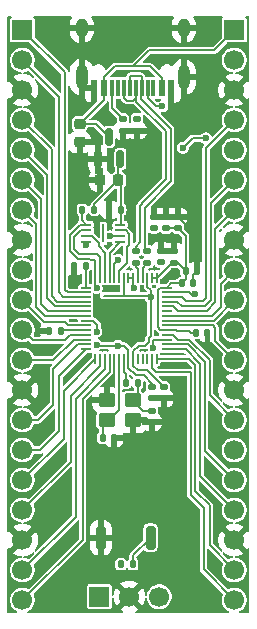
<source format=gbr>
%TF.GenerationSoftware,KiCad,Pcbnew,9.0.6*%
%TF.CreationDate,2025-12-02T19:28:56-05:00*%
%TF.ProjectId,DEVBOARD,44455642-4f41-4524-942e-6b696361645f,rev?*%
%TF.SameCoordinates,Original*%
%TF.FileFunction,Copper,L1,Top*%
%TF.FilePolarity,Positive*%
%FSLAX46Y46*%
G04 Gerber Fmt 4.6, Leading zero omitted, Abs format (unit mm)*
G04 Created by KiCad (PCBNEW 9.0.6) date 2025-12-02 19:28:56*
%MOMM*%
%LPD*%
G01*
G04 APERTURE LIST*
G04 Aperture macros list*
%AMRoundRect*
0 Rectangle with rounded corners*
0 $1 Rounding radius*
0 $2 $3 $4 $5 $6 $7 $8 $9 X,Y pos of 4 corners*
0 Add a 4 corners polygon primitive as box body*
4,1,4,$2,$3,$4,$5,$6,$7,$8,$9,$2,$3,0*
0 Add four circle primitives for the rounded corners*
1,1,$1+$1,$2,$3*
1,1,$1+$1,$4,$5*
1,1,$1+$1,$6,$7*
1,1,$1+$1,$8,$9*
0 Add four rect primitives between the rounded corners*
20,1,$1+$1,$2,$3,$4,$5,0*
20,1,$1+$1,$4,$5,$6,$7,0*
20,1,$1+$1,$6,$7,$8,$9,0*
20,1,$1+$1,$8,$9,$2,$3,0*%
G04 Aperture macros list end*
%TA.AperFunction,SMDPad,CuDef*%
%ADD10RoundRect,0.140000X0.140000X0.170000X-0.140000X0.170000X-0.140000X-0.170000X0.140000X-0.170000X0*%
%TD*%
%TA.AperFunction,SMDPad,CuDef*%
%ADD11R,0.600000X1.450000*%
%TD*%
%TA.AperFunction,SMDPad,CuDef*%
%ADD12R,0.300000X1.450000*%
%TD*%
%TA.AperFunction,HeatsinkPad*%
%ADD13O,1.000000X2.100000*%
%TD*%
%TA.AperFunction,HeatsinkPad*%
%ADD14O,1.000000X1.600000*%
%TD*%
%TA.AperFunction,SMDPad,CuDef*%
%ADD15RoundRect,0.062500X-0.387500X-0.062500X0.387500X-0.062500X0.387500X0.062500X-0.387500X0.062500X0*%
%TD*%
%TA.AperFunction,HeatsinkPad*%
%ADD16R,0.200000X1.600000*%
%TD*%
%TA.AperFunction,SMDPad,CuDef*%
%ADD17RoundRect,0.140000X0.170000X-0.140000X0.170000X0.140000X-0.170000X0.140000X-0.170000X-0.140000X0*%
%TD*%
%TA.AperFunction,SMDPad,CuDef*%
%ADD18RoundRect,0.150000X0.150000X-0.587500X0.150000X0.587500X-0.150000X0.587500X-0.150000X-0.587500X0*%
%TD*%
%TA.AperFunction,SMDPad,CuDef*%
%ADD19RoundRect,0.140000X-0.170000X0.140000X-0.170000X-0.140000X0.170000X-0.140000X0.170000X0.140000X0*%
%TD*%
%TA.AperFunction,SMDPad,CuDef*%
%ADD20RoundRect,0.135000X-0.185000X0.135000X-0.185000X-0.135000X0.185000X-0.135000X0.185000X0.135000X0*%
%TD*%
%TA.AperFunction,ComponentPad*%
%ADD21R,1.700000X1.700000*%
%TD*%
%TA.AperFunction,ComponentPad*%
%ADD22C,1.700000*%
%TD*%
%TA.AperFunction,SMDPad,CuDef*%
%ADD23RoundRect,0.140000X-0.140000X-0.170000X0.140000X-0.170000X0.140000X0.170000X-0.140000X0.170000X0*%
%TD*%
%TA.AperFunction,SMDPad,CuDef*%
%ADD24RoundRect,0.135000X0.135000X0.185000X-0.135000X0.185000X-0.135000X-0.185000X0.135000X-0.185000X0*%
%TD*%
%TA.AperFunction,SMDPad,CuDef*%
%ADD25RoundRect,0.200000X-0.200000X-0.800000X0.200000X-0.800000X0.200000X0.800000X-0.200000X0.800000X0*%
%TD*%
%TA.AperFunction,SMDPad,CuDef*%
%ADD26RoundRect,0.050000X-0.387500X-0.050000X0.387500X-0.050000X0.387500X0.050000X-0.387500X0.050000X0*%
%TD*%
%TA.AperFunction,SMDPad,CuDef*%
%ADD27RoundRect,0.050000X-0.050000X-0.387500X0.050000X-0.387500X0.050000X0.387500X-0.050000X0.387500X0*%
%TD*%
%TA.AperFunction,HeatsinkPad*%
%ADD28R,3.200000X3.200000*%
%TD*%
%TA.AperFunction,SMDPad,CuDef*%
%ADD29RoundRect,0.250000X0.450000X0.350000X-0.450000X0.350000X-0.450000X-0.350000X0.450000X-0.350000X0*%
%TD*%
%TA.AperFunction,SMDPad,CuDef*%
%ADD30RoundRect,0.225000X-0.250000X0.225000X-0.250000X-0.225000X0.250000X-0.225000X0.250000X0.225000X0*%
%TD*%
%TA.AperFunction,SMDPad,CuDef*%
%ADD31RoundRect,0.225000X0.225000X0.250000X-0.225000X0.250000X-0.225000X-0.250000X0.225000X-0.250000X0*%
%TD*%
%TA.AperFunction,SMDPad,CuDef*%
%ADD32RoundRect,0.135000X-0.135000X-0.185000X0.135000X-0.185000X0.135000X0.185000X-0.135000X0.185000X0*%
%TD*%
%TA.AperFunction,ViaPad*%
%ADD33C,0.600000*%
%TD*%
%TA.AperFunction,Conductor*%
%ADD34C,0.200000*%
%TD*%
G04 APERTURE END LIST*
D10*
%TO.P,C15,1*%
%TO.N,GND*%
X148163354Y-110290324D03*
%TO.P,C15,2*%
%TO.N,XIN*%
X147203354Y-110290324D03*
%TD*%
D11*
%TO.P,J1,A1,GND*%
%TO.N,GND*%
X153000000Y-80695000D03*
%TO.P,J1,A4,VBUS*%
%TO.N,VBUS*%
X152200000Y-80695000D03*
D12*
%TO.P,J1,A5,CC1*%
%TO.N,Net-(J1-CC1)*%
X151000000Y-80695000D03*
%TO.P,J1,A6,D+*%
%TO.N,USB_D+*%
X150000000Y-80695000D03*
%TO.P,J1,A7,D-*%
%TO.N,USB_D-*%
X149500000Y-80695000D03*
%TO.P,J1,A8*%
%TO.N,N/C*%
X148500000Y-80695000D03*
D11*
%TO.P,J1,A9,VBUS*%
%TO.N,VBUS*%
X147300000Y-80695000D03*
%TO.P,J1,A12,GND*%
%TO.N,GND*%
X146500000Y-80695000D03*
%TO.P,J1,B1,GND*%
X146500000Y-80695000D03*
%TO.P,J1,B4,VBUS*%
%TO.N,VBUS*%
X147300000Y-80695000D03*
D12*
%TO.P,J1,B5,CC2*%
%TO.N,Net-(J1-CC2)*%
X148000000Y-80695000D03*
%TO.P,J1,B6,D+*%
%TO.N,USB_D+*%
X149000000Y-80695000D03*
%TO.P,J1,B7,D-*%
%TO.N,USB_D-*%
X150500000Y-80695000D03*
%TO.P,J1,B8*%
%TO.N,N/C*%
X151500000Y-80695000D03*
D11*
%TO.P,J1,B9,VBUS*%
%TO.N,VBUS*%
X152200000Y-80695000D03*
%TO.P,J1,B12,GND*%
%TO.N,GND*%
X153000000Y-80695000D03*
D13*
%TO.P,J1,S1,SHIELD*%
X154070000Y-79780000D03*
D14*
X154070000Y-75600000D03*
D13*
X145430000Y-79780000D03*
D14*
X145430000Y-75600000D03*
%TD*%
D15*
%TO.P,U4,1,~{CS}*%
%TO.N,QSPI_SS*%
X145825000Y-92250000D03*
%TO.P,U4,2,DO/IO_{1}*%
%TO.N,QSPI_SD1*%
X145825000Y-92750000D03*
%TO.P,U4,3,~{WP}/IO_{2}*%
%TO.N,QSPI_SD2*%
X145825000Y-93250000D03*
%TO.P,U4,4,GND*%
%TO.N,GND*%
X145825000Y-93750000D03*
%TO.P,U4,5,DI/IO_{0}*%
%TO.N,QSPI_SD0*%
X148675000Y-93750000D03*
%TO.P,U4,6,CLK*%
%TO.N,QSPI_SCLK*%
X148675000Y-93250000D03*
%TO.P,U4,7,~{HOLD}/~{RESET}/IO_{3}*%
%TO.N,QSPI_SD3*%
X148675000Y-92750000D03*
%TO.P,U4,8,VCC*%
%TO.N,+3V3*%
X148675000Y-92250000D03*
D16*
%TO.P,U4,9*%
%TO.N,N/C*%
X147250000Y-93000000D03*
%TD*%
D17*
%TO.P,C6,1*%
%TO.N,+3V3*%
X152560342Y-92549722D03*
%TO.P,C6,2*%
%TO.N,GND*%
X152560342Y-91589722D03*
%TD*%
D10*
%TO.P,C3,1*%
%TO.N,+3V3*%
X143650605Y-101261264D03*
%TO.P,C3,2*%
%TO.N,GND*%
X142690605Y-101261264D03*
%TD*%
D18*
%TO.P,U2,1,GND*%
%TO.N,GND*%
X146800000Y-86687500D03*
%TO.P,U2,2,VO*%
%TO.N,+3V3*%
X148700000Y-86687500D03*
%TO.P,U2,3,VI*%
%TO.N,VBUS*%
X147750000Y-84812500D03*
%TD*%
D17*
%TO.P,C11,1*%
%TO.N,+1V1*%
X151547092Y-92532466D03*
%TO.P,C11,2*%
%TO.N,GND*%
X151547092Y-91572466D03*
%TD*%
%TO.P,C10,1*%
%TO.N,+1V1*%
X152104983Y-95433019D03*
%TO.P,C10,2*%
%TO.N,GND*%
X152104983Y-94473019D03*
%TD*%
D19*
%TO.P,C12,1*%
%TO.N,+1V1*%
X152386750Y-106002744D03*
%TO.P,C12,2*%
%TO.N,GND*%
X152386750Y-106962744D03*
%TD*%
D20*
%TO.P,R4,1*%
%TO.N,USB_D-*%
X150986750Y-94472744D03*
%TO.P,R4,2*%
%TO.N,Net-(U1-USB_DM)*%
X150986750Y-95492744D03*
%TD*%
D21*
%TO.P,J2,1,Pin_1*%
%TO.N,GPIO0*%
X140410000Y-75780000D03*
D22*
%TO.P,J2,2,Pin_2*%
%TO.N,GPIO1*%
X140410000Y-78320000D03*
%TO.P,J2,3,Pin_3*%
%TO.N,GND*%
X140410000Y-80860000D03*
%TO.P,J2,4,Pin_4*%
%TO.N,GPIO2*%
X140410000Y-83400000D03*
%TO.P,J2,5,Pin_5*%
%TO.N,GPIO3*%
X140410000Y-85940000D03*
%TO.P,J2,6,Pin_6*%
%TO.N,GPIO4*%
X140410000Y-88480000D03*
%TO.P,J2,7,Pin_7*%
%TO.N,GPIO5*%
X140410000Y-91020000D03*
%TO.P,J2,8,Pin_8*%
%TO.N,GND*%
X140410000Y-93560000D03*
%TO.P,J2,9,Pin_9*%
%TO.N,GPIO6*%
X140410000Y-96100000D03*
%TO.P,J2,10,Pin_10*%
%TO.N,GPIO7*%
X140410000Y-98640000D03*
%TO.P,J2,11,Pin_11*%
%TO.N,GPIO8*%
X140410000Y-101180000D03*
%TO.P,J2,12,Pin_12*%
%TO.N,GPIO9*%
X140410000Y-103720000D03*
%TO.P,J2,13,Pin_13*%
%TO.N,GND*%
X140410000Y-106260000D03*
%TO.P,J2,14,Pin_14*%
%TO.N,GPIO10*%
X140410000Y-108800000D03*
%TO.P,J2,15,Pin_15*%
%TO.N,GPIO11*%
X140410000Y-111340000D03*
%TO.P,J2,16,Pin_16*%
%TO.N,GPIO12*%
X140410000Y-113880000D03*
%TO.P,J2,17,Pin_17*%
%TO.N,GPIO13*%
X140410000Y-116420000D03*
%TO.P,J2,18,Pin_18*%
%TO.N,GND*%
X140410000Y-118960000D03*
%TO.P,J2,19,Pin_19*%
%TO.N,GPIO14*%
X140410000Y-121500000D03*
%TO.P,J2,20,Pin_20*%
%TO.N,GPIO15*%
X140410000Y-124040000D03*
%TD*%
D20*
%TO.P,R3,1*%
%TO.N,USB_D+*%
X149986750Y-94472744D03*
%TO.P,R3,2*%
%TO.N,Net-(U1-USB_DP)*%
X149986750Y-95492744D03*
%TD*%
D23*
%TO.P,C1,1*%
%TO.N,+3V3*%
X154224784Y-96165452D03*
%TO.P,C1,2*%
%TO.N,GND*%
X155184784Y-96165452D03*
%TD*%
D24*
%TO.P,R6,1*%
%TO.N,Net-(R6-Pad1)*%
X149760000Y-121000000D03*
%TO.P,R6,2*%
%TO.N,QSPI_SS*%
X148740000Y-121000000D03*
%TD*%
D25*
%TO.P,SW1,1,1*%
%TO.N,GND*%
X147050000Y-118750000D03*
%TO.P,SW1,2,2*%
%TO.N,Net-(R6-Pad1)*%
X151250000Y-118750000D03*
%TD*%
D26*
%TO.P,U1,1,IOVDD*%
%TO.N,+3V3*%
X145749250Y-97582744D03*
%TO.P,U1,2,GPIO0*%
%TO.N,GPIO0*%
X145749250Y-97982744D03*
%TO.P,U1,3,GPIO1*%
%TO.N,GPIO1*%
X145749250Y-98382744D03*
%TO.P,U1,4,GPIO2*%
%TO.N,GPIO2*%
X145749250Y-98782744D03*
%TO.P,U1,5,GPIO3*%
%TO.N,GPIO3*%
X145749250Y-99182744D03*
%TO.P,U1,6,GPIO4*%
%TO.N,GPIO4*%
X145749250Y-99582744D03*
%TO.P,U1,7,GPIO5*%
%TO.N,GPIO5*%
X145749250Y-99982744D03*
%TO.P,U1,8,GPIO6*%
%TO.N,GPIO6*%
X145749250Y-100382744D03*
%TO.P,U1,9,GPIO7*%
%TO.N,GPIO7*%
X145749250Y-100782744D03*
%TO.P,U1,10,IOVDD*%
%TO.N,+3V3*%
X145749250Y-101182744D03*
%TO.P,U1,11,GPIO8*%
%TO.N,GPIO8*%
X145749250Y-101582744D03*
%TO.P,U1,12,GPIO9*%
%TO.N,GPIO9*%
X145749250Y-101982744D03*
%TO.P,U1,13,GPIO10*%
%TO.N,GPIO10*%
X145749250Y-102382744D03*
%TO.P,U1,14,GPIO11*%
%TO.N,GPIO11*%
X145749250Y-102782744D03*
D27*
%TO.P,U1,15,GPIO12*%
%TO.N,GPIO12*%
X146586750Y-103620244D03*
%TO.P,U1,16,GPIO13*%
%TO.N,GPIO13*%
X146986750Y-103620244D03*
%TO.P,U1,17,GPIO14*%
%TO.N,GPIO14*%
X147386750Y-103620244D03*
%TO.P,U1,18,GPIO15*%
%TO.N,GPIO15*%
X147786750Y-103620244D03*
%TO.P,U1,19,TESTEN*%
%TO.N,GND*%
X148186750Y-103620244D03*
%TO.P,U1,20,XIN*%
%TO.N,XIN*%
X148586750Y-103620244D03*
%TO.P,U1,21,XOUT*%
%TO.N,XOUT*%
X148986750Y-103620244D03*
%TO.P,U1,22,IOVDD*%
%TO.N,+3V3*%
X149386750Y-103620244D03*
%TO.P,U1,23,DVDD*%
%TO.N,+1V1*%
X149786750Y-103620244D03*
%TO.P,U1,24,SWCLK*%
%TO.N,SWCLK*%
X150186750Y-103620244D03*
%TO.P,U1,25,SWD*%
%TO.N,SWD*%
X150586750Y-103620244D03*
%TO.P,U1,26,RUN*%
%TO.N,RUN*%
X150986750Y-103620244D03*
%TO.P,U1,27,GPIO16*%
%TO.N,GPIO16*%
X151386750Y-103620244D03*
%TO.P,U1,28,GPIO17*%
%TO.N,GPIO17*%
X151786750Y-103620244D03*
D26*
%TO.P,U1,29,GPIO18*%
%TO.N,GPIO18*%
X152624250Y-102782744D03*
%TO.P,U1,30,GPIO19*%
%TO.N,GPIO19*%
X152624250Y-102382744D03*
%TO.P,U1,31,GPIO20*%
%TO.N,GPIO20*%
X152624250Y-101982744D03*
%TO.P,U1,32,GPIO21*%
%TO.N,GPIO21*%
X152624250Y-101582744D03*
%TO.P,U1,33,IOVDD*%
%TO.N,+3V3*%
X152624250Y-101182744D03*
%TO.P,U1,34,GPIO22*%
%TO.N,GPIO22*%
X152624250Y-100782744D03*
%TO.P,U1,35,GPIO23*%
%TO.N,GPIO23*%
X152624250Y-100382744D03*
%TO.P,U1,36,GPIO24*%
%TO.N,GPIO24*%
X152624250Y-99982744D03*
%TO.P,U1,37,GPIO25*%
%TO.N,unconnected-(U1-GPIO25-Pad37)*%
X152624250Y-99582744D03*
%TO.P,U1,38,GPIO26_ADC0*%
%TO.N,GPIO26_ADC0*%
X152624250Y-99182744D03*
%TO.P,U1,39,GPIO27_ADC1*%
%TO.N,GPIO27_ADC1*%
X152624250Y-98782744D03*
%TO.P,U1,40,GPIO28_ADC2*%
%TO.N,GPIO28_ADC2*%
X152624250Y-98382744D03*
%TO.P,U1,41,GPIO29_ADC3*%
%TO.N,GPIO29_ADC3*%
X152624250Y-97982744D03*
%TO.P,U1,42,IOVDD*%
%TO.N,+3V3*%
X152624250Y-97582744D03*
D27*
%TO.P,U1,43,ADC_AVDD*%
X151786750Y-96745244D03*
%TO.P,U1,44,VREG_IN*%
X151386750Y-96745244D03*
%TO.P,U1,45,VREG_VOUT*%
%TO.N,+1V1*%
X150986750Y-96745244D03*
%TO.P,U1,46,USB_DM*%
%TO.N,Net-(U1-USB_DM)*%
X150586750Y-96745244D03*
%TO.P,U1,47,USB_DP*%
%TO.N,Net-(U1-USB_DP)*%
X150186750Y-96745244D03*
%TO.P,U1,48,USB_VDD*%
%TO.N,+3V3*%
X149786750Y-96745244D03*
%TO.P,U1,49,IOVDD*%
X149386750Y-96745244D03*
%TO.P,U1,50,DVDD*%
%TO.N,+1V1*%
X148986750Y-96745244D03*
%TO.P,U1,51,QSPI_SD3*%
%TO.N,QSPI_SD3*%
X148586750Y-96745244D03*
%TO.P,U1,52,QSPI_SCLK*%
%TO.N,QSPI_SCLK*%
X148186750Y-96745244D03*
%TO.P,U1,53,QSPI_SD0*%
%TO.N,QSPI_SD0*%
X147786750Y-96745244D03*
%TO.P,U1,54,QSPI_SD2*%
%TO.N,QSPI_SD2*%
X147386750Y-96745244D03*
%TO.P,U1,55,QSPI_SD1*%
%TO.N,QSPI_SD1*%
X146986750Y-96745244D03*
%TO.P,U1,56,QSPI_SS*%
%TO.N,QSPI_SS*%
X146586750Y-96745244D03*
D28*
%TO.P,U1,57,GND*%
%TO.N,GND*%
X149186750Y-100182744D03*
%TD*%
D21*
%TO.P,J3,1,Pin_1*%
%TO.N,VBUS*%
X158338861Y-75776831D03*
D22*
%TO.P,J3,2,Pin_2*%
%TO.N,GPIO29_ADC3*%
X158338861Y-78316831D03*
%TO.P,J3,3,Pin_3*%
%TO.N,GND*%
X158338861Y-80856831D03*
%TO.P,J3,4,Pin_4*%
%TO.N,GPIO28_ADC2*%
X158338861Y-83396831D03*
%TO.P,J3,5,Pin_5*%
%TO.N,+3V3*%
X158338861Y-85936831D03*
%TO.P,J3,6,Pin_6*%
%TO.N,GPIO27_ADC1*%
X158338861Y-88476831D03*
%TO.P,J3,7,Pin_7*%
%TO.N,GPIO26_ADC0*%
X158338861Y-91016831D03*
%TO.P,J3,8,Pin_8*%
%TO.N,GND*%
X158338861Y-93556831D03*
%TO.P,J3,9,Pin_9*%
%TO.N,GPIO24*%
X158338861Y-96096831D03*
%TO.P,J3,10,Pin_10*%
%TO.N,GPIO23*%
X158338861Y-98636831D03*
%TO.P,J3,11,Pin_11*%
%TO.N,RUN*%
X158338861Y-101176831D03*
%TO.P,J3,12,Pin_12*%
%TO.N,GPIO22*%
X158338861Y-103716831D03*
%TO.P,J3,13,Pin_13*%
%TO.N,GND*%
X158338861Y-106256831D03*
%TO.P,J3,14,Pin_14*%
%TO.N,GPIO21*%
X158338861Y-108796831D03*
%TO.P,J3,15,Pin_15*%
%TO.N,GPIO20*%
X158338861Y-111336831D03*
%TO.P,J3,16,Pin_16*%
%TO.N,GPIO19*%
X158338861Y-113876831D03*
%TO.P,J3,17,Pin_17*%
%TO.N,GPIO18*%
X158338861Y-116416831D03*
%TO.P,J3,18,Pin_18*%
%TO.N,GND*%
X158338861Y-118956831D03*
%TO.P,J3,19,Pin_19*%
%TO.N,GPIO17*%
X158338861Y-121496831D03*
%TO.P,J3,20,Pin_20*%
%TO.N,GPIO16*%
X158338861Y-124036831D03*
%TD*%
D29*
%TO.P,Y1,1,1*%
%TO.N,Net-(C16-Pad2)*%
X149736750Y-107132744D03*
%TO.P,Y1,2,2*%
%TO.N,GND*%
X147536750Y-107132744D03*
%TO.P,Y1,3,3*%
%TO.N,XIN*%
X147536750Y-108832744D03*
%TO.P,Y1,4,4*%
%TO.N,GND*%
X149736750Y-108832744D03*
%TD*%
D10*
%TO.P,C4,1*%
%TO.N,+3V3*%
X145750000Y-95750000D03*
%TO.P,C4,2*%
%TO.N,GND*%
X144790000Y-95750000D03*
%TD*%
D20*
%TO.P,R2,1*%
%TO.N,Net-(J1-CC2)*%
X148909748Y-83279854D03*
%TO.P,R2,2*%
%TO.N,GND*%
X148909748Y-84299854D03*
%TD*%
D10*
%TO.P,C17,1*%
%TO.N,+3V3*%
X148720000Y-91000000D03*
%TO.P,C17,2*%
%TO.N,GND*%
X147760000Y-91000000D03*
%TD*%
D30*
%TO.P,C13,1*%
%TO.N,VBUS*%
X145250000Y-83725000D03*
%TO.P,C13,2*%
%TO.N,GND*%
X145250000Y-85275000D03*
%TD*%
D19*
%TO.P,C2,1*%
%TO.N,+3V3*%
X151386750Y-106002744D03*
%TO.P,C2,2*%
%TO.N,GND*%
X151386750Y-106962744D03*
%TD*%
D24*
%TO.P,R5,1*%
%TO.N,Net-(C16-Pad2)*%
X150166722Y-105636947D03*
%TO.P,R5,2*%
%TO.N,XOUT*%
X149146722Y-105636947D03*
%TD*%
D31*
%TO.P,C14,1*%
%TO.N,+3V3*%
X148525000Y-88500000D03*
%TO.P,C14,2*%
%TO.N,GND*%
X146975000Y-88500000D03*
%TD*%
D20*
%TO.P,R1,1*%
%TO.N,Net-(J1-CC1)*%
X150105032Y-83289651D03*
%TO.P,R1,2*%
%TO.N,GND*%
X150105032Y-84309651D03*
%TD*%
D23*
%TO.P,C9,1*%
%TO.N,+3V3*%
X155114209Y-101427535D03*
%TO.P,C9,2*%
%TO.N,GND*%
X156074209Y-101427535D03*
%TD*%
D21*
%TO.P,J4,1,Pin_1*%
%TO.N,SWCLK*%
X146920000Y-123750000D03*
D22*
%TO.P,J4,2,Pin_2*%
%TO.N,GND*%
X149460000Y-123750000D03*
%TO.P,J4,3,Pin_3*%
%TO.N,SWD*%
X152000000Y-123750000D03*
%TD*%
D17*
%TO.P,C7,1*%
%TO.N,+3V3*%
X153560342Y-92549722D03*
%TO.P,C7,2*%
%TO.N,GND*%
X153560342Y-91589722D03*
%TD*%
%TO.P,C16,1*%
%TO.N,GND*%
X151386750Y-108962744D03*
%TO.P,C16,2*%
%TO.N,Net-(C16-Pad2)*%
X151386750Y-108002744D03*
%TD*%
%TO.P,C5,1*%
%TO.N,+3V3*%
X153236750Y-95482744D03*
%TO.P,C5,2*%
%TO.N,GND*%
X153236750Y-94522744D03*
%TD*%
D23*
%TO.P,C8,1*%
%TO.N,+3V3*%
X153878693Y-97237920D03*
%TO.P,C8,2*%
%TO.N,GND*%
X154838693Y-97237920D03*
%TD*%
D32*
%TO.P,R7,1*%
%TO.N,QSPI_SS*%
X145480000Y-91000000D03*
%TO.P,R7,2*%
%TO.N,+3V3*%
X146500000Y-91000000D03*
%TD*%
D33*
%TO.N,+3V3*%
X145749250Y-95750750D03*
X152560342Y-92549722D03*
X143661869Y-101250000D03*
X154000000Y-85750000D03*
X149892113Y-97642113D03*
X149892113Y-97642113D03*
X148720000Y-91000000D03*
X148500000Y-102500000D03*
X148700000Y-86687500D03*
X146690815Y-102425114D03*
X155943581Y-84943581D03*
%TO.N,GND*%
X144790000Y-95750000D03*
X147050000Y-118750000D03*
X145825000Y-94000000D03*
X145825000Y-94000000D03*
%TO.N,+1V1*%
X152104983Y-95433019D03*
X151252891Y-98401875D03*
X151547092Y-92532466D03*
%TO.N,Net-(J1-CC1)*%
X150105032Y-83289651D03*
X152250000Y-82250000D03*
%TO.N,GPIO6*%
X146679213Y-101324162D03*
%TO.N,GPIO20*%
X151487102Y-102684811D03*
%TO.N,GPIO29_ADC3*%
X155048351Y-98134929D03*
%TO.N,QSPI_SS*%
X146686749Y-97623548D03*
X148740000Y-121000000D03*
%TO.N,QSPI_SCLK*%
X148500000Y-95250000D03*
X147857354Y-93250000D03*
%TD*%
D34*
%TO.N,+3V3*%
X149786750Y-97536750D02*
X149892113Y-97642113D01*
X148720000Y-91000000D02*
X148720000Y-88695000D01*
X149892113Y-97642113D02*
X149966584Y-97642113D01*
X145749250Y-95750750D02*
X145750000Y-95750000D01*
X151386750Y-106002744D02*
X151386750Y-105722745D01*
X154500000Y-101250000D02*
X153500000Y-101250000D01*
X149386750Y-102886750D02*
X149386750Y-103620244D01*
X154224784Y-93214164D02*
X154224784Y-96165452D01*
X153560342Y-92549722D02*
X152560342Y-92549722D01*
X149000000Y-102500000D02*
X149386750Y-102886750D01*
X155943581Y-84943581D02*
X154806419Y-84943581D01*
X153236750Y-95482744D02*
X153049250Y-95482744D01*
X146500000Y-91000000D02*
X146500000Y-90525000D01*
X153236750Y-95482744D02*
X153542076Y-95482744D01*
X148525000Y-88500000D02*
X148525000Y-86862500D01*
X143728125Y-101183744D02*
X144249156Y-101183744D01*
X145749250Y-101182744D02*
X144250156Y-101182744D01*
X148720000Y-91000000D02*
X148720000Y-92205000D01*
X150000000Y-105000000D02*
X149386750Y-104386750D01*
X149386750Y-104386750D02*
X149386750Y-103620244D01*
X152624250Y-101182744D02*
X152090976Y-101182744D01*
X153560342Y-92549722D02*
X154224784Y-93214164D01*
X151864733Y-97768114D02*
X151864733Y-100958501D01*
X153432744Y-101182744D02*
X153500000Y-101250000D01*
X148720000Y-88695000D02*
X148525000Y-88500000D01*
X143661869Y-101250000D02*
X143728125Y-101183744D01*
X144250156Y-101182744D02*
X144249156Y-101183744D01*
X150664005Y-105000000D02*
X150000000Y-105000000D01*
X149786750Y-96745244D02*
X149386750Y-96745244D01*
X152090976Y-101182744D02*
X152089976Y-101183744D01*
X152624250Y-101182744D02*
X153432744Y-101182744D01*
X154224784Y-96891829D02*
X153878693Y-97237920D01*
X152050103Y-97582744D02*
X151864733Y-97768114D01*
X149966584Y-97642113D02*
X150005232Y-97603465D01*
X152969074Y-97237920D02*
X152624250Y-97582744D01*
X146765701Y-102500000D02*
X148500000Y-102500000D01*
X148500000Y-102500000D02*
X149000000Y-102500000D01*
X155114209Y-101427535D02*
X154677535Y-101427535D01*
X151386750Y-96745244D02*
X151786750Y-96745244D01*
X154677535Y-101427535D02*
X154500000Y-101250000D01*
X152624250Y-97582744D02*
X152050103Y-97582744D01*
X151864733Y-100958501D02*
X152089976Y-101183744D01*
X154224784Y-96165452D02*
X154224784Y-96891829D01*
X153049250Y-95482744D02*
X151786750Y-96745244D01*
X148525000Y-86862500D02*
X148700000Y-86687500D01*
X148720000Y-92205000D02*
X148675000Y-92250000D01*
X145749250Y-97582744D02*
X145749250Y-95750750D01*
X146690815Y-102425114D02*
X146765701Y-102500000D01*
X143650605Y-101261264D02*
X143661869Y-101250000D01*
X154806419Y-84943581D02*
X154000000Y-85750000D01*
X146500000Y-90525000D02*
X148525000Y-88500000D01*
X149786750Y-96745244D02*
X149786750Y-97536750D01*
X153878693Y-97237920D02*
X152969074Y-97237920D01*
X151386750Y-105722745D02*
X150664005Y-105000000D01*
X153542076Y-95482744D02*
X154224784Y-96165452D01*
%TO.N,GND*%
X154838693Y-97237920D02*
X154838693Y-96511543D01*
X155184784Y-93214164D02*
X155184784Y-96165452D01*
X145825000Y-94000000D02*
X145825000Y-94152295D01*
X152543086Y-91572466D02*
X152560342Y-91589722D01*
X153560342Y-91589722D02*
X152560342Y-91589722D01*
X151547092Y-91572466D02*
X152543086Y-91572466D01*
X153560342Y-91589722D02*
X155184784Y-93214164D01*
X154838693Y-96511543D02*
X155184784Y-96165452D01*
X145825000Y-93750000D02*
X145825000Y-94000000D01*
X145825000Y-94152295D02*
X145825147Y-94152442D01*
%TO.N,+1V1*%
X151086102Y-101846798D02*
X151252891Y-101680009D01*
X148986750Y-98268494D02*
X149000000Y-98281744D01*
X150750000Y-102500000D02*
X151086102Y-102163898D01*
X151252891Y-101680009D02*
X151252891Y-98401875D01*
X150975456Y-104591450D02*
X152386750Y-106002744D01*
X150250000Y-102500000D02*
X150750000Y-102500000D01*
X151252891Y-98401875D02*
X151087750Y-98401875D01*
X149000000Y-98281744D02*
X147285750Y-98281744D01*
X150158550Y-104591450D02*
X150975456Y-104591450D01*
X151087750Y-98281744D02*
X149000000Y-98281744D01*
X150986750Y-97513250D02*
X150986750Y-96745244D01*
X149786750Y-104219650D02*
X150158550Y-104591450D01*
X151252891Y-98401875D02*
X151250000Y-98398984D01*
X151250000Y-98398984D02*
X151250000Y-97776500D01*
X151086102Y-102163898D02*
X151086102Y-101846798D01*
X151087750Y-98401875D02*
X151087750Y-98281744D01*
X149786750Y-102963250D02*
X150250000Y-102500000D01*
X149786750Y-103620244D02*
X149786750Y-104219650D01*
X149786750Y-103620244D02*
X149786750Y-102963250D01*
X148986750Y-96745244D02*
X148986750Y-98268494D01*
X151250000Y-97776500D02*
X150986750Y-97513250D01*
%TO.N,VBUS*%
X152200000Y-80695000D02*
X152200000Y-79850900D01*
X145250000Y-83725000D02*
X147300000Y-81675000D01*
X149750000Y-78867000D02*
X148203000Y-78867000D01*
X148203000Y-78867000D02*
X147300000Y-79770000D01*
X156615692Y-77500000D02*
X151117000Y-77500000D01*
X152200000Y-79850900D02*
X151216100Y-78867000D01*
X151117000Y-77500000D02*
X149750000Y-78867000D01*
X158338861Y-75776831D02*
X156615692Y-77500000D01*
X147300000Y-81675000D02*
X147300000Y-80695000D01*
X147750000Y-84812500D02*
X146662500Y-83725000D01*
X146662500Y-83725000D02*
X145250000Y-83725000D01*
X147300000Y-79770000D02*
X147300000Y-80695000D01*
X151216100Y-78867000D02*
X149750000Y-78867000D01*
%TO.N,XIN*%
X148575722Y-107924278D02*
X147667256Y-108832744D01*
X148575722Y-104347778D02*
X148575722Y-107924278D01*
X148586750Y-103620244D02*
X148586750Y-104336750D01*
X147203354Y-110290324D02*
X147203354Y-109166140D01*
X148586750Y-104336750D02*
X148575722Y-104347778D01*
X147667256Y-108832744D02*
X147536750Y-108832744D01*
X147203354Y-109166140D02*
X147536750Y-108832744D01*
%TO.N,Net-(C16-Pad2)*%
X150166722Y-105636947D02*
X150166722Y-106702772D01*
X150166722Y-106702772D02*
X149736750Y-107132744D01*
X151386750Y-108002744D02*
X150606750Y-108002744D01*
X150606750Y-108002744D02*
X149736750Y-107132744D01*
%TO.N,Net-(J1-CC1)*%
X151000000Y-81500000D02*
X151750000Y-82250000D01*
X151750000Y-82250000D02*
X152250000Y-82250000D01*
X151000000Y-80695000D02*
X151000000Y-81500000D01*
%TO.N,USB_D-*%
X149500000Y-80695000D02*
X149500000Y-79718000D01*
X150500000Y-81270000D02*
X150475000Y-81295000D01*
X152975000Y-88593198D02*
X150750000Y-90818198D01*
X150750000Y-90818198D02*
X150750000Y-94235994D01*
X150500000Y-79750000D02*
X150500000Y-80695000D01*
X150750000Y-94235994D02*
X150986750Y-94472744D01*
X149549000Y-79669000D02*
X150419000Y-79669000D01*
X150419000Y-79669000D02*
X150500000Y-79750000D01*
X149500000Y-79718000D02*
X149549000Y-79669000D01*
X150475000Y-81295000D02*
X150475000Y-81656802D01*
X152975000Y-84156802D02*
X152975000Y-88593198D01*
X150500000Y-80695000D02*
X150500000Y-81270000D01*
X150475000Y-81656802D02*
X152975000Y-84156802D01*
%TO.N,Net-(J1-CC2)*%
X148909748Y-83279854D02*
X148000000Y-82370106D01*
X148000000Y-82370106D02*
X148000000Y-80695000D01*
%TO.N,USB_D+*%
X150349000Y-90652098D02*
X150349000Y-93746891D01*
X152525000Y-88406802D02*
X150500000Y-90431802D01*
X150000000Y-81500000D02*
X150000000Y-80695000D01*
X150000000Y-81270000D02*
X150025000Y-81295000D01*
X150500000Y-90501098D02*
X150349000Y-90652098D01*
X150025000Y-81295000D02*
X150025000Y-81843198D01*
X149986750Y-94109141D02*
X149986750Y-94472744D01*
X149000000Y-80695000D02*
X149000000Y-81500000D01*
X150025000Y-81843198D02*
X152525000Y-84343198D01*
X149250000Y-81750000D02*
X149750000Y-81750000D01*
X150500000Y-90431802D02*
X150500000Y-90501098D01*
X152525000Y-84343198D02*
X152525000Y-88406802D01*
X150349000Y-93746891D02*
X149986750Y-94109141D01*
X149000000Y-81500000D02*
X149250000Y-81750000D01*
X149750000Y-81750000D02*
X150000000Y-81500000D01*
X150000000Y-80695000D02*
X150000000Y-81270000D01*
%TO.N,GPIO2*%
X142901000Y-85891000D02*
X142901000Y-98333900D01*
X142901000Y-98333900D02*
X143349844Y-98782744D01*
X140410000Y-83400000D02*
X142901000Y-85891000D01*
X143349844Y-98782744D02*
X145749250Y-98782744D01*
%TO.N,GPIO1*%
X143882744Y-98382744D02*
X143500000Y-98000000D01*
X145749250Y-98382744D02*
X143882744Y-98382744D01*
X143500000Y-81410000D02*
X140410000Y-78320000D01*
X143500000Y-98000000D02*
X143500000Y-81410000D01*
%TO.N,GPIO10*%
X143000000Y-107500000D02*
X141700000Y-108800000D01*
X145749250Y-102382744D02*
X145117256Y-102382744D01*
X143000000Y-104500000D02*
X143000000Y-107500000D01*
X141700000Y-108800000D02*
X140410000Y-108800000D01*
X145117256Y-102382744D02*
X143000000Y-104500000D01*
%TO.N,GPIO0*%
X144232744Y-97982744D02*
X145749250Y-97982744D01*
X144000000Y-79370000D02*
X144000000Y-97750000D01*
X144000000Y-97750000D02*
X144232744Y-97982744D01*
X140410000Y-75780000D02*
X144000000Y-79370000D01*
%TO.N,GPIO8*%
X143970000Y-102030000D02*
X141260000Y-102030000D01*
X145749250Y-101582744D02*
X144417256Y-101582744D01*
X141260000Y-102030000D02*
X140410000Y-101180000D01*
X144417256Y-101582744D02*
X143970000Y-102030000D01*
%TO.N,GPIO4*%
X142000000Y-99000000D02*
X142000000Y-90070000D01*
X142000000Y-90070000D02*
X140410000Y-88480000D01*
X142582744Y-99582744D02*
X142000000Y-99000000D01*
X145749250Y-99582744D02*
X142582744Y-99582744D01*
%TO.N,GPIO14*%
X147386750Y-104514250D02*
X144901000Y-107000000D01*
X144901000Y-117009000D02*
X144901000Y-107000000D01*
X140410000Y-121500000D02*
X144901000Y-117009000D01*
X147386750Y-103620244D02*
X147386750Y-104514250D01*
%TO.N,GPIO11*%
X143500000Y-105031994D02*
X143500000Y-109750000D01*
X143500000Y-109750000D02*
X141910000Y-111340000D01*
X141910000Y-111340000D02*
X140410000Y-111340000D01*
X145749250Y-102782744D02*
X143500000Y-105031994D01*
%TO.N,GPIO12*%
X143901000Y-110389000D02*
X140410000Y-113880000D01*
X146586750Y-103620244D02*
X143901000Y-106305994D01*
X143901000Y-106305994D02*
X143901000Y-110389000D01*
%TO.N,GPIO15*%
X145500000Y-107000000D02*
X145500000Y-118950000D01*
X147786750Y-103620244D02*
X147786750Y-104713250D01*
X147786750Y-104713250D02*
X145500000Y-107000000D01*
X145500000Y-118950000D02*
X140410000Y-124040000D01*
%TO.N,GPIO7*%
X145749250Y-100782744D02*
X144282744Y-100782744D01*
X142250000Y-100480000D02*
X140410000Y-98640000D01*
X142250000Y-100500000D02*
X142250000Y-100480000D01*
X144000000Y-100500000D02*
X142250000Y-100500000D01*
X144282744Y-100782744D02*
X144000000Y-100500000D01*
%TO.N,GPIO6*%
X146750000Y-100750000D02*
X146382744Y-100382744D01*
X146750000Y-101253375D02*
X146750000Y-100750000D01*
X146679213Y-101324162D02*
X146750000Y-101253375D01*
X146382744Y-100382744D02*
X145749250Y-100382744D01*
%TO.N,GPIO5*%
X145749250Y-99982744D02*
X142319844Y-99982744D01*
X141543550Y-99206450D02*
X141561000Y-99189000D01*
X141561000Y-99189000D02*
X141561000Y-92171000D01*
X142319844Y-99982744D02*
X141543550Y-99206450D01*
X141561000Y-92171000D02*
X140410000Y-91020000D01*
%TO.N,GPIO13*%
X144500000Y-106750000D02*
X144500000Y-112330000D01*
X146986750Y-103620244D02*
X146986750Y-104263250D01*
X146986750Y-104263250D02*
X144500000Y-106750000D01*
X144500000Y-112330000D02*
X140410000Y-116420000D01*
%TO.N,GPIO9*%
X144767256Y-101982744D02*
X143030000Y-103720000D01*
X143030000Y-103720000D02*
X140410000Y-103720000D01*
X145749250Y-101982744D02*
X144767256Y-101982744D01*
%TO.N,GPIO3*%
X142500000Y-88030000D02*
X140410000Y-85940000D01*
X142500000Y-98500000D02*
X142500000Y-88030000D01*
X145749250Y-99182744D02*
X143182744Y-99182744D01*
X143182744Y-99182744D02*
X142500000Y-98500000D01*
%TO.N,GPIO20*%
X151517256Y-101982744D02*
X152624250Y-101982744D01*
X151487102Y-102012898D02*
X151517256Y-101982744D01*
X151487102Y-102684811D02*
X151487102Y-102012898D01*
%TO.N,GPIO29_ADC3*%
X152624250Y-97982744D02*
X154482744Y-97982744D01*
X154750000Y-98250000D02*
X154933280Y-98250000D01*
X154933280Y-98250000D02*
X155048351Y-98134929D01*
X154482744Y-97982744D02*
X154750000Y-98250000D01*
%TO.N,GPIO17*%
X155047000Y-104181200D02*
X155047000Y-114797000D01*
X156250000Y-119407970D02*
X158338861Y-121496831D01*
X156250000Y-116000000D02*
X156250000Y-119407970D01*
X151786750Y-103620244D02*
X154486044Y-103620244D01*
X154486044Y-103620244D02*
X155047000Y-104181200D01*
X155047000Y-114797000D02*
X156250000Y-116000000D01*
%TO.N,GPIO28_ADC2*%
X155697544Y-98750000D02*
X155948000Y-98499544D01*
X155948000Y-85787692D02*
X158338861Y-83396831D01*
X153882744Y-98382744D02*
X154250000Y-98750000D01*
X152624250Y-98382744D02*
X153882744Y-98382744D01*
X154250000Y-98750000D02*
X155697544Y-98750000D01*
X155948000Y-98499544D02*
X155948000Y-85787692D01*
%TO.N,GPIO21*%
X153159524Y-101582744D02*
X152624250Y-101582744D01*
X154548844Y-101981744D02*
X153558524Y-101981744D01*
X153558524Y-101981744D02*
X153159524Y-101582744D01*
X158338861Y-108796831D02*
X156250000Y-106707970D01*
X156250000Y-106707970D02*
X156250000Y-103682900D01*
X156250000Y-103682900D02*
X154548844Y-101981744D01*
%TO.N,GPIO18*%
X153532744Y-102782744D02*
X152624250Y-102782744D01*
X155448000Y-113525970D02*
X155448000Y-104015100D01*
X154216644Y-102783744D02*
X153533744Y-102783744D01*
X158338861Y-116416831D02*
X155448000Y-113525970D01*
X153533744Y-102783744D02*
X153532744Y-102782744D01*
X155448000Y-104015100D02*
X154216644Y-102783744D01*
%TO.N,GPIO23*%
X158338861Y-98636831D02*
X156592948Y-100382744D01*
X156592948Y-100382744D02*
X152624250Y-100382744D01*
%TO.N,GPIO24*%
X157187861Y-99187861D02*
X157204296Y-99204296D01*
X157187861Y-97247831D02*
X157187861Y-99187861D01*
X157204296Y-99204296D02*
X156425848Y-99982744D01*
X156425848Y-99982744D02*
X152624250Y-99982744D01*
X158338861Y-96096831D02*
X157187861Y-97247831D01*
%TO.N,GPIO27_ADC1*%
X156349000Y-90466692D02*
X158338861Y-88476831D01*
X155833900Y-99180744D02*
X156349000Y-98665644D01*
X156349000Y-98665644D02*
X156349000Y-90466692D01*
X153930744Y-99180744D02*
X155833900Y-99180744D01*
X152624250Y-98782744D02*
X153532744Y-98782744D01*
X153532744Y-98782744D02*
X153930744Y-99180744D01*
%TO.N,GPIO26_ADC0*%
X153581744Y-99581744D02*
X156000000Y-99581744D01*
X153182744Y-99182744D02*
X153581744Y-99581744D01*
X156750000Y-98831744D02*
X156750000Y-92605692D01*
X156750000Y-92605692D02*
X158338861Y-91016831D01*
X156000000Y-99581744D02*
X156750000Y-98831744D01*
X152624250Y-99182744D02*
X153182744Y-99182744D01*
%TO.N,GPIO19*%
X152624250Y-102382744D02*
X154382744Y-102382744D01*
X155849000Y-111386970D02*
X158338861Y-113876831D01*
X155849000Y-103849000D02*
X155849000Y-111386970D01*
X154382744Y-102382744D02*
X155849000Y-103849000D01*
%TO.N,GPIO22*%
X156750000Y-101000000D02*
X156750000Y-102127970D01*
X156533744Y-100783744D02*
X156750000Y-101000000D01*
X156750000Y-102127970D02*
X158338861Y-103716831D01*
X152624250Y-100782744D02*
X153499000Y-100782744D01*
X153500000Y-100783744D02*
X156533744Y-100783744D01*
X153499000Y-100782744D02*
X153500000Y-100783744D01*
%TO.N,GPIO16*%
X155750000Y-116250000D02*
X154646000Y-115146000D01*
X151386750Y-104386750D02*
X151386750Y-103620244D01*
X154646000Y-115146000D02*
X154646000Y-104750000D01*
X154646000Y-104750000D02*
X151750000Y-104750000D01*
X158338861Y-124036831D02*
X155750000Y-121447970D01*
X155750000Y-121447970D02*
X155750000Y-116250000D01*
X151750000Y-104750000D02*
X151386750Y-104386750D01*
%TO.N,Net-(U1-USB_DP)*%
X149986750Y-95801000D02*
X150186750Y-96001000D01*
X150186750Y-96001000D02*
X150186750Y-96745244D01*
X149986750Y-95492744D02*
X149986750Y-95801000D01*
%TO.N,Net-(U1-USB_DM)*%
X150986750Y-95492744D02*
X150586750Y-95892744D01*
X150586750Y-95892744D02*
X150586750Y-96745244D01*
%TO.N,XOUT*%
X148986750Y-104736750D02*
X148986750Y-103620244D01*
X149146722Y-104896722D02*
X148986750Y-104736750D01*
X149146722Y-105636947D02*
X149146722Y-104896722D01*
%TO.N,QSPI_SS*%
X146586750Y-96745244D02*
X146584750Y-96743244D01*
X145071900Y-95139000D02*
X144401000Y-94468100D01*
X145480000Y-91000000D02*
X145480000Y-91905000D01*
X146187550Y-95250000D02*
X146076550Y-95139000D01*
X146586750Y-97586750D02*
X146586750Y-96745244D01*
X144401000Y-93141102D02*
X145292102Y-92250000D01*
X144401000Y-94468100D02*
X144401000Y-93141102D01*
X145480000Y-91905000D02*
X145825000Y-92250000D01*
X146623548Y-97623548D02*
X146586750Y-97586750D01*
X146584750Y-95235750D02*
X146570500Y-95250000D01*
X146076550Y-95139000D02*
X145071900Y-95139000D01*
X146570500Y-95250000D02*
X146187550Y-95250000D01*
X146584750Y-96743244D02*
X146584750Y-95235750D01*
X145292102Y-92250000D02*
X145825000Y-92250000D01*
X146686749Y-97623548D02*
X146623548Y-97623548D01*
%TO.N,Net-(R6-Pad1)*%
X149760000Y-120240000D02*
X151250000Y-118750000D01*
X149760000Y-121000000D02*
X149760000Y-120240000D01*
%TO.N,QSPI_SD0*%
X147786750Y-94638250D02*
X147786750Y-96745244D01*
X148675000Y-93750000D02*
X147786750Y-94638250D01*
%TO.N,QSPI_SCLK*%
X148675000Y-93250000D02*
X147857354Y-93250000D01*
X148500000Y-95250000D02*
X148186750Y-95563250D01*
X148186750Y-95563250D02*
X148186750Y-96745244D01*
%TO.N,QSPI_SD2*%
X146849000Y-93808202D02*
X146849000Y-94099000D01*
X145825000Y-93250000D02*
X146290798Y-93250000D01*
X147386750Y-94636750D02*
X147386750Y-96745244D01*
X146290798Y-93250000D02*
X146849000Y-93808202D01*
X146849000Y-94099000D02*
X147386750Y-94636750D01*
%TO.N,QSPI_SD3*%
X148586750Y-96163250D02*
X148586750Y-96745244D01*
X149426000Y-93964798D02*
X149250000Y-94140798D01*
X148675000Y-92750000D02*
X149140798Y-92750000D01*
X149250000Y-95500000D02*
X148586750Y-96163250D01*
X149140798Y-92750000D02*
X149426000Y-93035202D01*
X149426000Y-93035202D02*
X149426000Y-93964798D01*
X149250000Y-94140798D02*
X149250000Y-95500000D01*
%TO.N,QSPI_SD1*%
X144802000Y-93307202D02*
X145359202Y-92750000D01*
X146738000Y-94738000D02*
X145238000Y-94738000D01*
X146985750Y-94985750D02*
X146738000Y-94738000D01*
X145359202Y-92750000D02*
X145825000Y-92750000D01*
X146986750Y-95751000D02*
X146985750Y-95750000D01*
X145238000Y-94738000D02*
X144802000Y-94302000D01*
X144802000Y-94302000D02*
X144802000Y-93307202D01*
X146986750Y-96745244D02*
X146986750Y-95751000D01*
X146985750Y-95750000D02*
X146985750Y-94985750D01*
%TD*%
%TA.AperFunction,Conductor*%
%TO.N,GND*%
G36*
X145177826Y-117261796D02*
G01*
X145199500Y-117314122D01*
X145199500Y-118794876D01*
X145177826Y-118847202D01*
X140948480Y-123076547D01*
X140896154Y-123098221D01*
X140867836Y-123092588D01*
X140716424Y-123029871D01*
X140716413Y-123029868D01*
X140563516Y-122999455D01*
X140513465Y-122989500D01*
X140306535Y-122989500D01*
X140266385Y-122997486D01*
X140103586Y-123029868D01*
X140103579Y-123029870D01*
X139912401Y-123109059D01*
X139740345Y-123224022D01*
X139740344Y-123224024D01*
X139594024Y-123370344D01*
X139594022Y-123370345D01*
X139479059Y-123542401D01*
X139399870Y-123733579D01*
X139399868Y-123733586D01*
X139359500Y-123936535D01*
X139359500Y-124143464D01*
X139399868Y-124346413D01*
X139399870Y-124346420D01*
X139479059Y-124537598D01*
X139591905Y-124706486D01*
X139594023Y-124709655D01*
X139740345Y-124855977D01*
X139912402Y-124970941D01*
X139939422Y-124982133D01*
X139979470Y-125022181D01*
X139979470Y-125078819D01*
X139939422Y-125118867D01*
X139911103Y-125124500D01*
X139199500Y-125124500D01*
X139147174Y-125102826D01*
X139125500Y-125050500D01*
X139125500Y-119716541D01*
X139147174Y-119664215D01*
X139199500Y-119642541D01*
X139251826Y-119664215D01*
X139259367Y-119673045D01*
X139294728Y-119721716D01*
X139927037Y-119089407D01*
X139944075Y-119152993D01*
X140009901Y-119267007D01*
X140102993Y-119360099D01*
X140217007Y-119425925D01*
X140280590Y-119442962D01*
X139648282Y-120075269D01*
X139702449Y-120114624D01*
X139891778Y-120211093D01*
X139891782Y-120211095D01*
X140093863Y-120276755D01*
X140093876Y-120276758D01*
X140286449Y-120307259D01*
X140334740Y-120336852D01*
X140347962Y-120391924D01*
X140318369Y-120440215D01*
X140289310Y-120452926D01*
X140103585Y-120489868D01*
X140103579Y-120489870D01*
X139912401Y-120569059D01*
X139740345Y-120684022D01*
X139740344Y-120684024D01*
X139594024Y-120830344D01*
X139594022Y-120830345D01*
X139479059Y-121002401D01*
X139399870Y-121193579D01*
X139399868Y-121193586D01*
X139359500Y-121396535D01*
X139359500Y-121603464D01*
X139399868Y-121806413D01*
X139399870Y-121806420D01*
X139479059Y-121997598D01*
X139591905Y-122166486D01*
X139594023Y-122169655D01*
X139740345Y-122315977D01*
X139912402Y-122430941D01*
X140103580Y-122510130D01*
X140306535Y-122550500D01*
X140306536Y-122550500D01*
X140513464Y-122550500D01*
X140513465Y-122550500D01*
X140716420Y-122510130D01*
X140907598Y-122430941D01*
X141079655Y-122315977D01*
X141225977Y-122169655D01*
X141340941Y-121997598D01*
X141420130Y-121806420D01*
X141460500Y-121603465D01*
X141460500Y-121396535D01*
X141420130Y-121193580D01*
X141357410Y-121042161D01*
X141357410Y-120985526D01*
X141373448Y-120961521D01*
X145073175Y-117261795D01*
X145125500Y-117240122D01*
X145177826Y-117261796D01*
G37*
%TD.AperFunction*%
%TA.AperFunction,Conductor*%
G36*
X148264576Y-103641918D02*
G01*
X148286250Y-103694244D01*
X148286250Y-104257314D01*
X148283729Y-104276466D01*
X148275222Y-104308216D01*
X148275222Y-105985751D01*
X148253548Y-106038077D01*
X148201222Y-106059751D01*
X148177946Y-106055995D01*
X148139448Y-106043238D01*
X148036725Y-106032744D01*
X147786750Y-106032744D01*
X147786750Y-107058744D01*
X147765076Y-107111070D01*
X147712750Y-107132744D01*
X147536750Y-107132744D01*
X147536750Y-107308744D01*
X147515076Y-107361070D01*
X147462750Y-107382744D01*
X146336751Y-107382744D01*
X146336751Y-107532720D01*
X146347244Y-107635440D01*
X146402392Y-107801865D01*
X146494433Y-107951087D01*
X146494436Y-107951091D01*
X146618403Y-108075058D01*
X146618406Y-108075060D01*
X146693798Y-108121563D01*
X146726955Y-108167480D01*
X146717933Y-108223394D01*
X146714491Y-108228487D01*
X146683958Y-108269859D01*
X146683956Y-108269863D01*
X146639105Y-108398039D01*
X146639104Y-108398043D01*
X146639104Y-108398045D01*
X146636250Y-108428478D01*
X146636250Y-109237010D01*
X146639104Y-109267443D01*
X146639104Y-109267445D01*
X146639105Y-109267448D01*
X146683956Y-109395625D01*
X146683957Y-109395627D01*
X146764596Y-109504890D01*
X146764599Y-109504893D01*
X146764600Y-109504894D01*
X146872796Y-109584746D01*
X146875800Y-109589731D01*
X146881180Y-109591960D01*
X146890056Y-109613390D01*
X146902027Y-109633256D01*
X146902854Y-109644286D01*
X146902854Y-109772322D01*
X146881180Y-109824648D01*
X146869803Y-109832619D01*
X146870341Y-109833387D01*
X146865037Y-109837100D01*
X146780130Y-109922007D01*
X146729381Y-110030838D01*
X146722854Y-110080424D01*
X146722854Y-110500223D01*
X146729381Y-110549809D01*
X146729382Y-110549811D01*
X146780130Y-110658640D01*
X146865038Y-110743548D01*
X146973867Y-110794296D01*
X147023453Y-110800824D01*
X147383254Y-110800823D01*
X147425640Y-110795243D01*
X147480345Y-110809902D01*
X147498991Y-110830941D01*
X147513634Y-110855701D01*
X147627976Y-110970043D01*
X147767157Y-111052355D01*
X147913353Y-111094829D01*
X147913354Y-111094829D01*
X148413354Y-111094829D01*
X148559550Y-111052355D01*
X148698731Y-110970043D01*
X148813073Y-110855701D01*
X148895385Y-110716520D01*
X148940498Y-110561240D01*
X148942145Y-110540324D01*
X148413354Y-110540324D01*
X148413354Y-111094829D01*
X147913354Y-111094829D01*
X147913354Y-110364324D01*
X147935028Y-110311998D01*
X147987354Y-110290324D01*
X148163354Y-110290324D01*
X148163354Y-110114324D01*
X148185028Y-110061998D01*
X148237354Y-110040324D01*
X148942143Y-110040324D01*
X148942144Y-110040322D01*
X148940499Y-110019413D01*
X148940498Y-110019405D01*
X148927914Y-109976092D01*
X148934128Y-109919797D01*
X148978329Y-109884385D01*
X149022252Y-109885202D01*
X149134052Y-109922249D01*
X149236775Y-109932743D01*
X149486750Y-109932743D01*
X149986750Y-109932743D01*
X150236721Y-109932743D01*
X150236726Y-109932742D01*
X150339446Y-109922249D01*
X150505871Y-109867101D01*
X150655093Y-109775060D01*
X150655096Y-109775058D01*
X150778471Y-109651683D01*
X150830797Y-109630009D01*
X150868467Y-109640314D01*
X150960556Y-109694776D01*
X151115838Y-109739889D01*
X151136748Y-109741534D01*
X151136750Y-109741533D01*
X151636750Y-109741533D01*
X151636751Y-109741534D01*
X151657660Y-109739889D01*
X151657662Y-109739889D01*
X151812946Y-109694775D01*
X151952127Y-109612463D01*
X152066469Y-109498121D01*
X152148781Y-109358940D01*
X152191255Y-109212744D01*
X151636750Y-109212744D01*
X151636750Y-109741533D01*
X151136750Y-109741533D01*
X151136750Y-109212744D01*
X150570750Y-109212744D01*
X150518424Y-109191070D01*
X150496750Y-109138744D01*
X150496750Y-109082744D01*
X149986750Y-109082744D01*
X149986750Y-109932743D01*
X149486750Y-109932743D01*
X149486750Y-108906744D01*
X149508424Y-108854418D01*
X149560750Y-108832744D01*
X149736750Y-108832744D01*
X149736750Y-108656744D01*
X149758424Y-108604418D01*
X149810750Y-108582744D01*
X150942750Y-108582744D01*
X150995076Y-108604418D01*
X151016750Y-108656744D01*
X151016750Y-108712744D01*
X152191255Y-108712744D01*
X152191255Y-108712743D01*
X152148781Y-108566547D01*
X152066469Y-108427366D01*
X151952125Y-108313022D01*
X151927367Y-108298380D01*
X151893362Y-108253088D01*
X151891670Y-108225027D01*
X151891885Y-108223394D01*
X151897250Y-108182645D01*
X151897249Y-107822844D01*
X151891989Y-107782886D01*
X151906648Y-107728181D01*
X151955698Y-107699863D01*
X151986002Y-107702168D01*
X152115840Y-107739889D01*
X152115839Y-107739889D01*
X152136748Y-107741534D01*
X152136750Y-107741533D01*
X152636750Y-107741533D01*
X152636751Y-107741534D01*
X152657660Y-107739889D01*
X152657662Y-107739889D01*
X152812946Y-107694775D01*
X152952127Y-107612463D01*
X153066469Y-107498121D01*
X153148781Y-107358940D01*
X153191255Y-107212744D01*
X152636750Y-107212744D01*
X152636750Y-107741533D01*
X152136750Y-107741533D01*
X152136750Y-107212744D01*
X151460750Y-107212744D01*
X151408424Y-107191070D01*
X151386750Y-107138744D01*
X151386750Y-106786744D01*
X151408424Y-106734418D01*
X151460750Y-106712744D01*
X153191255Y-106712744D01*
X153191255Y-106712743D01*
X153148781Y-106566547D01*
X153066469Y-106427366D01*
X152952125Y-106313022D01*
X152927367Y-106298380D01*
X152893362Y-106253088D01*
X152891670Y-106225027D01*
X152897250Y-106182645D01*
X152897249Y-105822844D01*
X152890722Y-105773257D01*
X152839974Y-105664428D01*
X152755066Y-105579520D01*
X152646237Y-105528772D01*
X152646235Y-105528771D01*
X152609705Y-105523962D01*
X152596651Y-105522244D01*
X152596649Y-105522244D01*
X152361873Y-105522244D01*
X152309547Y-105500570D01*
X151985803Y-105176826D01*
X151964129Y-105124500D01*
X151985803Y-105072174D01*
X152038129Y-105050500D01*
X154271500Y-105050500D01*
X154323826Y-105072174D01*
X154345500Y-105124500D01*
X154345500Y-115185564D01*
X154365977Y-115261985D01*
X154365979Y-115261990D01*
X154405540Y-115330511D01*
X155427826Y-116352797D01*
X155449500Y-116405123D01*
X155449500Y-121487534D01*
X155469977Y-121563955D01*
X155469979Y-121563960D01*
X155475727Y-121573914D01*
X155475728Y-121573918D01*
X155475729Y-121573918D01*
X155509540Y-121632481D01*
X157375409Y-123498350D01*
X157397083Y-123550676D01*
X157391450Y-123578995D01*
X157328731Y-123730410D01*
X157328729Y-123730417D01*
X157300828Y-123870689D01*
X157288361Y-123933366D01*
X157288361Y-124140296D01*
X157290311Y-124150099D01*
X157328729Y-124343244D01*
X157328731Y-124343251D01*
X157407920Y-124534429D01*
X157522883Y-124706485D01*
X157669206Y-124852808D01*
X157841263Y-124967772D01*
X157875933Y-124982133D01*
X157915982Y-125022181D01*
X157915982Y-125078818D01*
X157875934Y-125118867D01*
X157847615Y-125124500D01*
X150044253Y-125124500D01*
X149991927Y-125102826D01*
X149970253Y-125050500D01*
X149991927Y-124998174D01*
X150010658Y-124984566D01*
X150167554Y-124904623D01*
X150167561Y-124904618D01*
X150221716Y-124865270D01*
X150221717Y-124865270D01*
X149589409Y-124232962D01*
X149652993Y-124215925D01*
X149767007Y-124150099D01*
X149860099Y-124057007D01*
X149925925Y-123942993D01*
X149942962Y-123879409D01*
X150575270Y-124511717D01*
X150575270Y-124511716D01*
X150614618Y-124457561D01*
X150614623Y-124457554D01*
X150711093Y-124268221D01*
X150711095Y-124268217D01*
X150776755Y-124066136D01*
X150776758Y-124066123D01*
X150807259Y-123873550D01*
X150836852Y-123825259D01*
X150891924Y-123812037D01*
X150940215Y-123841630D01*
X150952926Y-123870689D01*
X150989868Y-124056414D01*
X150989870Y-124056420D01*
X151069059Y-124247598D01*
X151135084Y-124346413D01*
X151184023Y-124419655D01*
X151330345Y-124565977D01*
X151502402Y-124680941D01*
X151693580Y-124760130D01*
X151896535Y-124800500D01*
X151896536Y-124800500D01*
X152103464Y-124800500D01*
X152103465Y-124800500D01*
X152306420Y-124760130D01*
X152497598Y-124680941D01*
X152669655Y-124565977D01*
X152815977Y-124419655D01*
X152930941Y-124247598D01*
X153010130Y-124056420D01*
X153050500Y-123853465D01*
X153050500Y-123646535D01*
X153010130Y-123443580D01*
X152930941Y-123252402D01*
X152815977Y-123080345D01*
X152669655Y-122934023D01*
X152589180Y-122880252D01*
X152497598Y-122819059D01*
X152306420Y-122739870D01*
X152306413Y-122739868D01*
X152153516Y-122709455D01*
X152103465Y-122699500D01*
X151896535Y-122699500D01*
X151856385Y-122707486D01*
X151693586Y-122739868D01*
X151693579Y-122739870D01*
X151502401Y-122819059D01*
X151330345Y-122934022D01*
X151330344Y-122934024D01*
X151184024Y-123080344D01*
X151184022Y-123080345D01*
X151069059Y-123252401D01*
X150989870Y-123443579D01*
X150989868Y-123443585D01*
X150952926Y-123629310D01*
X150921460Y-123676402D01*
X150865911Y-123687451D01*
X150818819Y-123655985D01*
X150807259Y-123626449D01*
X150776758Y-123433876D01*
X150776755Y-123433863D01*
X150711095Y-123231782D01*
X150711093Y-123231778D01*
X150614624Y-123042449D01*
X150614625Y-123042449D01*
X150575269Y-122988282D01*
X149942962Y-123620590D01*
X149925925Y-123557007D01*
X149860099Y-123442993D01*
X149767007Y-123349901D01*
X149652993Y-123284075D01*
X149589407Y-123267037D01*
X150221716Y-122634728D01*
X150167556Y-122595378D01*
X150167550Y-122595375D01*
X149978221Y-122498906D01*
X149978217Y-122498904D01*
X149776136Y-122433244D01*
X149776123Y-122433241D01*
X149566249Y-122400000D01*
X149353751Y-122400000D01*
X149143876Y-122433241D01*
X149143863Y-122433244D01*
X148941785Y-122498903D01*
X148752450Y-122595374D01*
X148698282Y-122634729D01*
X149330590Y-123267037D01*
X149267007Y-123284075D01*
X149152993Y-123349901D01*
X149059901Y-123442993D01*
X148994075Y-123557007D01*
X148977037Y-123620590D01*
X148344729Y-122988282D01*
X148305374Y-123042450D01*
X148208903Y-123231785D01*
X148143244Y-123433863D01*
X148143241Y-123433876D01*
X148117589Y-123595837D01*
X148087996Y-123644128D01*
X148032924Y-123657350D01*
X147984633Y-123627757D01*
X147970500Y-123584261D01*
X147970500Y-122880253D01*
X147970500Y-122880252D01*
X147958867Y-122821769D01*
X147957056Y-122819059D01*
X147944027Y-122799560D01*
X147914552Y-122755448D01*
X147848231Y-122711133D01*
X147789748Y-122699500D01*
X146050252Y-122699500D01*
X146021010Y-122705316D01*
X145991767Y-122711133D01*
X145925449Y-122755447D01*
X145925447Y-122755449D01*
X145881133Y-122821767D01*
X145869500Y-122880253D01*
X145869500Y-124619746D01*
X145881133Y-124678232D01*
X145902130Y-124709655D01*
X145925448Y-124744552D01*
X145969560Y-124774027D01*
X145991767Y-124788866D01*
X145991768Y-124788866D01*
X145991769Y-124788867D01*
X146050252Y-124800500D01*
X146050254Y-124800500D01*
X147789746Y-124800500D01*
X147789748Y-124800500D01*
X147848231Y-124788867D01*
X147914552Y-124744552D01*
X147958867Y-124678231D01*
X147970500Y-124619748D01*
X147970500Y-123915738D01*
X147992174Y-123863412D01*
X148044500Y-123841738D01*
X148096826Y-123863412D01*
X148117589Y-123904162D01*
X148143241Y-124066123D01*
X148143244Y-124066136D01*
X148208904Y-124268217D01*
X148208906Y-124268221D01*
X148305375Y-124457550D01*
X148305378Y-124457556D01*
X148344728Y-124511716D01*
X148977037Y-123879407D01*
X148994075Y-123942993D01*
X149059901Y-124057007D01*
X149152993Y-124150099D01*
X149267007Y-124215925D01*
X149330590Y-124232962D01*
X148698282Y-124865270D01*
X148752449Y-124904624D01*
X148909342Y-124984566D01*
X148946125Y-125027633D01*
X148941681Y-125084095D01*
X148898614Y-125120878D01*
X148875747Y-125124500D01*
X140908897Y-125124500D01*
X140856571Y-125102826D01*
X140834897Y-125050500D01*
X140856571Y-124998174D01*
X140880578Y-124982133D01*
X140907598Y-124970941D01*
X141079655Y-124855977D01*
X141225977Y-124709655D01*
X141340941Y-124537598D01*
X141420130Y-124346420D01*
X141460500Y-124143465D01*
X141460500Y-123936535D01*
X141420130Y-123733580D01*
X141357410Y-123582161D01*
X141357410Y-123525526D01*
X141373448Y-123501521D01*
X143940862Y-120934108D01*
X148239500Y-120934108D01*
X148239500Y-120938606D01*
X148239500Y-121065891D01*
X148266979Y-121168446D01*
X148269500Y-121187598D01*
X148269500Y-121224314D01*
X148275931Y-121273171D01*
X148275932Y-121273173D01*
X148325935Y-121380404D01*
X148409596Y-121464065D01*
X148516827Y-121514068D01*
X148565684Y-121520500D01*
X148565686Y-121520500D01*
X148914314Y-121520500D01*
X148914316Y-121520500D01*
X148963173Y-121514068D01*
X149070404Y-121464065D01*
X149154065Y-121380404D01*
X149182933Y-121318495D01*
X149224690Y-121280232D01*
X149281273Y-121282702D01*
X149317067Y-121318496D01*
X149345933Y-121380402D01*
X149345935Y-121380404D01*
X149429596Y-121464065D01*
X149536827Y-121514068D01*
X149585684Y-121520500D01*
X149585686Y-121520500D01*
X149934314Y-121520500D01*
X149934316Y-121520500D01*
X149983173Y-121514068D01*
X150090404Y-121464065D01*
X150174065Y-121380404D01*
X150224068Y-121273173D01*
X150230500Y-121224316D01*
X150230500Y-120775684D01*
X150224068Y-120726827D01*
X150174065Y-120619596D01*
X150090404Y-120535935D01*
X150085826Y-120531357D01*
X150086565Y-120530617D01*
X150082174Y-120528799D01*
X150073624Y-120508158D01*
X150061622Y-120489312D01*
X150060500Y-120476473D01*
X150060500Y-120395122D01*
X150082173Y-120342797D01*
X150626963Y-119798006D01*
X150679289Y-119776333D01*
X150731615Y-119798007D01*
X150811658Y-119878050D01*
X150924696Y-119935646D01*
X151018481Y-119950500D01*
X151481518Y-119950499D01*
X151481519Y-119950499D01*
X151575304Y-119935646D01*
X151575306Y-119935645D01*
X151591615Y-119927335D01*
X151688342Y-119878050D01*
X151778050Y-119788342D01*
X151835646Y-119675304D01*
X151850500Y-119581519D01*
X151850499Y-117918482D01*
X151846531Y-117893429D01*
X151835646Y-117824695D01*
X151835645Y-117824693D01*
X151778049Y-117711657D01*
X151688343Y-117621951D01*
X151688342Y-117621950D01*
X151575304Y-117564354D01*
X151575302Y-117564353D01*
X151575301Y-117564353D01*
X151481519Y-117549500D01*
X151018480Y-117549500D01*
X150924695Y-117564353D01*
X150924693Y-117564354D01*
X150811657Y-117621950D01*
X150721951Y-117711656D01*
X150664353Y-117824698D01*
X150649500Y-117918480D01*
X150649500Y-118894876D01*
X150627826Y-118947202D01*
X149575489Y-119999540D01*
X149519540Y-120055488D01*
X149479979Y-120124009D01*
X149479977Y-120124014D01*
X149459500Y-120200435D01*
X149459500Y-120476473D01*
X149437826Y-120528799D01*
X149431020Y-120534510D01*
X149345935Y-120619595D01*
X149345935Y-120619596D01*
X149317371Y-120680853D01*
X149317067Y-120681504D01*
X149275309Y-120719767D01*
X149218726Y-120717297D01*
X149182933Y-120681504D01*
X149182630Y-120680854D01*
X149154065Y-120619596D01*
X149070404Y-120535935D01*
X148963173Y-120485932D01*
X148963171Y-120485931D01*
X148927178Y-120481193D01*
X148914316Y-120479500D01*
X148565684Y-120479500D01*
X148554318Y-120480996D01*
X148516828Y-120485931D01*
X148409595Y-120535935D01*
X148325935Y-120619595D01*
X148275931Y-120726828D01*
X148269500Y-120775685D01*
X148269500Y-120812401D01*
X148267125Y-120830443D01*
X148267176Y-120830802D01*
X148267075Y-120831193D01*
X148239500Y-120934108D01*
X143940862Y-120934108D01*
X145268388Y-119606583D01*
X146150001Y-119606583D01*
X146156408Y-119677102D01*
X146156409Y-119677106D01*
X146206979Y-119839393D01*
X146294925Y-119984874D01*
X146415125Y-120105074D01*
X146560606Y-120193020D01*
X146722890Y-120243589D01*
X146722901Y-120243591D01*
X146793421Y-120249999D01*
X147300000Y-120249999D01*
X147306571Y-120249999D01*
X147306583Y-120249998D01*
X147377102Y-120243591D01*
X147377106Y-120243590D01*
X147539393Y-120193020D01*
X147684874Y-120105074D01*
X147805074Y-119984874D01*
X147893020Y-119839393D01*
X147943589Y-119677109D01*
X147943591Y-119677099D01*
X147949999Y-119606582D01*
X147950000Y-119606573D01*
X147950000Y-119000000D01*
X147300000Y-119000000D01*
X147300000Y-120249999D01*
X146793421Y-120249999D01*
X146800000Y-120249998D01*
X146800000Y-119000000D01*
X146150001Y-119000000D01*
X146150001Y-119606583D01*
X145268388Y-119606583D01*
X145740460Y-119134511D01*
X145780021Y-119065989D01*
X145800499Y-118989564D01*
X145800500Y-118989564D01*
X145800500Y-117893417D01*
X146150000Y-117893417D01*
X146150000Y-118500000D01*
X146800000Y-118500000D01*
X147300000Y-118500000D01*
X147949999Y-118500000D01*
X147949999Y-117893429D01*
X147949998Y-117893416D01*
X147943591Y-117822897D01*
X147943590Y-117822893D01*
X147893020Y-117660606D01*
X147805074Y-117515125D01*
X147684874Y-117394925D01*
X147539393Y-117306979D01*
X147377109Y-117256410D01*
X147377099Y-117256408D01*
X147306582Y-117250000D01*
X147300000Y-117250000D01*
X147300000Y-118500000D01*
X146800000Y-118500000D01*
X146800000Y-117250000D01*
X146799999Y-117249999D01*
X146793434Y-117250000D01*
X146793411Y-117250001D01*
X146722897Y-117256408D01*
X146722893Y-117256409D01*
X146560606Y-117306979D01*
X146415125Y-117394925D01*
X146294925Y-117515125D01*
X146206979Y-117660606D01*
X146156410Y-117822890D01*
X146156408Y-117822900D01*
X146150000Y-117893417D01*
X145800500Y-117893417D01*
X145800500Y-107155122D01*
X145822173Y-107102797D01*
X146210425Y-106714545D01*
X146262750Y-106692872D01*
X146315076Y-106714546D01*
X146336750Y-106766872D01*
X146336750Y-106882744D01*
X147286750Y-106882744D01*
X147286750Y-106032744D01*
X147070877Y-106032744D01*
X147018551Y-106011070D01*
X146996877Y-105958744D01*
X147018549Y-105906421D01*
X148027210Y-104897761D01*
X148035148Y-104884012D01*
X148066771Y-104829239D01*
X148087249Y-104752814D01*
X148087250Y-104752814D01*
X148087250Y-103694244D01*
X148108924Y-103641918D01*
X148161250Y-103620244D01*
X148212250Y-103620244D01*
X148264576Y-103641918D01*
G37*
%TD.AperFunction*%
%TA.AperFunction,Conductor*%
G36*
X159454131Y-119718548D02*
G01*
X159454131Y-119718547D01*
X159490634Y-119668309D01*
X159538925Y-119638717D01*
X159593997Y-119651940D01*
X159623589Y-119700231D01*
X159624500Y-119711806D01*
X159624500Y-125050500D01*
X159602826Y-125102826D01*
X159550500Y-125124500D01*
X158830107Y-125124500D01*
X158777781Y-125102826D01*
X158756107Y-125050500D01*
X158777781Y-124998174D01*
X158801789Y-124982133D01*
X158828808Y-124970941D01*
X158836459Y-124967772D01*
X159008516Y-124852808D01*
X159154838Y-124706486D01*
X159269802Y-124534429D01*
X159348991Y-124343251D01*
X159389361Y-124140296D01*
X159389361Y-123933366D01*
X159348991Y-123730411D01*
X159269802Y-123539233D01*
X159154838Y-123367176D01*
X159008516Y-123220854D01*
X158836459Y-123105890D01*
X158645281Y-123026701D01*
X158645274Y-123026699D01*
X158492377Y-122996286D01*
X158442326Y-122986331D01*
X158235396Y-122986331D01*
X158195246Y-122994317D01*
X158032447Y-123026699D01*
X158032440Y-123026701D01*
X157881025Y-123089420D01*
X157824387Y-123089420D01*
X157800380Y-123073379D01*
X156072174Y-121345173D01*
X156050500Y-121292847D01*
X156050500Y-119812093D01*
X156072174Y-119759767D01*
X156124500Y-119738093D01*
X156176826Y-119759767D01*
X157375409Y-120958350D01*
X157397083Y-121010676D01*
X157391450Y-121038995D01*
X157328731Y-121190410D01*
X157328729Y-121190417D01*
X157310373Y-121282702D01*
X157288361Y-121393366D01*
X157288361Y-121600296D01*
X157294763Y-121632481D01*
X157328729Y-121803244D01*
X157328731Y-121803251D01*
X157407920Y-121994429D01*
X157522884Y-122166486D01*
X157669206Y-122312808D01*
X157841263Y-122427772D01*
X158032441Y-122506961D01*
X158235396Y-122547331D01*
X158235397Y-122547331D01*
X158442325Y-122547331D01*
X158442326Y-122547331D01*
X158645281Y-122506961D01*
X158836459Y-122427772D01*
X159008516Y-122312808D01*
X159154838Y-122166486D01*
X159269802Y-121994429D01*
X159348991Y-121803251D01*
X159389361Y-121600296D01*
X159389361Y-121393366D01*
X159348991Y-121190411D01*
X159269802Y-120999233D01*
X159154838Y-120827176D01*
X159008516Y-120680854D01*
X158916836Y-120619596D01*
X158836459Y-120565890D01*
X158645281Y-120486701D01*
X158645275Y-120486699D01*
X158459550Y-120449757D01*
X158412458Y-120418291D01*
X158401409Y-120362742D01*
X158432875Y-120315650D01*
X158462411Y-120304090D01*
X158654984Y-120273589D01*
X158654997Y-120273586D01*
X158857078Y-120207926D01*
X158857082Y-120207924D01*
X159046415Y-120111454D01*
X159046422Y-120111449D01*
X159100577Y-120072101D01*
X158468269Y-119439793D01*
X158531854Y-119422756D01*
X158645868Y-119356930D01*
X158738960Y-119263838D01*
X158804786Y-119149824D01*
X158821823Y-119086240D01*
X159454131Y-119718548D01*
G37*
%TD.AperFunction*%
%TA.AperFunction,Conductor*%
G36*
X144578826Y-112780796D02*
G01*
X144600500Y-112833122D01*
X144600500Y-116853876D01*
X144578826Y-116906202D01*
X141557692Y-119927335D01*
X141505366Y-119949009D01*
X141453040Y-119927335D01*
X141431366Y-119875009D01*
X141445499Y-119831513D01*
X141564621Y-119667556D01*
X141564624Y-119667550D01*
X141661093Y-119478221D01*
X141661095Y-119478217D01*
X141726755Y-119276136D01*
X141726758Y-119276123D01*
X141760000Y-119066248D01*
X141760000Y-118853751D01*
X141726758Y-118643876D01*
X141726755Y-118643863D01*
X141661095Y-118441782D01*
X141661093Y-118441778D01*
X141564624Y-118252449D01*
X141564625Y-118252449D01*
X141525269Y-118198282D01*
X140892962Y-118830590D01*
X140875925Y-118767007D01*
X140810099Y-118652993D01*
X140717007Y-118559901D01*
X140602993Y-118494075D01*
X140539407Y-118477037D01*
X141171716Y-117844728D01*
X141117556Y-117805378D01*
X141117550Y-117805375D01*
X140928221Y-117708906D01*
X140928217Y-117708904D01*
X140726136Y-117643244D01*
X140726125Y-117643242D01*
X140533549Y-117612740D01*
X140485259Y-117583147D01*
X140472037Y-117528074D01*
X140501630Y-117479784D01*
X140530686Y-117467074D01*
X140716420Y-117430130D01*
X140907598Y-117350941D01*
X141079655Y-117235977D01*
X141225977Y-117089655D01*
X141340941Y-116917598D01*
X141420130Y-116726420D01*
X141460500Y-116523465D01*
X141460500Y-116316535D01*
X141420130Y-116113580D01*
X141357410Y-115962161D01*
X141357410Y-115905526D01*
X141373448Y-115881521D01*
X144474175Y-112780795D01*
X144526500Y-112759122D01*
X144578826Y-112780796D01*
G37*
%TD.AperFunction*%
%TA.AperFunction,Conductor*%
G36*
X155473826Y-113976767D02*
G01*
X157375409Y-115878350D01*
X157397083Y-115930676D01*
X157391450Y-115958994D01*
X157390853Y-115960436D01*
X157328731Y-116110410D01*
X157328729Y-116110417D01*
X157328099Y-116113586D01*
X157288361Y-116313366D01*
X157288361Y-116520296D01*
X157298316Y-116570347D01*
X157328729Y-116723244D01*
X157328731Y-116723251D01*
X157407920Y-116914429D01*
X157502530Y-117056025D01*
X157522884Y-117086486D01*
X157669206Y-117232808D01*
X157841263Y-117347772D01*
X158032441Y-117426961D01*
X158218171Y-117463904D01*
X158265263Y-117495369D01*
X158276312Y-117550918D01*
X158244847Y-117598011D01*
X158215311Y-117609571D01*
X158022735Y-117640073D01*
X158022724Y-117640075D01*
X157820646Y-117705734D01*
X157631311Y-117802205D01*
X157577143Y-117841560D01*
X158209451Y-118473868D01*
X158145868Y-118490906D01*
X158031854Y-118556732D01*
X157938762Y-118649824D01*
X157872936Y-118763838D01*
X157855898Y-118827422D01*
X157223590Y-118195113D01*
X157184235Y-118249281D01*
X157087764Y-118438616D01*
X157022105Y-118640694D01*
X157022102Y-118640707D01*
X156988861Y-118850582D01*
X156988861Y-119063079D01*
X157022102Y-119272954D01*
X157022105Y-119272967D01*
X157087765Y-119475048D01*
X157087767Y-119475052D01*
X157184236Y-119664381D01*
X157184239Y-119664387D01*
X157303363Y-119828347D01*
X157316585Y-119883419D01*
X157286992Y-119931710D01*
X157231920Y-119944932D01*
X157191170Y-119924169D01*
X156572174Y-119305173D01*
X156550500Y-119252847D01*
X156550500Y-115960436D01*
X156550499Y-115960435D01*
X156530022Y-115884014D01*
X156530020Y-115884009D01*
X156490459Y-115815488D01*
X155369174Y-114694203D01*
X155347500Y-114641877D01*
X155347500Y-114029093D01*
X155369174Y-113976767D01*
X155421500Y-113955093D01*
X155473826Y-113976767D01*
G37*
%TD.AperFunction*%
%TA.AperFunction,Conductor*%
G36*
X139944075Y-106452993D02*
G01*
X140009901Y-106567007D01*
X140102993Y-106660099D01*
X140217007Y-106725925D01*
X140280590Y-106742962D01*
X139648282Y-107375270D01*
X139702449Y-107414624D01*
X139891778Y-107511093D01*
X139891782Y-107511095D01*
X140093863Y-107576755D01*
X140093876Y-107576758D01*
X140286449Y-107607259D01*
X140334740Y-107636852D01*
X140347962Y-107691924D01*
X140318369Y-107740215D01*
X140289310Y-107752926D01*
X140103585Y-107789868D01*
X140103579Y-107789870D01*
X139912401Y-107869059D01*
X139740345Y-107984022D01*
X139740344Y-107984024D01*
X139594024Y-108130344D01*
X139594022Y-108130345D01*
X139479059Y-108302401D01*
X139399870Y-108493579D01*
X139399868Y-108493586D01*
X139359500Y-108696535D01*
X139359500Y-108903464D01*
X139399868Y-109106413D01*
X139399870Y-109106420D01*
X139479059Y-109297598D01*
X139591905Y-109466486D01*
X139594023Y-109469655D01*
X139740345Y-109615977D01*
X139912402Y-109730941D01*
X140103580Y-109810130D01*
X140306535Y-109850500D01*
X140306536Y-109850500D01*
X140513464Y-109850500D01*
X140513465Y-109850500D01*
X140716420Y-109810130D01*
X140907598Y-109730941D01*
X141079655Y-109615977D01*
X141225977Y-109469655D01*
X141340941Y-109297598D01*
X141403660Y-109146180D01*
X141443708Y-109106133D01*
X141472027Y-109100500D01*
X141739564Y-109100500D01*
X141739564Y-109100499D01*
X141815989Y-109080021D01*
X141884511Y-109040460D01*
X141940460Y-108984511D01*
X143073174Y-107851797D01*
X143125500Y-107830123D01*
X143177826Y-107851797D01*
X143199500Y-107904123D01*
X143199500Y-109594877D01*
X143177826Y-109647203D01*
X141807203Y-111017826D01*
X141754877Y-111039500D01*
X141472027Y-111039500D01*
X141419701Y-111017826D01*
X141403660Y-110993819D01*
X141393812Y-110970043D01*
X141340941Y-110842402D01*
X141225977Y-110670345D01*
X141079655Y-110524023D01*
X141074912Y-110520854D01*
X140907598Y-110409059D01*
X140716420Y-110329870D01*
X140716413Y-110329868D01*
X140563516Y-110299455D01*
X140513465Y-110289500D01*
X140306535Y-110289500D01*
X140266385Y-110297486D01*
X140103586Y-110329868D01*
X140103579Y-110329870D01*
X139912401Y-110409059D01*
X139740345Y-110524022D01*
X139740344Y-110524024D01*
X139594024Y-110670344D01*
X139594022Y-110670345D01*
X139479059Y-110842401D01*
X139399870Y-111033579D01*
X139399868Y-111033586D01*
X139359500Y-111236535D01*
X139359500Y-111443464D01*
X139399868Y-111646413D01*
X139399870Y-111646420D01*
X139479059Y-111837598D01*
X139591905Y-112006486D01*
X139594023Y-112009655D01*
X139740345Y-112155977D01*
X139912402Y-112270941D01*
X140103580Y-112350130D01*
X140306535Y-112390500D01*
X140306536Y-112390500D01*
X140513464Y-112390500D01*
X140513465Y-112390500D01*
X140716420Y-112350130D01*
X140907598Y-112270941D01*
X141079655Y-112155977D01*
X141225977Y-112009655D01*
X141340941Y-111837598D01*
X141403660Y-111686180D01*
X141443708Y-111646133D01*
X141472027Y-111640500D01*
X141949564Y-111640500D01*
X141949564Y-111640499D01*
X142025989Y-111620021D01*
X142057410Y-111601879D01*
X142113561Y-111594486D01*
X142158495Y-111628963D01*
X142165889Y-111685116D01*
X142146736Y-111718291D01*
X140948480Y-112916547D01*
X140896154Y-112938221D01*
X140867836Y-112932588D01*
X140716424Y-112869871D01*
X140716413Y-112869868D01*
X140531674Y-112833122D01*
X140513465Y-112829500D01*
X140306535Y-112829500D01*
X140288326Y-112833122D01*
X140103586Y-112869868D01*
X140103579Y-112869870D01*
X139912401Y-112949059D01*
X139740345Y-113064022D01*
X139740344Y-113064024D01*
X139594024Y-113210344D01*
X139594022Y-113210345D01*
X139479059Y-113382401D01*
X139399870Y-113573579D01*
X139399868Y-113573586D01*
X139359500Y-113776535D01*
X139359500Y-113983464D01*
X139399868Y-114186413D01*
X139399870Y-114186420D01*
X139479059Y-114377598D01*
X139591905Y-114546486D01*
X139594023Y-114549655D01*
X139740345Y-114695977D01*
X139912402Y-114810941D01*
X140103580Y-114890130D01*
X140306535Y-114930500D01*
X140306536Y-114930500D01*
X140513464Y-114930500D01*
X140513465Y-114930500D01*
X140716420Y-114890130D01*
X140907598Y-114810941D01*
X141079655Y-114695977D01*
X141225977Y-114549655D01*
X141340941Y-114377598D01*
X141420130Y-114186420D01*
X141460500Y-113983465D01*
X141460500Y-113776535D01*
X141420130Y-113573580D01*
X141357410Y-113422161D01*
X141357410Y-113365526D01*
X141373448Y-113341521D01*
X144073175Y-110641795D01*
X144125500Y-110620122D01*
X144177826Y-110641796D01*
X144199500Y-110694122D01*
X144199500Y-112174876D01*
X144177826Y-112227202D01*
X140948480Y-115456547D01*
X140896154Y-115478221D01*
X140867836Y-115472588D01*
X140716424Y-115409871D01*
X140716413Y-115409868D01*
X140563516Y-115379455D01*
X140513465Y-115369500D01*
X140306535Y-115369500D01*
X140266385Y-115377486D01*
X140103586Y-115409868D01*
X140103579Y-115409870D01*
X139912401Y-115489059D01*
X139740345Y-115604022D01*
X139740344Y-115604024D01*
X139594024Y-115750344D01*
X139594022Y-115750345D01*
X139479059Y-115922401D01*
X139399870Y-116113579D01*
X139399868Y-116113586D01*
X139359500Y-116316535D01*
X139359500Y-116523464D01*
X139399868Y-116726413D01*
X139399870Y-116726420D01*
X139479059Y-116917598D01*
X139591905Y-117086486D01*
X139594023Y-117089655D01*
X139740345Y-117235977D01*
X139912402Y-117350941D01*
X140103580Y-117430130D01*
X140289310Y-117467073D01*
X140336402Y-117498538D01*
X140347451Y-117554087D01*
X140315986Y-117601180D01*
X140286450Y-117612740D01*
X140093874Y-117643242D01*
X140093863Y-117643244D01*
X139891785Y-117708903D01*
X139702450Y-117805374D01*
X139648282Y-117844729D01*
X140280590Y-118477037D01*
X140217007Y-118494075D01*
X140102993Y-118559901D01*
X140009901Y-118652993D01*
X139944075Y-118767007D01*
X139927037Y-118830590D01*
X139294729Y-118198282D01*
X139294728Y-118198282D01*
X139259367Y-118246953D01*
X139211076Y-118276546D01*
X139156004Y-118263324D01*
X139126411Y-118215033D01*
X139125500Y-118203457D01*
X139125500Y-107016541D01*
X139147174Y-106964215D01*
X139199500Y-106942541D01*
X139251826Y-106964215D01*
X139259367Y-106973045D01*
X139294728Y-107021716D01*
X139927037Y-106389407D01*
X139944075Y-106452993D01*
G37*
%TD.AperFunction*%
%TA.AperFunction,Conductor*%
G36*
X159454131Y-107018548D02*
G01*
X159454131Y-107018547D01*
X159490634Y-106968309D01*
X159538925Y-106938717D01*
X159593997Y-106951940D01*
X159623589Y-107000231D01*
X159624500Y-107011806D01*
X159624500Y-118201856D01*
X159602826Y-118254182D01*
X159550500Y-118275856D01*
X159498174Y-118254182D01*
X159490633Y-118245353D01*
X159454130Y-118195113D01*
X158821823Y-118827421D01*
X158804786Y-118763838D01*
X158738960Y-118649824D01*
X158645868Y-118556732D01*
X158531854Y-118490906D01*
X158468268Y-118473868D01*
X159100577Y-117841559D01*
X159046417Y-117802209D01*
X159046411Y-117802206D01*
X158857082Y-117705737D01*
X158857078Y-117705735D01*
X158654997Y-117640075D01*
X158654986Y-117640073D01*
X158462410Y-117609571D01*
X158414120Y-117579978D01*
X158400898Y-117524905D01*
X158430491Y-117476615D01*
X158459547Y-117463905D01*
X158645281Y-117426961D01*
X158836459Y-117347772D01*
X159008516Y-117232808D01*
X159154838Y-117086486D01*
X159269802Y-116914429D01*
X159348991Y-116723251D01*
X159389361Y-116520296D01*
X159389361Y-116313366D01*
X159348991Y-116110411D01*
X159269802Y-115919233D01*
X159154838Y-115747176D01*
X159008516Y-115600854D01*
X158836459Y-115485890D01*
X158645281Y-115406701D01*
X158645274Y-115406699D01*
X158492377Y-115376286D01*
X158442326Y-115366331D01*
X158235396Y-115366331D01*
X158195246Y-115374317D01*
X158032447Y-115406699D01*
X158032440Y-115406701D01*
X157881025Y-115469420D01*
X157824387Y-115469420D01*
X157800380Y-115453379D01*
X155770174Y-113423173D01*
X155748500Y-113370847D01*
X155748500Y-111890093D01*
X155770174Y-111837767D01*
X155822500Y-111816093D01*
X155874826Y-111837767D01*
X157375409Y-113338350D01*
X157397083Y-113390676D01*
X157391450Y-113418995D01*
X157328731Y-113570410D01*
X157328729Y-113570417D01*
X157328099Y-113573586D01*
X157288361Y-113773366D01*
X157288361Y-113980296D01*
X157298067Y-114029093D01*
X157328729Y-114183244D01*
X157328731Y-114183251D01*
X157407920Y-114374429D01*
X157522884Y-114546486D01*
X157669206Y-114692808D01*
X157841263Y-114807772D01*
X158032441Y-114886961D01*
X158235396Y-114927331D01*
X158235397Y-114927331D01*
X158442325Y-114927331D01*
X158442326Y-114927331D01*
X158645281Y-114886961D01*
X158836459Y-114807772D01*
X159008516Y-114692808D01*
X159154838Y-114546486D01*
X159269802Y-114374429D01*
X159348991Y-114183251D01*
X159389361Y-113980296D01*
X159389361Y-113773366D01*
X159348991Y-113570411D01*
X159269802Y-113379233D01*
X159154838Y-113207176D01*
X159008516Y-113060854D01*
X158836459Y-112945890D01*
X158645281Y-112866701D01*
X158645274Y-112866699D01*
X158476467Y-112833122D01*
X158442326Y-112826331D01*
X158235396Y-112826331D01*
X158201255Y-112833122D01*
X158032447Y-112866699D01*
X158032440Y-112866701D01*
X157881025Y-112929420D01*
X157824387Y-112929420D01*
X157800380Y-112913379D01*
X156171174Y-111284173D01*
X156150129Y-111233366D01*
X157288361Y-111233366D01*
X157288361Y-111440296D01*
X157298316Y-111490347D01*
X157328729Y-111643244D01*
X157328731Y-111643251D01*
X157407920Y-111834429D01*
X157522884Y-112006486D01*
X157669206Y-112152808D01*
X157841263Y-112267772D01*
X158032441Y-112346961D01*
X158235396Y-112387331D01*
X158235397Y-112387331D01*
X158442325Y-112387331D01*
X158442326Y-112387331D01*
X158645281Y-112346961D01*
X158836459Y-112267772D01*
X159008516Y-112152808D01*
X159154838Y-112006486D01*
X159269802Y-111834429D01*
X159348991Y-111643251D01*
X159389361Y-111440296D01*
X159389361Y-111233366D01*
X159348991Y-111030411D01*
X159269802Y-110839233D01*
X159154838Y-110667176D01*
X159008516Y-110520854D01*
X158977642Y-110500225D01*
X158836459Y-110405890D01*
X158645281Y-110326701D01*
X158645274Y-110326699D01*
X158462400Y-110290324D01*
X158442326Y-110286331D01*
X158235396Y-110286331D01*
X158215322Y-110290324D01*
X158032447Y-110326699D01*
X158032440Y-110326701D01*
X157841262Y-110405890D01*
X157669206Y-110520853D01*
X157669205Y-110520855D01*
X157522885Y-110667175D01*
X157522883Y-110667176D01*
X157407920Y-110839232D01*
X157328731Y-111030410D01*
X157328729Y-111030417D01*
X157288663Y-111231847D01*
X157288361Y-111233366D01*
X156150129Y-111233366D01*
X156149500Y-111231847D01*
X156149500Y-107211093D01*
X156171174Y-107158767D01*
X156223500Y-107137093D01*
X156275826Y-107158767D01*
X157375409Y-108258350D01*
X157397083Y-108310676D01*
X157391450Y-108338995D01*
X157328731Y-108490410D01*
X157328729Y-108490417D01*
X157288361Y-108693366D01*
X157288361Y-108900296D01*
X157289644Y-108906744D01*
X157328729Y-109103244D01*
X157328731Y-109103251D01*
X157407920Y-109294429D01*
X157475536Y-109395625D01*
X157522884Y-109466486D01*
X157669206Y-109612808D01*
X157841263Y-109727772D01*
X158032441Y-109806961D01*
X158235396Y-109847331D01*
X158235397Y-109847331D01*
X158442325Y-109847331D01*
X158442326Y-109847331D01*
X158645281Y-109806961D01*
X158836459Y-109727772D01*
X159008516Y-109612808D01*
X159154838Y-109466486D01*
X159269802Y-109294429D01*
X159348991Y-109103251D01*
X159389361Y-108900296D01*
X159389361Y-108693366D01*
X159348991Y-108490411D01*
X159269802Y-108299233D01*
X159154838Y-108127176D01*
X159008516Y-107980854D01*
X158963972Y-107951091D01*
X158836459Y-107865890D01*
X158645281Y-107786701D01*
X158645275Y-107786699D01*
X158459550Y-107749757D01*
X158412458Y-107718291D01*
X158401409Y-107662742D01*
X158432875Y-107615650D01*
X158462411Y-107604090D01*
X158654984Y-107573589D01*
X158654997Y-107573586D01*
X158857078Y-107507926D01*
X158857082Y-107507924D01*
X159046415Y-107411454D01*
X159046422Y-107411449D01*
X159100577Y-107372101D01*
X158468269Y-106739793D01*
X158531854Y-106722756D01*
X158645868Y-106656930D01*
X158738960Y-106563838D01*
X158804786Y-106449824D01*
X158821823Y-106386240D01*
X159454131Y-107018548D01*
G37*
%TD.AperFunction*%
%TA.AperFunction,Conductor*%
G36*
X142928203Y-104042174D02*
G01*
X142949877Y-104094500D01*
X142928203Y-104146826D01*
X142759540Y-104315488D01*
X142719979Y-104384009D01*
X142719977Y-104384014D01*
X142699500Y-104460435D01*
X142699500Y-107344877D01*
X142677826Y-107397203D01*
X141597203Y-108477826D01*
X141544877Y-108499500D01*
X141472027Y-108499500D01*
X141419701Y-108477826D01*
X141403660Y-108453819D01*
X141393166Y-108428484D01*
X141340941Y-108302402D01*
X141225977Y-108130345D01*
X141079655Y-107984023D01*
X141074912Y-107980854D01*
X140907598Y-107869059D01*
X140716420Y-107789870D01*
X140716414Y-107789868D01*
X140530689Y-107752926D01*
X140483597Y-107721460D01*
X140472548Y-107665911D01*
X140504014Y-107618819D01*
X140533550Y-107607259D01*
X140726123Y-107576758D01*
X140726136Y-107576755D01*
X140928217Y-107511095D01*
X140928221Y-107511093D01*
X141117554Y-107414623D01*
X141117561Y-107414618D01*
X141171716Y-107375270D01*
X141171717Y-107375270D01*
X140539409Y-106742962D01*
X140602993Y-106725925D01*
X140717007Y-106660099D01*
X140810099Y-106567007D01*
X140875925Y-106452993D01*
X140892962Y-106389409D01*
X141525270Y-107021717D01*
X141525270Y-107021716D01*
X141564618Y-106967561D01*
X141564623Y-106967554D01*
X141661093Y-106778221D01*
X141661095Y-106778217D01*
X141726755Y-106576136D01*
X141726758Y-106576123D01*
X141760000Y-106366248D01*
X141760000Y-106153751D01*
X141726758Y-105943876D01*
X141726755Y-105943863D01*
X141661095Y-105741782D01*
X141661093Y-105741778D01*
X141564624Y-105552449D01*
X141564625Y-105552449D01*
X141525269Y-105498282D01*
X140892962Y-106130590D01*
X140875925Y-106067007D01*
X140810099Y-105952993D01*
X140717007Y-105859901D01*
X140602993Y-105794075D01*
X140539407Y-105777037D01*
X141171716Y-105144728D01*
X141117556Y-105105378D01*
X141117550Y-105105375D01*
X140928221Y-105008906D01*
X140928217Y-105008904D01*
X140726136Y-104943244D01*
X140726125Y-104943242D01*
X140533549Y-104912740D01*
X140485259Y-104883147D01*
X140472037Y-104828074D01*
X140501630Y-104779784D01*
X140530686Y-104767074D01*
X140716420Y-104730130D01*
X140907598Y-104650941D01*
X141079655Y-104535977D01*
X141225977Y-104389655D01*
X141340941Y-104217598D01*
X141403660Y-104066180D01*
X141443708Y-104026133D01*
X141472027Y-104020500D01*
X142875877Y-104020500D01*
X142928203Y-104042174D01*
G37*
%TD.AperFunction*%
%TA.AperFunction,Conductor*%
G36*
X156302535Y-101449209D02*
G01*
X156324209Y-101501535D01*
X156324209Y-102232039D01*
X156387427Y-102213673D01*
X156407351Y-102215872D01*
X156427226Y-102213256D01*
X156434548Y-102218875D01*
X156443723Y-102219888D01*
X156472159Y-102247735D01*
X156490722Y-102279887D01*
X156509540Y-102312481D01*
X157375409Y-103178350D01*
X157397083Y-103230676D01*
X157391450Y-103258995D01*
X157328731Y-103410410D01*
X157328729Y-103410417D01*
X157311231Y-103498388D01*
X157288361Y-103613366D01*
X157288361Y-103820296D01*
X157298316Y-103870347D01*
X157328729Y-104023244D01*
X157328731Y-104023251D01*
X157407920Y-104214429D01*
X157521603Y-104384570D01*
X157522884Y-104386486D01*
X157669206Y-104532808D01*
X157841263Y-104647772D01*
X158032441Y-104726961D01*
X158218171Y-104763904D01*
X158265263Y-104795369D01*
X158276312Y-104850918D01*
X158244847Y-104898011D01*
X158215311Y-104909571D01*
X158022735Y-104940073D01*
X158022724Y-104940075D01*
X157820646Y-105005734D01*
X157631311Y-105102205D01*
X157577143Y-105141560D01*
X158209451Y-105773868D01*
X158145868Y-105790906D01*
X158031854Y-105856732D01*
X157938762Y-105949824D01*
X157872936Y-106063838D01*
X157855898Y-106127422D01*
X157223590Y-105495113D01*
X157184235Y-105549281D01*
X157087764Y-105738616D01*
X157022105Y-105940694D01*
X157022102Y-105940707D01*
X156988861Y-106150582D01*
X156988861Y-106363079D01*
X157022102Y-106572954D01*
X157022105Y-106572967D01*
X157087765Y-106775048D01*
X157087767Y-106775052D01*
X157184236Y-106964381D01*
X157184239Y-106964387D01*
X157303363Y-107128347D01*
X157316585Y-107183419D01*
X157286992Y-107231710D01*
X157231920Y-107244932D01*
X157191170Y-107224169D01*
X156572174Y-106605173D01*
X156550500Y-106552847D01*
X156550500Y-103643336D01*
X156550499Y-103643335D01*
X156550119Y-103641918D01*
X156530021Y-103566911D01*
X156490460Y-103498389D01*
X156434511Y-103442440D01*
X155056431Y-102064360D01*
X155034757Y-102012034D01*
X155056431Y-101959708D01*
X155108755Y-101938034D01*
X155294109Y-101938034D01*
X155336495Y-101932454D01*
X155391200Y-101947113D01*
X155409846Y-101968152D01*
X155424489Y-101992912D01*
X155538831Y-102107254D01*
X155678012Y-102189566D01*
X155824208Y-102232040D01*
X155824209Y-102232040D01*
X155824209Y-101501535D01*
X155845883Y-101449209D01*
X155898209Y-101427535D01*
X156250209Y-101427535D01*
X156302535Y-101449209D01*
G37*
%TD.AperFunction*%
%TA.AperFunction,Conductor*%
G36*
X139944075Y-93752993D02*
G01*
X140009901Y-93867007D01*
X140102993Y-93960099D01*
X140217007Y-94025925D01*
X140280589Y-94042962D01*
X139648282Y-94675269D01*
X139702449Y-94714624D01*
X139891778Y-94811093D01*
X139891782Y-94811095D01*
X140093863Y-94876755D01*
X140093876Y-94876758D01*
X140286449Y-94907259D01*
X140334740Y-94936852D01*
X140347962Y-94991924D01*
X140318369Y-95040215D01*
X140289310Y-95052926D01*
X140103585Y-95089868D01*
X140103579Y-95089870D01*
X139912401Y-95169059D01*
X139740345Y-95284022D01*
X139740344Y-95284024D01*
X139594024Y-95430344D01*
X139594022Y-95430345D01*
X139479059Y-95602401D01*
X139399870Y-95793579D01*
X139399868Y-95793586D01*
X139359500Y-95996535D01*
X139359500Y-96203464D01*
X139399868Y-96406413D01*
X139399870Y-96406420D01*
X139479059Y-96597598D01*
X139591905Y-96766486D01*
X139594023Y-96769655D01*
X139740345Y-96915977D01*
X139912402Y-97030941D01*
X140103580Y-97110130D01*
X140306535Y-97150500D01*
X140306536Y-97150500D01*
X140513464Y-97150500D01*
X140513465Y-97150500D01*
X140716420Y-97110130D01*
X140907598Y-97030941D01*
X141079655Y-96915977D01*
X141134174Y-96861458D01*
X141186500Y-96839784D01*
X141238826Y-96861458D01*
X141260500Y-96913784D01*
X141260500Y-97826216D01*
X141238826Y-97878542D01*
X141186500Y-97900216D01*
X141134174Y-97878542D01*
X141079654Y-97824022D01*
X140907598Y-97709059D01*
X140716420Y-97629870D01*
X140716413Y-97629868D01*
X140563516Y-97599455D01*
X140513465Y-97589500D01*
X140306535Y-97589500D01*
X140266385Y-97597486D01*
X140103586Y-97629868D01*
X140103579Y-97629870D01*
X139912401Y-97709059D01*
X139740345Y-97824022D01*
X139740344Y-97824024D01*
X139594024Y-97970344D01*
X139594022Y-97970345D01*
X139479059Y-98142401D01*
X139399870Y-98333579D01*
X139399868Y-98333586D01*
X139359500Y-98536535D01*
X139359500Y-98743464D01*
X139399868Y-98946413D01*
X139399870Y-98946420D01*
X139479059Y-99137598D01*
X139591905Y-99306486D01*
X139594023Y-99309655D01*
X139740345Y-99455977D01*
X139912402Y-99570941D01*
X140103580Y-99650130D01*
X140306535Y-99690500D01*
X140306536Y-99690500D01*
X140513464Y-99690500D01*
X140513465Y-99690500D01*
X140716420Y-99650130D01*
X140867836Y-99587411D01*
X140924474Y-99587411D01*
X140948481Y-99603452D01*
X141975330Y-100630301D01*
X141987090Y-100645627D01*
X142006726Y-100679638D01*
X142014118Y-100735791D01*
X142006335Y-100754307D01*
X141958573Y-100835067D01*
X141913460Y-100990347D01*
X141911814Y-101011264D01*
X142616605Y-101011264D01*
X142668931Y-101032938D01*
X142690605Y-101085264D01*
X142690605Y-101437264D01*
X142668931Y-101489590D01*
X142616605Y-101511264D01*
X141911816Y-101511264D01*
X141911814Y-101511265D01*
X141913459Y-101532174D01*
X141913459Y-101532176D01*
X141943290Y-101634855D01*
X141937075Y-101691150D01*
X141892873Y-101726562D01*
X141872228Y-101729500D01*
X141430192Y-101729500D01*
X141377866Y-101707826D01*
X141356192Y-101655500D01*
X141361825Y-101627182D01*
X141415982Y-101496434D01*
X141420130Y-101486420D01*
X141460500Y-101283465D01*
X141460500Y-101076535D01*
X141420130Y-100873580D01*
X141340941Y-100682402D01*
X141225977Y-100510345D01*
X141079655Y-100364023D01*
X141074912Y-100360854D01*
X140907598Y-100249059D01*
X140716420Y-100169870D01*
X140716413Y-100169868D01*
X140563516Y-100139455D01*
X140513465Y-100129500D01*
X140306535Y-100129500D01*
X140266385Y-100137486D01*
X140103586Y-100169868D01*
X140103579Y-100169870D01*
X139912401Y-100249059D01*
X139740345Y-100364022D01*
X139740344Y-100364024D01*
X139594024Y-100510344D01*
X139594022Y-100510345D01*
X139479059Y-100682401D01*
X139399870Y-100873579D01*
X139399868Y-100873586D01*
X139359500Y-101076535D01*
X139359500Y-101283464D01*
X139399868Y-101486413D01*
X139399870Y-101486420D01*
X139479059Y-101677598D01*
X139591905Y-101846486D01*
X139594023Y-101849655D01*
X139740345Y-101995977D01*
X139912402Y-102110941D01*
X140103580Y-102190130D01*
X140306535Y-102230500D01*
X140306536Y-102230500D01*
X140513464Y-102230500D01*
X140513465Y-102230500D01*
X140716420Y-102190130D01*
X140867836Y-102127411D01*
X140924474Y-102127411D01*
X140948481Y-102143452D01*
X141075489Y-102270460D01*
X141144012Y-102310022D01*
X141220438Y-102330500D01*
X141299562Y-102330500D01*
X143815877Y-102330500D01*
X143868203Y-102352174D01*
X143889877Y-102404500D01*
X143868203Y-102456826D01*
X142927203Y-103397826D01*
X142874877Y-103419500D01*
X141472027Y-103419500D01*
X141419701Y-103397826D01*
X141403660Y-103373819D01*
X141340941Y-103222402D01*
X141225977Y-103050345D01*
X141079655Y-102904023D01*
X141074912Y-102900854D01*
X140907598Y-102789059D01*
X140716420Y-102709870D01*
X140716413Y-102709868D01*
X140563516Y-102679455D01*
X140513465Y-102669500D01*
X140306535Y-102669500D01*
X140266385Y-102677486D01*
X140103586Y-102709868D01*
X140103579Y-102709870D01*
X139912401Y-102789059D01*
X139740345Y-102904022D01*
X139740344Y-102904024D01*
X139594024Y-103050344D01*
X139594022Y-103050345D01*
X139479059Y-103222401D01*
X139399870Y-103413579D01*
X139399868Y-103413586D01*
X139359500Y-103616535D01*
X139359500Y-103823464D01*
X139399868Y-104026413D01*
X139399870Y-104026420D01*
X139479059Y-104217598D01*
X139591905Y-104386486D01*
X139594023Y-104389655D01*
X139740345Y-104535977D01*
X139912402Y-104650941D01*
X140103580Y-104730130D01*
X140289310Y-104767073D01*
X140336402Y-104798538D01*
X140347451Y-104854087D01*
X140315986Y-104901180D01*
X140286450Y-104912740D01*
X140093874Y-104943242D01*
X140093863Y-104943244D01*
X139891785Y-105008903D01*
X139702450Y-105105374D01*
X139648282Y-105144729D01*
X140280590Y-105777037D01*
X140217007Y-105794075D01*
X140102993Y-105859901D01*
X140009901Y-105952993D01*
X139944075Y-106067007D01*
X139927037Y-106130590D01*
X139294729Y-105498282D01*
X139294728Y-105498282D01*
X139259367Y-105546953D01*
X139211076Y-105576546D01*
X139156004Y-105563324D01*
X139126411Y-105515033D01*
X139125500Y-105503457D01*
X139125500Y-94316541D01*
X139147174Y-94264215D01*
X139199500Y-94242541D01*
X139251826Y-94264215D01*
X139259367Y-94273045D01*
X139294728Y-94321716D01*
X139927037Y-93689407D01*
X139944075Y-93752993D01*
G37*
%TD.AperFunction*%
%TA.AperFunction,Conductor*%
G36*
X159454131Y-94318548D02*
G01*
X159454131Y-94318547D01*
X159490634Y-94268309D01*
X159538925Y-94238717D01*
X159593997Y-94251940D01*
X159623589Y-94300231D01*
X159624500Y-94311806D01*
X159624500Y-105501856D01*
X159602826Y-105554182D01*
X159550500Y-105575856D01*
X159498174Y-105554182D01*
X159490633Y-105545353D01*
X159454130Y-105495113D01*
X158821823Y-106127421D01*
X158804786Y-106063838D01*
X158738960Y-105949824D01*
X158645868Y-105856732D01*
X158531854Y-105790906D01*
X158468268Y-105773868D01*
X159100577Y-105141559D01*
X159046417Y-105102209D01*
X159046411Y-105102206D01*
X158857082Y-105005737D01*
X158857078Y-105005735D01*
X158654997Y-104940075D01*
X158654986Y-104940073D01*
X158462410Y-104909571D01*
X158414120Y-104879978D01*
X158400898Y-104824905D01*
X158430491Y-104776615D01*
X158459547Y-104763905D01*
X158645281Y-104726961D01*
X158836459Y-104647772D01*
X159008516Y-104532808D01*
X159154838Y-104386486D01*
X159269802Y-104214429D01*
X159348991Y-104023251D01*
X159389361Y-103820296D01*
X159389361Y-103613366D01*
X159348991Y-103410411D01*
X159269802Y-103219233D01*
X159154838Y-103047176D01*
X159008516Y-102900854D01*
X159007986Y-102900500D01*
X158836459Y-102785890D01*
X158645281Y-102706701D01*
X158645274Y-102706699D01*
X158492377Y-102676286D01*
X158442326Y-102666331D01*
X158235396Y-102666331D01*
X158195246Y-102674317D01*
X158032447Y-102706699D01*
X158032440Y-102706701D01*
X157881025Y-102769420D01*
X157824387Y-102769420D01*
X157800380Y-102753379D01*
X157072174Y-102025173D01*
X157050500Y-101972847D01*
X157050500Y-101073366D01*
X157288361Y-101073366D01*
X157288361Y-101280296D01*
X157295441Y-101315892D01*
X157328729Y-101483244D01*
X157328731Y-101483251D01*
X157407920Y-101674429D01*
X157508301Y-101824662D01*
X157522884Y-101846486D01*
X157669206Y-101992808D01*
X157841263Y-102107772D01*
X158032441Y-102186961D01*
X158235396Y-102227331D01*
X158235397Y-102227331D01*
X158442325Y-102227331D01*
X158442326Y-102227331D01*
X158645281Y-102186961D01*
X158836459Y-102107772D01*
X159008516Y-101992808D01*
X159154838Y-101846486D01*
X159269802Y-101674429D01*
X159348991Y-101483251D01*
X159389361Y-101280296D01*
X159389361Y-101073366D01*
X159348991Y-100870411D01*
X159269802Y-100679233D01*
X159154838Y-100507176D01*
X159008516Y-100360854D01*
X159003113Y-100357244D01*
X158836459Y-100245890D01*
X158645281Y-100166701D01*
X158645274Y-100166699D01*
X158492377Y-100136286D01*
X158442326Y-100126331D01*
X158235396Y-100126331D01*
X158195246Y-100134317D01*
X158032447Y-100166699D01*
X158032440Y-100166701D01*
X157841262Y-100245890D01*
X157669206Y-100360853D01*
X157669205Y-100360855D01*
X157522885Y-100507175D01*
X157522883Y-100507176D01*
X157407920Y-100679232D01*
X157328731Y-100870410D01*
X157328729Y-100870417D01*
X157292738Y-101051363D01*
X157288361Y-101073366D01*
X157050500Y-101073366D01*
X157050500Y-100960436D01*
X157050499Y-100960435D01*
X157030022Y-100884014D01*
X157030020Y-100884009D01*
X156990459Y-100815488D01*
X156840142Y-100665171D01*
X156818468Y-100612845D01*
X156840140Y-100560522D01*
X157800380Y-99600281D01*
X157852705Y-99578608D01*
X157881021Y-99584240D01*
X158032441Y-99646961D01*
X158235396Y-99687331D01*
X158235397Y-99687331D01*
X158442325Y-99687331D01*
X158442326Y-99687331D01*
X158645281Y-99646961D01*
X158836459Y-99567772D01*
X159008516Y-99452808D01*
X159154838Y-99306486D01*
X159269802Y-99134429D01*
X159348991Y-98943251D01*
X159389361Y-98740296D01*
X159389361Y-98533366D01*
X159348991Y-98330411D01*
X159269802Y-98139233D01*
X159154838Y-97967176D01*
X159008516Y-97820854D01*
X159002342Y-97816729D01*
X158836459Y-97705890D01*
X158645281Y-97626701D01*
X158645274Y-97626699D01*
X158474275Y-97592686D01*
X158442326Y-97586331D01*
X158235396Y-97586331D01*
X158203447Y-97592686D01*
X158032447Y-97626699D01*
X158032440Y-97626701D01*
X157841262Y-97705890D01*
X157669206Y-97820853D01*
X157669205Y-97820855D01*
X157614687Y-97875373D01*
X157562361Y-97897047D01*
X157510035Y-97875373D01*
X157488361Y-97823047D01*
X157488361Y-97402953D01*
X157510034Y-97350628D01*
X157800380Y-97060281D01*
X157852705Y-97038608D01*
X157881021Y-97044240D01*
X158032441Y-97106961D01*
X158235396Y-97147331D01*
X158235397Y-97147331D01*
X158442325Y-97147331D01*
X158442326Y-97147331D01*
X158645281Y-97106961D01*
X158836459Y-97027772D01*
X159008516Y-96912808D01*
X159154838Y-96766486D01*
X159269802Y-96594429D01*
X159348991Y-96403251D01*
X159389361Y-96200296D01*
X159389361Y-95993366D01*
X159348991Y-95790411D01*
X159269802Y-95599233D01*
X159154838Y-95427176D01*
X159008516Y-95280854D01*
X158967007Y-95253119D01*
X158836459Y-95165890D01*
X158645281Y-95086701D01*
X158645275Y-95086699D01*
X158459550Y-95049757D01*
X158412458Y-95018291D01*
X158401409Y-94962742D01*
X158432875Y-94915650D01*
X158462411Y-94904090D01*
X158654984Y-94873589D01*
X158654997Y-94873586D01*
X158857078Y-94807926D01*
X158857082Y-94807924D01*
X159046415Y-94711454D01*
X159046422Y-94711449D01*
X159100577Y-94672101D01*
X159100578Y-94672101D01*
X158468270Y-94039793D01*
X158531854Y-94022756D01*
X158645868Y-93956930D01*
X158738960Y-93863838D01*
X158804786Y-93749824D01*
X158821823Y-93686240D01*
X159454131Y-94318548D01*
G37*
%TD.AperFunction*%
%TA.AperFunction,Conductor*%
G36*
X146999150Y-98106554D02*
G01*
X147006545Y-98162707D01*
X147006544Y-98162710D01*
X146985250Y-98242179D01*
X146985250Y-98321308D01*
X147005727Y-98397729D01*
X147005729Y-98397734D01*
X147040187Y-98457416D01*
X147045290Y-98466255D01*
X147101239Y-98522204D01*
X147169761Y-98561765D01*
X147169762Y-98561765D01*
X147169764Y-98561766D01*
X147207974Y-98572004D01*
X147246185Y-98582243D01*
X147246186Y-98582244D01*
X147246188Y-98582244D01*
X148960438Y-98582244D01*
X150736375Y-98582244D01*
X150788701Y-98603918D01*
X150800461Y-98619244D01*
X150852391Y-98709189D01*
X150930717Y-98787515D01*
X150952391Y-98839841D01*
X150952391Y-101524886D01*
X150930717Y-101577212D01*
X150845642Y-101662286D01*
X150806081Y-101730807D01*
X150806079Y-101730812D01*
X150785602Y-101807233D01*
X150785602Y-102008775D01*
X150763928Y-102061101D01*
X150647203Y-102177826D01*
X150594877Y-102199500D01*
X150210436Y-102199500D01*
X150134014Y-102219977D01*
X150134009Y-102219979D01*
X150076198Y-102253357D01*
X150076197Y-102253356D01*
X150065489Y-102259539D01*
X149677326Y-102647703D01*
X149625000Y-102669377D01*
X149572674Y-102647703D01*
X149184510Y-102259539D01*
X149173804Y-102253357D01*
X149173801Y-102253357D01*
X149173799Y-102253356D01*
X149161583Y-102246303D01*
X149115990Y-102219979D01*
X149115985Y-102219977D01*
X149039564Y-102199500D01*
X149039562Y-102199500D01*
X148937966Y-102199500D01*
X148885640Y-102177826D01*
X148807314Y-102099500D01*
X148693190Y-102033610D01*
X148693181Y-102033606D01*
X148565894Y-101999500D01*
X148565892Y-101999500D01*
X148434108Y-101999500D01*
X148434106Y-101999500D01*
X148306818Y-102033606D01*
X148306809Y-102033610D01*
X148192685Y-102099500D01*
X148114360Y-102177826D01*
X148062034Y-102199500D01*
X147181209Y-102199500D01*
X147128883Y-102177826D01*
X147117123Y-102162500D01*
X147091317Y-102117803D01*
X147091316Y-102117802D01*
X147091315Y-102117800D01*
X146998129Y-102024614D01*
X146961557Y-102003499D01*
X146884005Y-101958724D01*
X146883996Y-101958720D01*
X146831154Y-101944561D01*
X146786221Y-101910082D01*
X146778829Y-101853930D01*
X146813308Y-101808997D01*
X146831146Y-101801607D01*
X146872399Y-101790554D01*
X146986527Y-101724662D01*
X147079713Y-101631476D01*
X147145605Y-101517348D01*
X147179712Y-101390056D01*
X147179713Y-101390056D01*
X147179713Y-101258268D01*
X147179712Y-101258267D01*
X147159841Y-101184108D01*
X147145605Y-101130976D01*
X147079713Y-101016848D01*
X147072174Y-101009309D01*
X147050500Y-100956983D01*
X147050500Y-100710436D01*
X147050499Y-100710435D01*
X147030022Y-100634014D01*
X147030020Y-100634009D01*
X147017801Y-100612845D01*
X146990460Y-100565489D01*
X146934511Y-100509540D01*
X146567255Y-100142284D01*
X146498734Y-100102723D01*
X146498730Y-100102722D01*
X146442096Y-100087546D01*
X146397164Y-100053067D01*
X146387250Y-100016068D01*
X146387250Y-99908071D01*
X146387250Y-99908070D01*
X146372716Y-99835004D01*
X146365266Y-99823855D01*
X146354218Y-99768307D01*
X146365267Y-99741632D01*
X146372716Y-99730484D01*
X146387250Y-99657418D01*
X146387250Y-99508070D01*
X146372716Y-99435004D01*
X146365266Y-99423855D01*
X146354218Y-99368307D01*
X146365267Y-99341632D01*
X146372716Y-99330484D01*
X146387250Y-99257418D01*
X146387250Y-99108070D01*
X146372716Y-99035004D01*
X146365266Y-99023855D01*
X146354218Y-98968307D01*
X146365267Y-98941632D01*
X146372716Y-98930484D01*
X146387250Y-98857418D01*
X146387250Y-98708070D01*
X146372716Y-98635004D01*
X146365266Y-98623855D01*
X146354218Y-98568307D01*
X146365267Y-98541632D01*
X146372716Y-98530484D01*
X146387250Y-98457418D01*
X146387250Y-98308070D01*
X146372716Y-98235004D01*
X146365266Y-98223855D01*
X146363230Y-98213619D01*
X146356443Y-98205690D01*
X146358575Y-98190212D01*
X146354218Y-98168307D01*
X146360824Y-98149223D01*
X146362820Y-98145293D01*
X146372716Y-98130484D01*
X146374240Y-98122817D01*
X146378858Y-98113731D01*
X146393216Y-98101439D01*
X146403716Y-98085725D01*
X146413953Y-98083688D01*
X146421884Y-98076899D01*
X146440727Y-98078361D01*
X146459264Y-98074673D01*
X146476421Y-98081130D01*
X146478351Y-98081280D01*
X146479079Y-98082130D01*
X146481830Y-98083166D01*
X146493563Y-98089940D01*
X146620854Y-98124047D01*
X146620855Y-98124048D01*
X146620857Y-98124048D01*
X146752643Y-98124048D01*
X146752643Y-98124047D01*
X146879935Y-98089940D01*
X146898064Y-98079472D01*
X146954216Y-98072078D01*
X146999150Y-98106554D01*
G37*
%TD.AperFunction*%
%TA.AperFunction,Conductor*%
G36*
X145018326Y-95771674D02*
G01*
X145040000Y-95824000D01*
X145040000Y-96554505D01*
X145186196Y-96512031D01*
X145325378Y-96429719D01*
X145329055Y-96426867D01*
X145330851Y-96429182D01*
X145374750Y-96410999D01*
X145427076Y-96432673D01*
X145448750Y-96484999D01*
X145448750Y-97208244D01*
X145427076Y-97260570D01*
X145374750Y-97282244D01*
X145337076Y-97282244D01*
X145295310Y-97290552D01*
X145264009Y-97296778D01*
X145181149Y-97352142D01*
X145181148Y-97352143D01*
X145125784Y-97435003D01*
X145111250Y-97508071D01*
X145111250Y-97608244D01*
X145089576Y-97660570D01*
X145037250Y-97682244D01*
X144387867Y-97682244D01*
X144335541Y-97660570D01*
X144322174Y-97647203D01*
X144300500Y-97594877D01*
X144300500Y-96583483D01*
X144322174Y-96531157D01*
X144374500Y-96509483D01*
X144395145Y-96512421D01*
X144539999Y-96554505D01*
X144540000Y-96554505D01*
X144540000Y-95824000D01*
X144561674Y-95771674D01*
X144614000Y-95750000D01*
X144966000Y-95750000D01*
X145018326Y-95771674D01*
G37*
%TD.AperFunction*%
%TA.AperFunction,Conductor*%
G36*
X157872936Y-93749824D02*
G01*
X157938762Y-93863838D01*
X158031854Y-93956930D01*
X158145868Y-94022756D01*
X158209451Y-94039793D01*
X157577143Y-94672101D01*
X157631310Y-94711455D01*
X157820639Y-94807924D01*
X157820643Y-94807926D01*
X158022724Y-94873586D01*
X158022737Y-94873589D01*
X158215310Y-94904090D01*
X158263601Y-94933683D01*
X158276823Y-94988755D01*
X158247230Y-95037046D01*
X158218171Y-95049757D01*
X158032446Y-95086699D01*
X158032440Y-95086701D01*
X157841262Y-95165890D01*
X157669206Y-95280853D01*
X157669205Y-95280855D01*
X157522885Y-95427175D01*
X157522883Y-95427176D01*
X157407920Y-95599232D01*
X157328731Y-95790410D01*
X157328729Y-95790417D01*
X157292830Y-95970900D01*
X157288361Y-95993366D01*
X157288361Y-96200296D01*
X157298316Y-96250347D01*
X157328729Y-96403244D01*
X157328732Y-96403255D01*
X157391449Y-96554667D01*
X157391449Y-96611304D01*
X157375408Y-96635311D01*
X157176826Y-96833894D01*
X157124500Y-96855568D01*
X157072174Y-96833894D01*
X157050500Y-96781568D01*
X157050500Y-94308058D01*
X157072174Y-94255732D01*
X157124500Y-94234058D01*
X157176826Y-94255732D01*
X157184367Y-94264562D01*
X157223589Y-94318547D01*
X157855898Y-93686239D01*
X157872936Y-93749824D01*
G37*
%TD.AperFunction*%
%TA.AperFunction,Conductor*%
G36*
X159602826Y-74647174D02*
G01*
X159624500Y-74699500D01*
X159624500Y-80101856D01*
X159602826Y-80154182D01*
X159550500Y-80175856D01*
X159498174Y-80154182D01*
X159490633Y-80145353D01*
X159454130Y-80095113D01*
X158821823Y-80727421D01*
X158804786Y-80663838D01*
X158738960Y-80549824D01*
X158645868Y-80456732D01*
X158531854Y-80390906D01*
X158468268Y-80373868D01*
X159100577Y-79741559D01*
X159046417Y-79702209D01*
X159046411Y-79702206D01*
X158857082Y-79605737D01*
X158857078Y-79605735D01*
X158654997Y-79540075D01*
X158654986Y-79540073D01*
X158462410Y-79509571D01*
X158414120Y-79479978D01*
X158400898Y-79424905D01*
X158430491Y-79376615D01*
X158459547Y-79363905D01*
X158645281Y-79326961D01*
X158836459Y-79247772D01*
X159008516Y-79132808D01*
X159154838Y-78986486D01*
X159269802Y-78814429D01*
X159348991Y-78623251D01*
X159389361Y-78420296D01*
X159389361Y-78213366D01*
X159348991Y-78010411D01*
X159269802Y-77819233D01*
X159154838Y-77647176D01*
X159008516Y-77500854D01*
X158836459Y-77385890D01*
X158645281Y-77306701D01*
X158645274Y-77306699D01*
X158492377Y-77276286D01*
X158442326Y-77266331D01*
X158235396Y-77266331D01*
X158195246Y-77274317D01*
X158032447Y-77306699D01*
X158032440Y-77306701D01*
X157841262Y-77385890D01*
X157669206Y-77500853D01*
X157669205Y-77500855D01*
X157522885Y-77647175D01*
X157522883Y-77647176D01*
X157407920Y-77819232D01*
X157328731Y-78010410D01*
X157328729Y-78010417D01*
X157328099Y-78013586D01*
X157288361Y-78213366D01*
X157288361Y-78420296D01*
X157292315Y-78440174D01*
X157328729Y-78623244D01*
X157328730Y-78623247D01*
X157328731Y-78623251D01*
X157366205Y-78713721D01*
X157407920Y-78814429D01*
X157498801Y-78950444D01*
X157522884Y-78986486D01*
X157669206Y-79132808D01*
X157841263Y-79247772D01*
X158032441Y-79326961D01*
X158218171Y-79363904D01*
X158265263Y-79395369D01*
X158276312Y-79450918D01*
X158244847Y-79498011D01*
X158215311Y-79509571D01*
X158022735Y-79540073D01*
X158022724Y-79540075D01*
X157820646Y-79605734D01*
X157631311Y-79702205D01*
X157577143Y-79741560D01*
X158209451Y-80373868D01*
X158145868Y-80390906D01*
X158031854Y-80456732D01*
X157938762Y-80549824D01*
X157872936Y-80663838D01*
X157855898Y-80727421D01*
X157223590Y-80095113D01*
X157184235Y-80149281D01*
X157087764Y-80338616D01*
X157022105Y-80540694D01*
X157022102Y-80540707D01*
X156988861Y-80750582D01*
X156988861Y-80963079D01*
X157022102Y-81172954D01*
X157022105Y-81172967D01*
X157087765Y-81375048D01*
X157087767Y-81375052D01*
X157184236Y-81564381D01*
X157184239Y-81564387D01*
X157223589Y-81618547D01*
X157855898Y-80986238D01*
X157872936Y-81049824D01*
X157938762Y-81163838D01*
X158031854Y-81256930D01*
X158145868Y-81322756D01*
X158209451Y-81339793D01*
X157577143Y-81972101D01*
X157631310Y-82011455D01*
X157820639Y-82107924D01*
X157820643Y-82107926D01*
X158022724Y-82173586D01*
X158022737Y-82173589D01*
X158215310Y-82204090D01*
X158263601Y-82233683D01*
X158276823Y-82288755D01*
X158247230Y-82337046D01*
X158218171Y-82349757D01*
X158032446Y-82386699D01*
X158032440Y-82386701D01*
X157841262Y-82465890D01*
X157669206Y-82580853D01*
X157669205Y-82580855D01*
X157522885Y-82727175D01*
X157522883Y-82727176D01*
X157407920Y-82899232D01*
X157328731Y-83090410D01*
X157328729Y-83090417D01*
X157310050Y-83184325D01*
X157288361Y-83293366D01*
X157288361Y-83500296D01*
X157290853Y-83512822D01*
X157328729Y-83703244D01*
X157328732Y-83703255D01*
X157391449Y-83854667D01*
X157391449Y-83911304D01*
X157375408Y-83935311D01*
X156532321Y-84778398D01*
X156479995Y-84800072D01*
X156427669Y-84778398D01*
X156411627Y-84754389D01*
X156409974Y-84750400D01*
X156409973Y-84750395D01*
X156344081Y-84636267D01*
X156250895Y-84543081D01*
X156173369Y-84498321D01*
X156136771Y-84477191D01*
X156136762Y-84477187D01*
X156009475Y-84443081D01*
X156009473Y-84443081D01*
X155877689Y-84443081D01*
X155877687Y-84443081D01*
X155750399Y-84477187D01*
X155750390Y-84477191D01*
X155636266Y-84543081D01*
X155557941Y-84621407D01*
X155505615Y-84643081D01*
X154845981Y-84643081D01*
X154766857Y-84643081D01*
X154690431Y-84663559D01*
X154690430Y-84663559D01*
X154690428Y-84663560D01*
X154690426Y-84663561D01*
X154621909Y-84703119D01*
X154097202Y-85227826D01*
X154044876Y-85249500D01*
X153934106Y-85249500D01*
X153806818Y-85283606D01*
X153806809Y-85283610D01*
X153692685Y-85349500D01*
X153599500Y-85442685D01*
X153533610Y-85556809D01*
X153533606Y-85556818D01*
X153499500Y-85684105D01*
X153499500Y-85815894D01*
X153533606Y-85943181D01*
X153533607Y-85943184D01*
X153533608Y-85943186D01*
X153599500Y-86057314D01*
X153692686Y-86150500D01*
X153806814Y-86216392D01*
X153934105Y-86250499D01*
X153934106Y-86250500D01*
X153934108Y-86250500D01*
X154065894Y-86250500D01*
X154065894Y-86250499D01*
X154193186Y-86216392D01*
X154307314Y-86150500D01*
X154400500Y-86057314D01*
X154466392Y-85943186D01*
X154500499Y-85815894D01*
X154500500Y-85815894D01*
X154500500Y-85705122D01*
X154522174Y-85652796D01*
X154909216Y-85265755D01*
X154961542Y-85244081D01*
X155505615Y-85244081D01*
X155557941Y-85265755D01*
X155636267Y-85344081D01*
X155750395Y-85409973D01*
X155750402Y-85409975D01*
X155754387Y-85411626D01*
X155764796Y-85422033D01*
X155778397Y-85427667D01*
X155784030Y-85441265D01*
X155794438Y-85451672D01*
X155794439Y-85466392D01*
X155800073Y-85479993D01*
X155794440Y-85493591D01*
X155794442Y-85508309D01*
X155778401Y-85532319D01*
X155763491Y-85547230D01*
X155763489Y-85547232D01*
X155707540Y-85603180D01*
X155667979Y-85671701D01*
X155667977Y-85671706D01*
X155647500Y-85748127D01*
X155647500Y-95324187D01*
X155625826Y-95376513D01*
X155573500Y-95398187D01*
X155552854Y-95395249D01*
X155434784Y-95360946D01*
X155434784Y-96091452D01*
X155413110Y-96143778D01*
X155360784Y-96165452D01*
X155008784Y-96165452D01*
X154956458Y-96143778D01*
X154934784Y-96091452D01*
X154934784Y-95360946D01*
X154788587Y-95403420D01*
X154649405Y-95485732D01*
X154645729Y-95488585D01*
X154644190Y-95486602D01*
X154599284Y-95505203D01*
X154546958Y-95483529D01*
X154525284Y-95431203D01*
X154525284Y-93174600D01*
X154525283Y-93174599D01*
X154504806Y-93098178D01*
X154504804Y-93098173D01*
X154477119Y-93050221D01*
X154465244Y-93029653D01*
X154409295Y-92973704D01*
X154092515Y-92656924D01*
X154070841Y-92604598D01*
X154070841Y-92369823D01*
X154070841Y-92369822D01*
X154065261Y-92327433D01*
X154079920Y-92272729D01*
X154100961Y-92254082D01*
X154125720Y-92239440D01*
X154240061Y-92125099D01*
X154322373Y-91985918D01*
X154364847Y-91839722D01*
X151718250Y-91839722D01*
X151705310Y-91838582D01*
X151608152Y-91821326D01*
X151589364Y-91809324D01*
X151568766Y-91800792D01*
X151566160Y-91794500D01*
X151560422Y-91790835D01*
X151555623Y-91769062D01*
X151547092Y-91748466D01*
X151547092Y-91572466D01*
X151371092Y-91572466D01*
X151318766Y-91550792D01*
X151297092Y-91498466D01*
X151297092Y-91322466D01*
X151797092Y-91322466D01*
X152310342Y-91322466D01*
X152310342Y-90810931D01*
X152810342Y-90810931D01*
X152810342Y-91339722D01*
X153310342Y-91339722D01*
X153810342Y-91339722D01*
X154364847Y-91339722D01*
X154364847Y-91339721D01*
X154322373Y-91193525D01*
X154240061Y-91054344D01*
X154125719Y-90940002D01*
X153986538Y-90857690D01*
X153831256Y-90812577D01*
X153831259Y-90812577D01*
X153810342Y-90810931D01*
X153810342Y-91339722D01*
X153310342Y-91339722D01*
X153310342Y-90810931D01*
X153289425Y-90812577D01*
X153134143Y-90857690D01*
X153098010Y-90879060D01*
X153041938Y-90887040D01*
X153022674Y-90879060D01*
X152986540Y-90857690D01*
X152831256Y-90812577D01*
X152831259Y-90812577D01*
X152810342Y-90810931D01*
X152310342Y-90810931D01*
X152289425Y-90812577D01*
X152134143Y-90857691D01*
X152105974Y-90874350D01*
X152049902Y-90882330D01*
X152030637Y-90874350D01*
X151973288Y-90840434D01*
X151818006Y-90795321D01*
X151818009Y-90795321D01*
X151797092Y-90793675D01*
X151797092Y-91322466D01*
X151297092Y-91322466D01*
X151297092Y-90786455D01*
X151279180Y-90747600D01*
X151298784Y-90694464D01*
X151300747Y-90692421D01*
X153215460Y-88777709D01*
X153255021Y-88709187D01*
X153275499Y-88632762D01*
X153275500Y-88632762D01*
X153275500Y-84117238D01*
X153275499Y-84117237D01*
X153255022Y-84040816D01*
X153255020Y-84040811D01*
X153242148Y-84018517D01*
X153215460Y-83972291D01*
X153159511Y-83916342D01*
X152118943Y-82875774D01*
X152097269Y-82823448D01*
X152118943Y-82771122D01*
X152171269Y-82749448D01*
X152180930Y-82750081D01*
X152184104Y-82750498D01*
X152184108Y-82750500D01*
X152184112Y-82750500D01*
X152315894Y-82750500D01*
X152315894Y-82750499D01*
X152443186Y-82716392D01*
X152557314Y-82650500D01*
X152650500Y-82557314D01*
X152716392Y-82443186D01*
X152750499Y-82315894D01*
X152750500Y-82315894D01*
X152750500Y-82184106D01*
X152750499Y-82184105D01*
X152748530Y-82176758D01*
X152716392Y-82056814D01*
X152701487Y-82030999D01*
X152694095Y-81974848D01*
X152728573Y-81929914D01*
X152744299Y-81925700D01*
X152750000Y-81920000D01*
X152750000Y-80945000D01*
X152732676Y-80927676D01*
X152722174Y-80923326D01*
X152700500Y-80871000D01*
X152700500Y-80519000D01*
X152722174Y-80466674D01*
X152774500Y-80445000D01*
X152926000Y-80445000D01*
X152978326Y-80466674D01*
X153000000Y-80519000D01*
X153000000Y-80695000D01*
X153176000Y-80695000D01*
X153228326Y-80716674D01*
X153250000Y-80769000D01*
X153250000Y-81920000D01*
X153347829Y-81920000D01*
X153407375Y-81913597D01*
X153407380Y-81913596D01*
X153542087Y-81863354D01*
X153542088Y-81863353D01*
X153657188Y-81777188D01*
X153743353Y-81662088D01*
X153743354Y-81662087D01*
X153793596Y-81527380D01*
X153793597Y-81527375D01*
X153800000Y-81467828D01*
X153800000Y-81351275D01*
X153820000Y-81302990D01*
X153820000Y-80496988D01*
X153829940Y-80514205D01*
X153885795Y-80570060D01*
X153954204Y-80609556D01*
X154030504Y-80630000D01*
X154109496Y-80630000D01*
X154185796Y-80609556D01*
X154254205Y-80570060D01*
X154310060Y-80514205D01*
X154320000Y-80496988D01*
X154320000Y-81299863D01*
X154361682Y-81291572D01*
X154361693Y-81291569D01*
X154543675Y-81216190D01*
X154707459Y-81106753D01*
X154846753Y-80967459D01*
X154956189Y-80803677D01*
X154991116Y-80719357D01*
X154991116Y-80719356D01*
X155031569Y-80621693D01*
X155031572Y-80621682D01*
X155070000Y-80428490D01*
X155070000Y-80030000D01*
X154370000Y-80030000D01*
X154370000Y-79530000D01*
X155070000Y-79530000D01*
X155070000Y-79131509D01*
X155031572Y-78938317D01*
X155031569Y-78938306D01*
X154956190Y-78756324D01*
X154846753Y-78592540D01*
X154707459Y-78453246D01*
X154543675Y-78343809D01*
X154385032Y-78278098D01*
X154385031Y-78278098D01*
X154361687Y-78268428D01*
X154361684Y-78268427D01*
X154320000Y-78260136D01*
X154320000Y-79063011D01*
X154310060Y-79045795D01*
X154254205Y-78989940D01*
X154185796Y-78950444D01*
X154109496Y-78930000D01*
X154030504Y-78930000D01*
X153954204Y-78950444D01*
X153885795Y-78989940D01*
X153829940Y-79045795D01*
X153820000Y-79063011D01*
X153820000Y-78260136D01*
X153819999Y-78260136D01*
X153778315Y-78268427D01*
X153778308Y-78268429D01*
X153596324Y-78343809D01*
X153432540Y-78453246D01*
X153293246Y-78592540D01*
X153183811Y-78756321D01*
X153160698Y-78812120D01*
X153120648Y-78852168D01*
X153064011Y-78852167D01*
X153040008Y-78836128D01*
X152993365Y-78789485D01*
X152993362Y-78789483D01*
X152862139Y-78713721D01*
X152862130Y-78713717D01*
X152715768Y-78674500D01*
X152715766Y-78674500D01*
X152564234Y-78674500D01*
X152564232Y-78674500D01*
X152417869Y-78713717D01*
X152417860Y-78713721D01*
X152286637Y-78789483D01*
X152179483Y-78896637D01*
X152103721Y-79027860D01*
X152103717Y-79027869D01*
X152073117Y-79142069D01*
X152038638Y-79187002D01*
X151982486Y-79194394D01*
X151949313Y-79175242D01*
X151400611Y-78626540D01*
X151394914Y-78623250D01*
X151394912Y-78623250D01*
X151332090Y-78586979D01*
X151332085Y-78586977D01*
X151255664Y-78566500D01*
X151255662Y-78566500D01*
X150654123Y-78566500D01*
X150601797Y-78544826D01*
X150580123Y-78492500D01*
X150601797Y-78440174D01*
X151219797Y-77822174D01*
X151272123Y-77800500D01*
X156655256Y-77800500D01*
X156655256Y-77800499D01*
X156731681Y-77780021D01*
X156800203Y-77740460D01*
X156856152Y-77684511D01*
X157691658Y-76849005D01*
X157743984Y-76827331D01*
X159208607Y-76827331D01*
X159208609Y-76827331D01*
X159267092Y-76815698D01*
X159333413Y-76771383D01*
X159377728Y-76705062D01*
X159389361Y-76646579D01*
X159389361Y-74907083D01*
X159377728Y-74848600D01*
X159333413Y-74782279D01*
X159301608Y-74761027D01*
X159270144Y-74713936D01*
X159281194Y-74658387D01*
X159328286Y-74626922D01*
X159342722Y-74625500D01*
X159550500Y-74625500D01*
X159602826Y-74647174D01*
G37*
%TD.AperFunction*%
%TA.AperFunction,Conductor*%
G36*
X152098318Y-92877431D02*
G01*
X152106607Y-92887309D01*
X152107116Y-92888036D01*
X152107118Y-92888038D01*
X152192026Y-92972946D01*
X152300855Y-93023694D01*
X152350441Y-93030222D01*
X152410066Y-93030221D01*
X152429218Y-93032742D01*
X152461642Y-93041431D01*
X152494449Y-93050222D01*
X152494450Y-93050222D01*
X152626236Y-93050222D01*
X152626236Y-93050221D01*
X152691466Y-93032743D01*
X152710619Y-93030221D01*
X152770242Y-93030221D01*
X152819829Y-93023694D01*
X152928658Y-92972946D01*
X153008016Y-92893588D01*
X153060342Y-92871914D01*
X153112668Y-92893588D01*
X153192026Y-92972946D01*
X153300855Y-93023694D01*
X153350441Y-93030222D01*
X153585218Y-93030221D01*
X153637544Y-93051895D01*
X153902610Y-93316961D01*
X153924284Y-93369287D01*
X153924284Y-93816725D01*
X153902610Y-93869051D01*
X153850284Y-93890725D01*
X153804932Y-93875199D01*
X153802130Y-93873025D01*
X153662946Y-93790712D01*
X153507664Y-93745599D01*
X153507667Y-93745599D01*
X153486750Y-93743953D01*
X153486750Y-94448744D01*
X153465076Y-94501070D01*
X153412750Y-94522744D01*
X153236750Y-94522744D01*
X153236750Y-94698744D01*
X153215076Y-94751070D01*
X153162750Y-94772744D01*
X152420750Y-94772744D01*
X152368424Y-94751070D01*
X152363914Y-94740183D01*
X152346750Y-94723019D01*
X152178983Y-94723019D01*
X152126657Y-94701345D01*
X152104983Y-94649019D01*
X152104983Y-94473019D01*
X151928983Y-94473019D01*
X151876657Y-94451345D01*
X151854983Y-94399019D01*
X151854983Y-94223019D01*
X152354983Y-94223019D01*
X152986750Y-94223019D01*
X152986750Y-93743953D01*
X152965833Y-93745599D01*
X152810556Y-93790711D01*
X152750457Y-93826253D01*
X152694385Y-93834232D01*
X152674936Y-93824709D01*
X152674369Y-93825670D01*
X152531179Y-93740987D01*
X152375897Y-93695874D01*
X152375900Y-93695874D01*
X152354983Y-93694228D01*
X152354983Y-94223019D01*
X151854983Y-94223019D01*
X151854983Y-93694228D01*
X151834066Y-93695874D01*
X151678786Y-93740987D01*
X151539605Y-93823299D01*
X151425261Y-93937643D01*
X151390749Y-93995999D01*
X151345457Y-94030004D01*
X151295783Y-94025396D01*
X151259925Y-94008676D01*
X151259927Y-94008676D01*
X151227351Y-94004388D01*
X151211066Y-94002244D01*
X151211064Y-94002244D01*
X151124500Y-94002244D01*
X151072174Y-93980570D01*
X151050500Y-93928244D01*
X151050500Y-93006066D01*
X151072174Y-92953740D01*
X151124500Y-92932066D01*
X151173268Y-92952266D01*
X151173472Y-92951976D01*
X151174782Y-92952893D01*
X151176826Y-92953740D01*
X151178776Y-92955690D01*
X151287605Y-93006438D01*
X151337191Y-93012966D01*
X151396816Y-93012965D01*
X151415968Y-93015486D01*
X151446594Y-93023693D01*
X151481199Y-93032966D01*
X151481200Y-93032966D01*
X151612986Y-93032966D01*
X151612986Y-93032965D01*
X151678216Y-93015487D01*
X151697369Y-93012965D01*
X151756992Y-93012965D01*
X151806579Y-93006438D01*
X151915408Y-92955690D01*
X151993667Y-92877430D01*
X152045992Y-92855757D01*
X152098318Y-92877431D01*
G37*
%TD.AperFunction*%
%TA.AperFunction,Conductor*%
G36*
X150737429Y-82980598D02*
G01*
X152202826Y-84445995D01*
X152224500Y-84498321D01*
X152224500Y-88251679D01*
X152202826Y-88304005D01*
X150259540Y-90247290D01*
X150219978Y-90315813D01*
X150210345Y-90351761D01*
X150191195Y-90384930D01*
X150164491Y-90411636D01*
X150164489Y-90411638D01*
X150108540Y-90467586D01*
X150068979Y-90536107D01*
X150068977Y-90536112D01*
X150048500Y-90612533D01*
X150048500Y-93591768D01*
X150026826Y-93644094D01*
X149852826Y-93818094D01*
X149800500Y-93839768D01*
X149748174Y-93818094D01*
X149726500Y-93765768D01*
X149726500Y-92995641D01*
X149716037Y-92956591D01*
X149716037Y-92956590D01*
X149706023Y-92919218D01*
X149706022Y-92919214D01*
X149687602Y-92887309D01*
X149666462Y-92850694D01*
X149666461Y-92850693D01*
X149666460Y-92850691D01*
X149325309Y-92509540D01*
X149325308Y-92509539D01*
X149321879Y-92506110D01*
X149323976Y-92504012D01*
X149300312Y-92463075D01*
X149309699Y-92422785D01*
X149307450Y-92421854D01*
X149310239Y-92415118D01*
X149310238Y-92415118D01*
X149310240Y-92415117D01*
X149325500Y-92338401D01*
X149325499Y-92161600D01*
X149310240Y-92084883D01*
X149252112Y-91997888D01*
X149239386Y-91989385D01*
X149165117Y-91939760D01*
X149088392Y-91924498D01*
X149087231Y-91924384D01*
X149086884Y-91924198D01*
X149084835Y-91923791D01*
X149084958Y-91923168D01*
X149037287Y-91897675D01*
X149020500Y-91850742D01*
X149020500Y-91518000D01*
X149042174Y-91465674D01*
X149053556Y-91457710D01*
X149053014Y-91456936D01*
X149058311Y-91453225D01*
X149058316Y-91453224D01*
X149143224Y-91368316D01*
X149193972Y-91259487D01*
X149200500Y-91209901D01*
X149200499Y-91150273D01*
X149203020Y-91131124D01*
X149220500Y-91065892D01*
X149220500Y-90934108D01*
X149214942Y-90913366D01*
X149203020Y-90868870D01*
X149200499Y-90849718D01*
X149200499Y-90790100D01*
X149193972Y-90740514D01*
X149193972Y-90740513D01*
X149143224Y-90631684D01*
X149058316Y-90546776D01*
X149053013Y-90543063D01*
X149055048Y-90540156D01*
X149024947Y-90507263D01*
X149020500Y-90481998D01*
X149020500Y-89111900D01*
X149042174Y-89059574D01*
X149043266Y-89058482D01*
X149098528Y-89003220D01*
X149159719Y-88883126D01*
X149175500Y-88783488D01*
X149175500Y-88216512D01*
X149159719Y-88116874D01*
X149098528Y-87996780D01*
X149003220Y-87901472D01*
X149003219Y-87901471D01*
X148883126Y-87840281D01*
X148877584Y-87838480D01*
X148878602Y-87835346D01*
X148868339Y-87829043D01*
X148847174Y-87820277D01*
X148844824Y-87814604D01*
X148839593Y-87811392D01*
X148825500Y-87767951D01*
X148825500Y-87697915D01*
X148847174Y-87645589D01*
X148888830Y-87624688D01*
X148951393Y-87615573D01*
X149056483Y-87564198D01*
X149139198Y-87481483D01*
X149190573Y-87376393D01*
X149200500Y-87308260D01*
X149200500Y-86066740D01*
X149190573Y-85998607D01*
X149139198Y-85893517D01*
X149056483Y-85810802D01*
X149056482Y-85810801D01*
X148951394Y-85759427D01*
X148883264Y-85749500D01*
X148883260Y-85749500D01*
X148516740Y-85749500D01*
X148516735Y-85749500D01*
X148448606Y-85759427D01*
X148448605Y-85759427D01*
X148343517Y-85810801D01*
X148260801Y-85893517D01*
X148209427Y-85998605D01*
X148209427Y-85998606D01*
X148199500Y-86066735D01*
X148199500Y-87308264D01*
X148209427Y-87376395D01*
X148216980Y-87391843D01*
X148224500Y-87424345D01*
X148224500Y-87767951D01*
X148202826Y-87820277D01*
X148171665Y-87836171D01*
X148172416Y-87838480D01*
X148166873Y-87840281D01*
X148046780Y-87901471D01*
X147982448Y-87965803D01*
X147930121Y-87987477D01*
X147877796Y-87965803D01*
X147863056Y-87944751D01*
X147861550Y-87941522D01*
X147772573Y-87797268D01*
X147652731Y-87677426D01*
X147578567Y-87631681D01*
X147545410Y-87585763D01*
X147549507Y-87539296D01*
X147551283Y-87535193D01*
X147597099Y-87377493D01*
X147600000Y-87340641D01*
X147600000Y-86937500D01*
X147050000Y-86937500D01*
X147050000Y-87445000D01*
X147151000Y-87445000D01*
X147203326Y-87466674D01*
X147225000Y-87519000D01*
X147225000Y-89344377D01*
X147203326Y-89396703D01*
X146259540Y-90340488D01*
X146219979Y-90409009D01*
X146219977Y-90409014D01*
X146199499Y-90485438D01*
X146199462Y-90485721D01*
X146199390Y-90485845D01*
X146198244Y-90490123D01*
X146197097Y-90489815D01*
X146173499Y-90530682D01*
X146174174Y-90531357D01*
X146171655Y-90533875D01*
X146171140Y-90534768D01*
X146169726Y-90535804D01*
X146085935Y-90619595D01*
X146057067Y-90681504D01*
X146015309Y-90719767D01*
X145958726Y-90717297D01*
X145922933Y-90681504D01*
X145894065Y-90619596D01*
X145810404Y-90535935D01*
X145703173Y-90485932D01*
X145703171Y-90485931D01*
X145667178Y-90481193D01*
X145654316Y-90479500D01*
X145305684Y-90479500D01*
X145294318Y-90480996D01*
X145256828Y-90485931D01*
X145149595Y-90535935D01*
X145065935Y-90619595D01*
X145015931Y-90726828D01*
X145009500Y-90775685D01*
X145009500Y-91224314D01*
X145015931Y-91273171D01*
X145065935Y-91380404D01*
X145154174Y-91468643D01*
X145152599Y-91470217D01*
X145178375Y-91510674D01*
X145179500Y-91523526D01*
X145179500Y-91925299D01*
X145157826Y-91977625D01*
X145142500Y-91989385D01*
X145107594Y-92009537D01*
X144426826Y-92690305D01*
X144374500Y-92711979D01*
X144322174Y-92690305D01*
X144300500Y-92637979D01*
X144300500Y-88798312D01*
X146025001Y-88798312D01*
X146035144Y-88897608D01*
X146088452Y-89058482D01*
X146177426Y-89202731D01*
X146297268Y-89322573D01*
X146441517Y-89411547D01*
X146602391Y-89464855D01*
X146701689Y-89474999D01*
X146725000Y-89474999D01*
X146725000Y-88750000D01*
X146025001Y-88750000D01*
X146025001Y-88798312D01*
X144300500Y-88798312D01*
X144300500Y-87340641D01*
X146000000Y-87340641D01*
X146002900Y-87377493D01*
X146048718Y-87535199D01*
X146132317Y-87676556D01*
X146164894Y-87709133D01*
X146186568Y-87761459D01*
X146175551Y-87800307D01*
X146088452Y-87941517D01*
X146035144Y-88102391D01*
X146025000Y-88201688D01*
X146025000Y-88250000D01*
X146725000Y-88250000D01*
X146725000Y-88005000D01*
X146624000Y-88005000D01*
X146571674Y-87983326D01*
X146550000Y-87931000D01*
X146550000Y-86937500D01*
X146000000Y-86937500D01*
X146000000Y-87340641D01*
X144300500Y-87340641D01*
X144300500Y-86004457D01*
X144322174Y-85952131D01*
X144374500Y-85930457D01*
X144426826Y-85952131D01*
X144547268Y-86072573D01*
X144691517Y-86161547D01*
X144852391Y-86214855D01*
X144951689Y-86224999D01*
X144951690Y-86224999D01*
X144999999Y-86224998D01*
X145000000Y-86224998D01*
X145000000Y-85525000D01*
X145500000Y-85525000D01*
X145500000Y-86224999D01*
X145548307Y-86224999D01*
X145548312Y-86224998D01*
X145647608Y-86214855D01*
X145808484Y-86161546D01*
X145808487Y-86161545D01*
X145887152Y-86113024D01*
X145943065Y-86104001D01*
X145988982Y-86137158D01*
X146000000Y-86176006D01*
X146000000Y-86437500D01*
X146550000Y-86437500D01*
X146550000Y-85452703D01*
X146549999Y-85452703D01*
X146547506Y-85452900D01*
X146389798Y-85498718D01*
X146319134Y-85540509D01*
X146263062Y-85548489D01*
X146229140Y-85529140D01*
X146225000Y-85525000D01*
X145500000Y-85525000D01*
X145000000Y-85525000D01*
X145000000Y-85349000D01*
X145021674Y-85296674D01*
X145074000Y-85275000D01*
X145250000Y-85275000D01*
X145250000Y-85099000D01*
X145271674Y-85046674D01*
X145324000Y-85025000D01*
X146224999Y-85025000D01*
X146224999Y-85001693D01*
X146224998Y-85001687D01*
X146214855Y-84902391D01*
X146161547Y-84741517D01*
X146072573Y-84597268D01*
X145952731Y-84477426D01*
X145808484Y-84388454D01*
X145805243Y-84386942D01*
X145766983Y-84345181D01*
X145769457Y-84288598D01*
X145784193Y-84267554D01*
X145848528Y-84203220D01*
X145909719Y-84083126D01*
X145909719Y-84083120D01*
X145911520Y-84077584D01*
X145914670Y-84078607D01*
X145938546Y-84039637D01*
X145982048Y-84025500D01*
X146507377Y-84025500D01*
X146559703Y-84047174D01*
X147227826Y-84715297D01*
X147249500Y-84767623D01*
X147249500Y-85411577D01*
X147227826Y-85463903D01*
X147175500Y-85485577D01*
X147154855Y-85482639D01*
X147052493Y-85452900D01*
X147050000Y-85452703D01*
X147050000Y-86437500D01*
X147600000Y-86437500D01*
X147600000Y-86034358D01*
X147597099Y-85997506D01*
X147552834Y-85845145D01*
X147559049Y-85788850D01*
X147603251Y-85753438D01*
X147623896Y-85750500D01*
X147933254Y-85750500D01*
X147933260Y-85750500D01*
X148001393Y-85740573D01*
X148106483Y-85689198D01*
X148189198Y-85606483D01*
X148240573Y-85501393D01*
X148250500Y-85433260D01*
X148250500Y-85021855D01*
X148272174Y-84969529D01*
X148324500Y-84947855D01*
X148362169Y-84958160D01*
X148470554Y-85022259D01*
X148624622Y-85067020D01*
X148624619Y-85067020D01*
X148659748Y-85069784D01*
X148659748Y-85069783D01*
X149159748Y-85069783D01*
X149194874Y-85067020D01*
X149348941Y-85022259D01*
X149461438Y-84955729D01*
X149517510Y-84947749D01*
X149536776Y-84955729D01*
X149665838Y-85032056D01*
X149819906Y-85076817D01*
X149819903Y-85076817D01*
X149855032Y-85079581D01*
X149855032Y-85079580D01*
X150355032Y-85079580D01*
X150390158Y-85076817D01*
X150544225Y-85032056D01*
X150682321Y-84950386D01*
X150795767Y-84836940D01*
X150877437Y-84698844D01*
X150917877Y-84559651D01*
X150355032Y-84559651D01*
X150355032Y-85079580D01*
X149855032Y-85079580D01*
X149855032Y-84559651D01*
X149245481Y-84559651D01*
X149221829Y-84549854D01*
X149159748Y-84549854D01*
X149159748Y-85069783D01*
X148659748Y-85069783D01*
X148659748Y-84373854D01*
X148681422Y-84321528D01*
X148733748Y-84299854D01*
X148909748Y-84299854D01*
X148909748Y-84123854D01*
X148931422Y-84071528D01*
X148983748Y-84049854D01*
X149769299Y-84049854D01*
X149792951Y-84059651D01*
X150917877Y-84059651D01*
X150917877Y-84059650D01*
X150877437Y-83920457D01*
X150795767Y-83782361D01*
X150682322Y-83668916D01*
X150633467Y-83640023D01*
X150599462Y-83594730D01*
X150604070Y-83545055D01*
X150619100Y-83512824D01*
X150625532Y-83463967D01*
X150625532Y-83115335D01*
X150619100Y-83066478D01*
X150618036Y-83064198D01*
X150617966Y-83062591D01*
X150617516Y-83061045D01*
X150617894Y-83060934D01*
X150615565Y-83007616D01*
X150653828Y-82965858D01*
X150710411Y-82963386D01*
X150737429Y-82980598D01*
G37*
%TD.AperFunction*%
%TA.AperFunction,Conductor*%
G36*
X139944075Y-81052993D02*
G01*
X140009901Y-81167007D01*
X140102993Y-81260099D01*
X140217007Y-81325925D01*
X140280590Y-81342962D01*
X139648282Y-81975270D01*
X139702449Y-82014624D01*
X139891778Y-82111093D01*
X139891782Y-82111095D01*
X140093863Y-82176755D01*
X140093876Y-82176758D01*
X140286449Y-82207259D01*
X140334740Y-82236852D01*
X140347962Y-82291924D01*
X140318369Y-82340215D01*
X140289310Y-82352926D01*
X140103585Y-82389868D01*
X140103579Y-82389870D01*
X139912401Y-82469059D01*
X139740345Y-82584022D01*
X139740344Y-82584024D01*
X139594024Y-82730344D01*
X139594022Y-82730345D01*
X139479059Y-82902401D01*
X139399870Y-83093579D01*
X139399868Y-83093586D01*
X139359500Y-83296535D01*
X139359500Y-83503464D01*
X139399868Y-83706413D01*
X139399870Y-83706420D01*
X139479059Y-83897598D01*
X139591905Y-84066486D01*
X139594023Y-84069655D01*
X139740345Y-84215977D01*
X139912402Y-84330941D01*
X140103580Y-84410130D01*
X140306535Y-84450500D01*
X140306536Y-84450500D01*
X140513464Y-84450500D01*
X140513465Y-84450500D01*
X140716420Y-84410130D01*
X140867836Y-84347411D01*
X140924474Y-84347411D01*
X140948481Y-84363452D01*
X142578826Y-85993797D01*
X142600500Y-86046123D01*
X142600500Y-87526877D01*
X142578826Y-87579203D01*
X142526500Y-87600877D01*
X142474174Y-87579203D01*
X141373452Y-86478481D01*
X141351778Y-86426155D01*
X141357411Y-86397836D01*
X141420130Y-86246420D01*
X141460500Y-86043465D01*
X141460500Y-85836535D01*
X141420130Y-85633580D01*
X141340941Y-85442402D01*
X141225977Y-85270345D01*
X141079655Y-85124023D01*
X141074912Y-85120854D01*
X140907598Y-85009059D01*
X140716420Y-84929870D01*
X140716413Y-84929868D01*
X140563516Y-84899455D01*
X140513465Y-84889500D01*
X140306535Y-84889500D01*
X140266385Y-84897486D01*
X140103586Y-84929868D01*
X140103579Y-84929870D01*
X139912401Y-85009059D01*
X139740345Y-85124022D01*
X139740344Y-85124024D01*
X139594024Y-85270344D01*
X139594022Y-85270345D01*
X139479059Y-85442401D01*
X139399870Y-85633579D01*
X139399868Y-85633586D01*
X139359500Y-85836535D01*
X139359500Y-86043464D01*
X139399868Y-86246413D01*
X139399870Y-86246420D01*
X139479059Y-86437598D01*
X139591905Y-86606486D01*
X139594023Y-86609655D01*
X139740345Y-86755977D01*
X139912402Y-86870941D01*
X140103580Y-86950130D01*
X140306535Y-86990500D01*
X140306536Y-86990500D01*
X140513464Y-86990500D01*
X140513465Y-86990500D01*
X140716420Y-86950130D01*
X140867836Y-86887411D01*
X140924474Y-86887411D01*
X140948481Y-86903452D01*
X142177826Y-88132797D01*
X142199500Y-88185123D01*
X142199500Y-89665877D01*
X142177826Y-89718203D01*
X142125500Y-89739877D01*
X142073174Y-89718203D01*
X141373452Y-89018481D01*
X141351778Y-88966155D01*
X141357411Y-88937836D01*
X141374074Y-88897608D01*
X141420130Y-88786420D01*
X141460500Y-88583465D01*
X141460500Y-88376535D01*
X141420130Y-88173580D01*
X141340941Y-87982402D01*
X141225977Y-87810345D01*
X141079655Y-87664023D01*
X141074912Y-87660854D01*
X140907598Y-87549059D01*
X140716420Y-87469870D01*
X140716413Y-87469868D01*
X140563516Y-87439455D01*
X140513465Y-87429500D01*
X140306535Y-87429500D01*
X140266385Y-87437486D01*
X140103586Y-87469868D01*
X140103579Y-87469870D01*
X139912401Y-87549059D01*
X139740345Y-87664022D01*
X139740344Y-87664024D01*
X139594024Y-87810344D01*
X139594022Y-87810345D01*
X139479059Y-87982401D01*
X139399870Y-88173579D01*
X139399868Y-88173586D01*
X139359500Y-88376535D01*
X139359500Y-88583464D01*
X139399868Y-88786413D01*
X139399870Y-88786420D01*
X139479059Y-88977598D01*
X139591905Y-89146486D01*
X139594023Y-89149655D01*
X139740345Y-89295977D01*
X139912402Y-89410941D01*
X140103580Y-89490130D01*
X140306535Y-89530500D01*
X140306536Y-89530500D01*
X140513464Y-89530500D01*
X140513465Y-89530500D01*
X140716420Y-89490130D01*
X140867836Y-89427411D01*
X140924474Y-89427411D01*
X140948481Y-89443452D01*
X141677826Y-90172797D01*
X141699500Y-90225123D01*
X141699500Y-91705877D01*
X141677826Y-91758203D01*
X141625500Y-91779877D01*
X141573174Y-91758203D01*
X141373452Y-91558481D01*
X141351778Y-91506155D01*
X141357411Y-91477836D01*
X141363115Y-91464065D01*
X141420130Y-91326420D01*
X141460500Y-91123465D01*
X141460500Y-90916535D01*
X141420130Y-90713580D01*
X141340941Y-90522402D01*
X141225977Y-90350345D01*
X141079655Y-90204023D01*
X141074912Y-90200854D01*
X140907598Y-90089059D01*
X140716420Y-90009870D01*
X140716413Y-90009868D01*
X140563516Y-89979455D01*
X140513465Y-89969500D01*
X140306535Y-89969500D01*
X140266385Y-89977486D01*
X140103586Y-90009868D01*
X140103579Y-90009870D01*
X139912401Y-90089059D01*
X139740345Y-90204022D01*
X139740344Y-90204024D01*
X139594024Y-90350344D01*
X139594022Y-90350345D01*
X139479059Y-90522401D01*
X139399870Y-90713579D01*
X139399868Y-90713586D01*
X139359500Y-90916535D01*
X139359500Y-91123464D01*
X139399868Y-91326413D01*
X139399870Y-91326420D01*
X139479059Y-91517598D01*
X139591905Y-91686486D01*
X139594023Y-91689655D01*
X139740345Y-91835977D01*
X139912402Y-91950941D01*
X140103580Y-92030130D01*
X140289310Y-92067073D01*
X140336402Y-92098538D01*
X140347451Y-92154087D01*
X140315986Y-92201180D01*
X140286450Y-92212740D01*
X140093874Y-92243242D01*
X140093863Y-92243244D01*
X139891785Y-92308903D01*
X139702450Y-92405374D01*
X139648282Y-92444729D01*
X140280590Y-93077037D01*
X140217007Y-93094075D01*
X140102993Y-93159901D01*
X140009901Y-93252993D01*
X139944075Y-93367007D01*
X139927037Y-93430590D01*
X139294729Y-92798282D01*
X139294728Y-92798282D01*
X139259367Y-92846953D01*
X139211076Y-92876546D01*
X139156004Y-92863324D01*
X139126411Y-92815033D01*
X139125500Y-92803457D01*
X139125500Y-81616541D01*
X139147174Y-81564215D01*
X139199500Y-81542541D01*
X139251826Y-81564215D01*
X139259367Y-81573045D01*
X139294728Y-81621716D01*
X139927037Y-80989407D01*
X139944075Y-81052993D01*
G37*
%TD.AperFunction*%
%TA.AperFunction,Conductor*%
G36*
X159454131Y-81618548D02*
G01*
X159454131Y-81618547D01*
X159490634Y-81568309D01*
X159538925Y-81538717D01*
X159593997Y-81551940D01*
X159623589Y-81600231D01*
X159624500Y-81611806D01*
X159624500Y-92801856D01*
X159602826Y-92854182D01*
X159550500Y-92875856D01*
X159498174Y-92854182D01*
X159490633Y-92845353D01*
X159454130Y-92795113D01*
X158821823Y-93427421D01*
X158804786Y-93363838D01*
X158738960Y-93249824D01*
X158645868Y-93156732D01*
X158531854Y-93090906D01*
X158468269Y-93073868D01*
X159100577Y-92441559D01*
X159046417Y-92402209D01*
X159046411Y-92402206D01*
X158857082Y-92305737D01*
X158857078Y-92305735D01*
X158654997Y-92240075D01*
X158654986Y-92240073D01*
X158462410Y-92209571D01*
X158414120Y-92179978D01*
X158400898Y-92124905D01*
X158430491Y-92076615D01*
X158459547Y-92063905D01*
X158645281Y-92026961D01*
X158836459Y-91947772D01*
X159008516Y-91832808D01*
X159154838Y-91686486D01*
X159269802Y-91514429D01*
X159348991Y-91323251D01*
X159389361Y-91120296D01*
X159389361Y-90913366D01*
X159348991Y-90710411D01*
X159269802Y-90519233D01*
X159154838Y-90347176D01*
X159008516Y-90200854D01*
X159000494Y-90195494D01*
X158836459Y-90085890D01*
X158645281Y-90006701D01*
X158645274Y-90006699D01*
X158492377Y-89976286D01*
X158442326Y-89966331D01*
X158235396Y-89966331D01*
X158195246Y-89974317D01*
X158032447Y-90006699D01*
X158032440Y-90006701D01*
X157841262Y-90085890D01*
X157669206Y-90200853D01*
X157669205Y-90200855D01*
X157522885Y-90347175D01*
X157522883Y-90347176D01*
X157407920Y-90519232D01*
X157328731Y-90710410D01*
X157328729Y-90710417D01*
X157288361Y-90913366D01*
X157288361Y-91120296D01*
X157290514Y-91131120D01*
X157328729Y-91323244D01*
X157328732Y-91323255D01*
X157391449Y-91474667D01*
X157391449Y-91531304D01*
X157375408Y-91555311D01*
X156775826Y-92154894D01*
X156723500Y-92176568D01*
X156671174Y-92154894D01*
X156649500Y-92102568D01*
X156649500Y-90621814D01*
X156671173Y-90569489D01*
X157800380Y-89440281D01*
X157852705Y-89418608D01*
X157881021Y-89424240D01*
X158032441Y-89486961D01*
X158235396Y-89527331D01*
X158235397Y-89527331D01*
X158442325Y-89527331D01*
X158442326Y-89527331D01*
X158645281Y-89486961D01*
X158836459Y-89407772D01*
X159008516Y-89292808D01*
X159154838Y-89146486D01*
X159269802Y-88974429D01*
X159348991Y-88783251D01*
X159389361Y-88580296D01*
X159389361Y-88373366D01*
X159348991Y-88170411D01*
X159269802Y-87979233D01*
X159154838Y-87807176D01*
X159008516Y-87660854D01*
X158985670Y-87645589D01*
X158836459Y-87545890D01*
X158645281Y-87466701D01*
X158645274Y-87466699D01*
X158492377Y-87436286D01*
X158442326Y-87426331D01*
X158235396Y-87426331D01*
X158195246Y-87434317D01*
X158032447Y-87466699D01*
X158032440Y-87466701D01*
X157841262Y-87545890D01*
X157669206Y-87660853D01*
X157669205Y-87660855D01*
X157522885Y-87807175D01*
X157522883Y-87807176D01*
X157407920Y-87979232D01*
X157328731Y-88170410D01*
X157328729Y-88170417D01*
X157288361Y-88373366D01*
X157288361Y-88580296D01*
X157298316Y-88630347D01*
X157328729Y-88783244D01*
X157328732Y-88783255D01*
X157391449Y-88934667D01*
X157391449Y-88991304D01*
X157375408Y-89015311D01*
X156374826Y-90015894D01*
X156322500Y-90037568D01*
X156270174Y-90015894D01*
X156248500Y-89963568D01*
X156248500Y-85942814D01*
X156270173Y-85890489D01*
X156327296Y-85833366D01*
X157288361Y-85833366D01*
X157288361Y-86040296D01*
X157289520Y-86046123D01*
X157328729Y-86243244D01*
X157328731Y-86243251D01*
X157407920Y-86434429D01*
X157522884Y-86606486D01*
X157669206Y-86752808D01*
X157841263Y-86867772D01*
X158032441Y-86946961D01*
X158235396Y-86987331D01*
X158235397Y-86987331D01*
X158442325Y-86987331D01*
X158442326Y-86987331D01*
X158645281Y-86946961D01*
X158836459Y-86867772D01*
X159008516Y-86752808D01*
X159154838Y-86606486D01*
X159269802Y-86434429D01*
X159348991Y-86243251D01*
X159389361Y-86040296D01*
X159389361Y-85833366D01*
X159348991Y-85630411D01*
X159269802Y-85439233D01*
X159154838Y-85267176D01*
X159008516Y-85120854D01*
X158932082Y-85069783D01*
X158836459Y-85005890D01*
X158645281Y-84926701D01*
X158645274Y-84926699D01*
X158492377Y-84896286D01*
X158442326Y-84886331D01*
X158235396Y-84886331D01*
X158195246Y-84894317D01*
X158032447Y-84926699D01*
X158032440Y-84926701D01*
X157841262Y-85005890D01*
X157669206Y-85120853D01*
X157669205Y-85120855D01*
X157522885Y-85267175D01*
X157522883Y-85267176D01*
X157407920Y-85439232D01*
X157328731Y-85630410D01*
X157328729Y-85630417D01*
X157303068Y-85759427D01*
X157288361Y-85833366D01*
X156327296Y-85833366D01*
X157800380Y-84360281D01*
X157852705Y-84338608D01*
X157881021Y-84344240D01*
X158032441Y-84406961D01*
X158235396Y-84447331D01*
X158235397Y-84447331D01*
X158442325Y-84447331D01*
X158442326Y-84447331D01*
X158645281Y-84406961D01*
X158836459Y-84327772D01*
X159008516Y-84212808D01*
X159154838Y-84066486D01*
X159269802Y-83894429D01*
X159348991Y-83703251D01*
X159389361Y-83500296D01*
X159389361Y-83293366D01*
X159348991Y-83090411D01*
X159269802Y-82899233D01*
X159154838Y-82727176D01*
X159008516Y-82580854D01*
X158969249Y-82554617D01*
X158836459Y-82465890D01*
X158645281Y-82386701D01*
X158645275Y-82386699D01*
X158459550Y-82349757D01*
X158412458Y-82318291D01*
X158401409Y-82262742D01*
X158432875Y-82215650D01*
X158462411Y-82204090D01*
X158654984Y-82173589D01*
X158654997Y-82173586D01*
X158857078Y-82107926D01*
X158857082Y-82107924D01*
X159046415Y-82011454D01*
X159046422Y-82011449D01*
X159100577Y-81972101D01*
X159100578Y-81972101D01*
X158468270Y-81339793D01*
X158531854Y-81322756D01*
X158645868Y-81256930D01*
X158738960Y-81163838D01*
X158804786Y-81049824D01*
X158821823Y-80986240D01*
X159454131Y-81618548D01*
G37*
%TD.AperFunction*%
%TA.AperFunction,Conductor*%
G36*
X148397826Y-89197174D02*
G01*
X148419500Y-89249500D01*
X148419500Y-90265751D01*
X148397826Y-90318077D01*
X148345500Y-90339751D01*
X148300593Y-90321150D01*
X148299055Y-90323133D01*
X148295378Y-90320280D01*
X148156196Y-90237968D01*
X148010000Y-90195494D01*
X148010000Y-91804505D01*
X148156196Y-91762031D01*
X148295378Y-91679719D01*
X148299055Y-91676867D01*
X148300593Y-91678849D01*
X148345500Y-91660249D01*
X148397826Y-91681923D01*
X148419500Y-91734249D01*
X148419500Y-91850500D01*
X148397826Y-91902826D01*
X148345501Y-91924500D01*
X148261600Y-91924500D01*
X148184882Y-91939760D01*
X148097888Y-91997887D01*
X148097887Y-91997888D01*
X148039760Y-92084882D01*
X148024500Y-92161600D01*
X148024500Y-92338399D01*
X148039760Y-92415117D01*
X148039761Y-92415120D01*
X148069006Y-92458889D01*
X148080055Y-92514438D01*
X148069006Y-92541111D01*
X148039760Y-92584881D01*
X148024500Y-92661600D01*
X148024500Y-92680192D01*
X148002826Y-92732518D01*
X147950500Y-92754192D01*
X147931349Y-92751671D01*
X147923246Y-92749500D01*
X147791462Y-92749500D01*
X147791460Y-92749500D01*
X147664172Y-92783606D01*
X147664161Y-92783611D01*
X147661494Y-92785151D01*
X147659955Y-92785353D01*
X147659686Y-92785465D01*
X147659656Y-92785392D01*
X147605341Y-92792539D01*
X147560411Y-92758056D01*
X147550500Y-92721062D01*
X147550500Y-92180253D01*
X147546790Y-92161600D01*
X147538867Y-92121769D01*
X147494552Y-92055448D01*
X147472343Y-92040608D01*
X147428232Y-92011133D01*
X147428233Y-92011133D01*
X147398989Y-92005316D01*
X147369748Y-91999500D01*
X147130252Y-91999500D01*
X147101010Y-92005316D01*
X147071767Y-92011133D01*
X147005449Y-92055447D01*
X147005447Y-92055449D01*
X146961133Y-92121767D01*
X146949500Y-92180253D01*
X146949500Y-93305079D01*
X146927826Y-93357405D01*
X146875500Y-93379079D01*
X146823174Y-93357405D01*
X146471879Y-93006110D01*
X146473976Y-93004012D01*
X146450312Y-92963075D01*
X146459699Y-92922785D01*
X146457450Y-92921854D01*
X146460239Y-92915118D01*
X146460238Y-92915118D01*
X146460240Y-92915117D01*
X146475500Y-92838401D01*
X146475499Y-92661600D01*
X146460240Y-92584883D01*
X146430992Y-92541111D01*
X146419944Y-92485563D01*
X146430993Y-92458888D01*
X146437005Y-92449890D01*
X146460240Y-92415117D01*
X146475500Y-92338401D01*
X146475499Y-92161600D01*
X146460240Y-92084883D01*
X146402112Y-91997888D01*
X146389386Y-91989385D01*
X146315117Y-91939760D01*
X146238401Y-91924500D01*
X146238399Y-91924500D01*
X145955123Y-91924500D01*
X145902797Y-91902826D01*
X145802174Y-91802203D01*
X145780500Y-91749877D01*
X145780500Y-91523526D01*
X145802174Y-91471200D01*
X145808975Y-91465493D01*
X145810402Y-91464065D01*
X145810404Y-91464065D01*
X145894065Y-91380404D01*
X145922933Y-91318495D01*
X145964690Y-91280232D01*
X146021273Y-91282702D01*
X146057066Y-91318495D01*
X146060762Y-91326420D01*
X146085933Y-91380402D01*
X146085935Y-91380404D01*
X146169596Y-91464065D01*
X146276827Y-91514068D01*
X146325684Y-91520500D01*
X146325686Y-91520500D01*
X146674314Y-91520500D01*
X146674316Y-91520500D01*
X146723173Y-91514068D01*
X146830404Y-91464065D01*
X146903539Y-91390929D01*
X146955864Y-91369256D01*
X147008190Y-91390930D01*
X147026924Y-91422604D01*
X147027967Y-91426194D01*
X147110280Y-91565377D01*
X147224622Y-91679719D01*
X147363803Y-91762031D01*
X147509999Y-91804505D01*
X147510000Y-91804505D01*
X147510000Y-90195494D01*
X147509999Y-90195493D01*
X147426608Y-90219721D01*
X147370313Y-90213506D01*
X147334901Y-90169304D01*
X147341116Y-90113009D01*
X147353633Y-90096337D01*
X148252797Y-89197174D01*
X148305123Y-89175500D01*
X148345500Y-89175500D01*
X148397826Y-89197174D01*
G37*
%TD.AperFunction*%
%TA.AperFunction,Conductor*%
G36*
X141557690Y-79892661D02*
G01*
X143177826Y-81512797D01*
X143199500Y-81565123D01*
X143199500Y-85585877D01*
X143177826Y-85638203D01*
X143125500Y-85659877D01*
X143073174Y-85638203D01*
X141373452Y-83938481D01*
X141351778Y-83886155D01*
X141357411Y-83857836D01*
X141385447Y-83790151D01*
X141420130Y-83706420D01*
X141460500Y-83503465D01*
X141460500Y-83296535D01*
X141420130Y-83093580D01*
X141340941Y-82902402D01*
X141225977Y-82730345D01*
X141079655Y-82584023D01*
X141074912Y-82580854D01*
X140907598Y-82469059D01*
X140716420Y-82389870D01*
X140716414Y-82389868D01*
X140530689Y-82352926D01*
X140483597Y-82321460D01*
X140472548Y-82265911D01*
X140504014Y-82218819D01*
X140533550Y-82207259D01*
X140726123Y-82176758D01*
X140726136Y-82176755D01*
X140928217Y-82111095D01*
X140928221Y-82111093D01*
X141117554Y-82014623D01*
X141117561Y-82014618D01*
X141171716Y-81975270D01*
X141171717Y-81975270D01*
X140539409Y-81342962D01*
X140602993Y-81325925D01*
X140717007Y-81260099D01*
X140810099Y-81167007D01*
X140875925Y-81052993D01*
X140892962Y-80989408D01*
X141525270Y-81621716D01*
X141564618Y-81567561D01*
X141564623Y-81567554D01*
X141661093Y-81378221D01*
X141661095Y-81378217D01*
X141726755Y-81176136D01*
X141726758Y-81176123D01*
X141760000Y-80966248D01*
X141760000Y-80753751D01*
X141726758Y-80543876D01*
X141726755Y-80543863D01*
X141661095Y-80341782D01*
X141661093Y-80341778D01*
X141564624Y-80152449D01*
X141564621Y-80152443D01*
X141445497Y-79988483D01*
X141432275Y-79933411D01*
X141461868Y-79885120D01*
X141516940Y-79871898D01*
X141557690Y-79892661D01*
G37*
%TD.AperFunction*%
%TA.AperFunction,Conductor*%
G36*
X146478326Y-80466674D02*
G01*
X146500000Y-80519000D01*
X146500000Y-80695000D01*
X146676000Y-80695000D01*
X146728326Y-80716674D01*
X146750000Y-80769000D01*
X146750000Y-81769376D01*
X146728326Y-81821702D01*
X145497203Y-83052826D01*
X145444877Y-83074500D01*
X144966511Y-83074500D01*
X144866874Y-83090280D01*
X144866873Y-83090281D01*
X144746780Y-83151471D01*
X144651471Y-83246780D01*
X144590281Y-83366873D01*
X144590280Y-83366874D01*
X144574500Y-83466511D01*
X144574500Y-83983488D01*
X144590280Y-84083125D01*
X144590281Y-84083126D01*
X144651471Y-84203219D01*
X144715803Y-84267551D01*
X144737477Y-84319877D01*
X144715803Y-84372203D01*
X144694759Y-84386940D01*
X144691520Y-84388450D01*
X144547268Y-84477426D01*
X144426826Y-84597869D01*
X144374500Y-84619543D01*
X144322174Y-84597869D01*
X144300500Y-84545543D01*
X144300500Y-81307271D01*
X145680000Y-81307271D01*
X145699644Y-81344020D01*
X145700000Y-81351275D01*
X145700000Y-81467828D01*
X145706402Y-81527375D01*
X145706403Y-81527380D01*
X145756645Y-81662087D01*
X145756646Y-81662088D01*
X145842811Y-81777188D01*
X145957911Y-81863353D01*
X145957912Y-81863354D01*
X146092619Y-81913596D01*
X146092624Y-81913597D01*
X146152171Y-81920000D01*
X146250000Y-81920000D01*
X146250000Y-80945000D01*
X145680000Y-80945000D01*
X145680000Y-81307271D01*
X144300500Y-81307271D01*
X144300500Y-80528785D01*
X144322174Y-80476459D01*
X144374500Y-80454785D01*
X144426826Y-80476459D01*
X144447078Y-80514349D01*
X144468427Y-80621682D01*
X144468430Y-80621693D01*
X144543809Y-80803675D01*
X144653246Y-80967459D01*
X144792540Y-81106753D01*
X144956324Y-81216190D01*
X145138306Y-81291569D01*
X145138317Y-81291572D01*
X145179999Y-81299863D01*
X145180000Y-81299863D01*
X145180000Y-80496988D01*
X145189940Y-80514205D01*
X145245795Y-80570060D01*
X145314204Y-80609556D01*
X145390504Y-80630000D01*
X145469496Y-80630000D01*
X145545796Y-80609556D01*
X145614205Y-80570060D01*
X145670060Y-80514205D01*
X145709556Y-80445796D01*
X145709769Y-80445000D01*
X146426000Y-80445000D01*
X146478326Y-80466674D01*
G37*
%TD.AperFunction*%
%TA.AperFunction,Conductor*%
G36*
X139463207Y-74647174D02*
G01*
X139484881Y-74699500D01*
X139463207Y-74751826D01*
X139451994Y-74761028D01*
X139415450Y-74785446D01*
X139415447Y-74785449D01*
X139371133Y-74851767D01*
X139371133Y-74851769D01*
X139360131Y-74907083D01*
X139359500Y-74910253D01*
X139359500Y-76649746D01*
X139371133Y-76708232D01*
X139400608Y-76752343D01*
X139415448Y-76774552D01*
X139459560Y-76804027D01*
X139481767Y-76818866D01*
X139481768Y-76818866D01*
X139481769Y-76818867D01*
X139540252Y-76830500D01*
X141004877Y-76830500D01*
X141057203Y-76852174D01*
X143677826Y-79472797D01*
X143699500Y-79525123D01*
X143699500Y-81005877D01*
X143677826Y-81058203D01*
X143625500Y-81079877D01*
X143573174Y-81058203D01*
X141373452Y-78858481D01*
X141351778Y-78806155D01*
X141357411Y-78777836D01*
X141420130Y-78626420D01*
X141460500Y-78423465D01*
X141460500Y-78216535D01*
X141420130Y-78013580D01*
X141340941Y-77822402D01*
X141225977Y-77650345D01*
X141079655Y-77504023D01*
X141074912Y-77500854D01*
X140907598Y-77389059D01*
X140716420Y-77309870D01*
X140716413Y-77309868D01*
X140563516Y-77279455D01*
X140513465Y-77269500D01*
X140306535Y-77269500D01*
X140266385Y-77277486D01*
X140103586Y-77309868D01*
X140103579Y-77309870D01*
X139912401Y-77389059D01*
X139740345Y-77504022D01*
X139740344Y-77504024D01*
X139594024Y-77650344D01*
X139594022Y-77650345D01*
X139479059Y-77822401D01*
X139399870Y-78013579D01*
X139399868Y-78013586D01*
X139359500Y-78216535D01*
X139359500Y-78423464D01*
X139399868Y-78626413D01*
X139399870Y-78626420D01*
X139479059Y-78817598D01*
X139591905Y-78986486D01*
X139594023Y-78989655D01*
X139740345Y-79135977D01*
X139912402Y-79250941D01*
X140103580Y-79330130D01*
X140289310Y-79367073D01*
X140336402Y-79398538D01*
X140347451Y-79454087D01*
X140315986Y-79501180D01*
X140286450Y-79512740D01*
X140093874Y-79543242D01*
X140093863Y-79543244D01*
X139891785Y-79608903D01*
X139702450Y-79705374D01*
X139648282Y-79744729D01*
X140280591Y-80377037D01*
X140217007Y-80394075D01*
X140102993Y-80459901D01*
X140009901Y-80552993D01*
X139944075Y-80667007D01*
X139927037Y-80730590D01*
X139294729Y-80098282D01*
X139294728Y-80098282D01*
X139259367Y-80146953D01*
X139211076Y-80176546D01*
X139156004Y-80163324D01*
X139126411Y-80115033D01*
X139125500Y-80103457D01*
X139125500Y-74699500D01*
X139147174Y-74647174D01*
X139199500Y-74625500D01*
X139410881Y-74625500D01*
X139463207Y-74647174D01*
G37*
%TD.AperFunction*%
%TA.AperFunction,Conductor*%
G36*
X144591878Y-74647174D02*
G01*
X144613552Y-74699500D01*
X144601081Y-74740612D01*
X144543809Y-74826324D01*
X144468430Y-75008306D01*
X144468427Y-75008317D01*
X144430000Y-75201509D01*
X144430000Y-75350000D01*
X145130000Y-75350000D01*
X145130000Y-75850000D01*
X144430000Y-75850000D01*
X144430000Y-75998490D01*
X144468427Y-76191682D01*
X144468430Y-76191693D01*
X144543809Y-76373675D01*
X144653246Y-76537459D01*
X144792540Y-76676753D01*
X144956324Y-76786190D01*
X145138306Y-76861569D01*
X145138317Y-76861572D01*
X145179999Y-76869863D01*
X145180000Y-76869863D01*
X145180000Y-76066988D01*
X145189940Y-76084205D01*
X145245795Y-76140060D01*
X145314204Y-76179556D01*
X145390504Y-76200000D01*
X145469496Y-76200000D01*
X145545796Y-76179556D01*
X145614205Y-76140060D01*
X145670060Y-76084205D01*
X145680000Y-76066988D01*
X145680000Y-76869863D01*
X145721682Y-76861572D01*
X145721693Y-76861569D01*
X145903675Y-76786190D01*
X146067459Y-76676753D01*
X146206753Y-76537459D01*
X146316190Y-76373675D01*
X146391569Y-76191693D01*
X146391572Y-76191682D01*
X146430000Y-75998490D01*
X146430000Y-75850000D01*
X145730000Y-75850000D01*
X145730000Y-75350000D01*
X146430000Y-75350000D01*
X146430000Y-75201509D01*
X146391572Y-75008317D01*
X146391569Y-75008306D01*
X146316190Y-74826324D01*
X146258919Y-74740612D01*
X146247870Y-74685063D01*
X146279336Y-74637971D01*
X146320448Y-74625500D01*
X153179552Y-74625500D01*
X153231878Y-74647174D01*
X153253552Y-74699500D01*
X153241081Y-74740612D01*
X153183809Y-74826324D01*
X153108430Y-75008306D01*
X153108427Y-75008317D01*
X153070000Y-75201509D01*
X153070000Y-75350000D01*
X153770000Y-75350000D01*
X153770000Y-75850000D01*
X153070000Y-75850000D01*
X153070000Y-75998490D01*
X153108427Y-76191682D01*
X153108430Y-76191693D01*
X153183809Y-76373675D01*
X153293246Y-76537459D01*
X153432540Y-76676753D01*
X153596324Y-76786190D01*
X153778306Y-76861569D01*
X153778317Y-76861572D01*
X153819999Y-76869863D01*
X153820000Y-76869863D01*
X153820000Y-76066988D01*
X153829940Y-76084205D01*
X153885795Y-76140060D01*
X153954204Y-76179556D01*
X154030504Y-76200000D01*
X154109496Y-76200000D01*
X154185796Y-76179556D01*
X154254205Y-76140060D01*
X154310060Y-76084205D01*
X154320000Y-76066988D01*
X154320000Y-76869863D01*
X154361682Y-76861572D01*
X154361693Y-76861569D01*
X154543675Y-76786190D01*
X154707459Y-76676753D01*
X154846753Y-76537459D01*
X154956190Y-76373675D01*
X155031569Y-76191693D01*
X155031572Y-76191682D01*
X155070000Y-75998490D01*
X155070000Y-75850000D01*
X154370000Y-75850000D01*
X154370000Y-75350000D01*
X155070000Y-75350000D01*
X155070000Y-75201509D01*
X155031572Y-75008317D01*
X155031569Y-75008306D01*
X154956190Y-74826324D01*
X154898919Y-74740612D01*
X154887870Y-74685063D01*
X154919336Y-74637971D01*
X154960448Y-74625500D01*
X157335000Y-74625500D01*
X157387326Y-74647174D01*
X157409000Y-74699500D01*
X157387326Y-74751826D01*
X157376113Y-74761028D01*
X157344310Y-74782278D01*
X157344308Y-74782280D01*
X157299994Y-74848598D01*
X157288361Y-74907084D01*
X157288361Y-76371708D01*
X157266687Y-76424034D01*
X156512895Y-77177826D01*
X156460569Y-77199500D01*
X151077436Y-77199500D01*
X151001014Y-77219977D01*
X151001009Y-77219979D01*
X150932488Y-77259540D01*
X149647203Y-78544826D01*
X149594877Y-78566500D01*
X148163436Y-78566500D01*
X148087014Y-78586977D01*
X148087009Y-78586979D01*
X148024187Y-78623250D01*
X148018488Y-78626540D01*
X147533590Y-79111438D01*
X147481264Y-79133112D01*
X147428938Y-79111438D01*
X147409786Y-79078265D01*
X147396282Y-79027869D01*
X147396281Y-79027865D01*
X147320515Y-78896635D01*
X147213365Y-78789485D01*
X147213362Y-78789483D01*
X147082139Y-78713721D01*
X147082130Y-78713717D01*
X146935768Y-78674500D01*
X146935766Y-78674500D01*
X146784234Y-78674500D01*
X146784232Y-78674500D01*
X146637869Y-78713717D01*
X146637860Y-78713721D01*
X146506636Y-78789484D01*
X146459992Y-78836127D01*
X146407666Y-78857800D01*
X146355340Y-78836125D01*
X146339300Y-78812118D01*
X146316190Y-78756324D01*
X146206753Y-78592540D01*
X146067459Y-78453246D01*
X145903675Y-78343809D01*
X145721691Y-78268429D01*
X145721684Y-78268427D01*
X145680000Y-78260136D01*
X145680000Y-79063011D01*
X145670060Y-79045795D01*
X145614205Y-78989940D01*
X145545796Y-78950444D01*
X145469496Y-78930000D01*
X145390504Y-78930000D01*
X145314204Y-78950444D01*
X145245795Y-78989940D01*
X145189940Y-79045795D01*
X145180000Y-79063011D01*
X145180000Y-78260136D01*
X145179999Y-78260136D01*
X145138315Y-78268427D01*
X145138308Y-78268429D01*
X144956324Y-78343809D01*
X144792540Y-78453246D01*
X144653246Y-78592540D01*
X144543809Y-78756324D01*
X144468430Y-78938306D01*
X144468427Y-78938317D01*
X144430000Y-79131509D01*
X144430000Y-79251652D01*
X144408326Y-79303978D01*
X144356000Y-79325652D01*
X144303674Y-79303978D01*
X144284522Y-79270805D01*
X144280023Y-79254016D01*
X144280022Y-79254012D01*
X144254340Y-79209529D01*
X144240462Y-79185492D01*
X144240461Y-79185491D01*
X144240460Y-79185489D01*
X141482174Y-76427203D01*
X141460500Y-76374877D01*
X141460500Y-74910253D01*
X141459870Y-74907084D01*
X141448867Y-74851769D01*
X141404552Y-74785448D01*
X141399808Y-74782278D01*
X141368006Y-74761028D01*
X141336541Y-74713935D01*
X141347591Y-74658387D01*
X141394684Y-74626922D01*
X141409119Y-74625500D01*
X144539552Y-74625500D01*
X144591878Y-74647174D01*
G37*
%TD.AperFunction*%
%TD*%
%TA.AperFunction,NonConductor*%
G36*
X151113303Y-79189174D02*
G01*
X151567303Y-79643174D01*
X151588977Y-79695500D01*
X151567303Y-79747826D01*
X151514977Y-79769500D01*
X151330252Y-79769500D01*
X151271769Y-79781133D01*
X151271768Y-79781133D01*
X151264621Y-79782555D01*
X151263804Y-79778448D01*
X151236196Y-79778448D01*
X151235379Y-79782555D01*
X151228231Y-79781133D01*
X151169748Y-79769500D01*
X150873108Y-79769500D01*
X150820782Y-79747826D01*
X150801630Y-79714653D01*
X150780022Y-79634014D01*
X150780020Y-79634009D01*
X150765527Y-79608906D01*
X150740460Y-79565489D01*
X150684511Y-79509540D01*
X150603511Y-79428540D01*
X150584389Y-79417500D01*
X150551546Y-79398538D01*
X150534990Y-79388979D01*
X150534985Y-79388977D01*
X150458564Y-79368500D01*
X150458562Y-79368500D01*
X149509438Y-79368500D01*
X149509436Y-79368500D01*
X149433014Y-79388977D01*
X149433009Y-79388979D01*
X149383611Y-79417500D01*
X149364488Y-79428540D01*
X149259540Y-79533488D01*
X149219979Y-79602009D01*
X149219977Y-79602014D01*
X149199500Y-79678435D01*
X149199500Y-79695500D01*
X149177826Y-79747826D01*
X149125500Y-79769500D01*
X148830252Y-79769500D01*
X148771769Y-79781133D01*
X148771768Y-79781133D01*
X148764621Y-79782555D01*
X148763804Y-79778448D01*
X148736196Y-79778448D01*
X148735379Y-79782555D01*
X148728231Y-79781133D01*
X148669748Y-79769500D01*
X148330252Y-79769500D01*
X148271769Y-79781133D01*
X148271768Y-79781133D01*
X148264621Y-79782555D01*
X148263804Y-79778448D01*
X148236196Y-79778448D01*
X148235379Y-79782555D01*
X148228231Y-79781133D01*
X148169748Y-79769500D01*
X147904122Y-79769500D01*
X147851796Y-79747826D01*
X147830122Y-79695500D01*
X147851796Y-79643174D01*
X148014993Y-79479978D01*
X148305797Y-79189174D01*
X148358123Y-79167500D01*
X149710438Y-79167500D01*
X151060977Y-79167500D01*
X151113303Y-79189174D01*
G37*
%TD.AperFunction*%
%TA.AperFunction,NonConductor*%
G36*
X140948481Y-79283452D02*
G01*
X141377338Y-79712309D01*
X141399012Y-79764635D01*
X141377338Y-79816961D01*
X141325012Y-79838635D01*
X141281516Y-79824502D01*
X141117556Y-79705378D01*
X141117550Y-79705375D01*
X140928221Y-79608906D01*
X140928217Y-79608904D01*
X140726136Y-79543244D01*
X140726125Y-79543242D01*
X140533549Y-79512740D01*
X140485259Y-79483147D01*
X140472037Y-79428074D01*
X140501630Y-79379784D01*
X140530686Y-79367074D01*
X140716420Y-79330130D01*
X140867836Y-79267411D01*
X140924474Y-79267411D01*
X140948481Y-79283452D01*
G37*
%TD.AperFunction*%
%TA.AperFunction,NonConductor*%
G36*
X151803645Y-81599924D02*
G01*
X151807579Y-81600173D01*
X151809494Y-81602346D01*
X151816114Y-81605089D01*
X151821766Y-81608866D01*
X151821768Y-81608866D01*
X151821769Y-81608867D01*
X151880252Y-81620500D01*
X151880254Y-81620500D01*
X152103456Y-81620500D01*
X152155782Y-81642174D01*
X152177456Y-81694500D01*
X152155782Y-81746826D01*
X152122609Y-81765978D01*
X152056818Y-81783606D01*
X152056809Y-81783610D01*
X151942685Y-81849500D01*
X151910903Y-81881282D01*
X151858577Y-81902955D01*
X151806252Y-81881281D01*
X151663984Y-81739013D01*
X151657496Y-81723351D01*
X151646291Y-81710632D01*
X151647077Y-81698197D01*
X151642310Y-81686687D01*
X151648796Y-81671026D01*
X151649867Y-81654108D01*
X151658580Y-81647406D01*
X151663984Y-81634361D01*
X151692365Y-81616668D01*
X151697025Y-81615074D01*
X151728231Y-81608867D01*
X151741916Y-81599722D01*
X151751055Y-81596597D01*
X151770412Y-81597821D01*
X151789434Y-81594037D01*
X151803645Y-81599924D01*
G37*
%TD.AperFunction*%
%TA.AperFunction,NonConductor*%
G36*
X148673064Y-81620500D02*
G01*
X148673384Y-81620500D01*
X148673384Y-81620597D01*
X148685221Y-81624186D01*
X148698662Y-81622417D01*
X148711256Y-81632081D01*
X148726449Y-81636688D01*
X148743595Y-81656895D01*
X148751754Y-81671026D01*
X148759540Y-81684511D01*
X149009540Y-81934511D01*
X149065489Y-81990460D01*
X149134011Y-82030021D01*
X149134012Y-82030021D01*
X149134014Y-82030022D01*
X149137668Y-82031001D01*
X149210435Y-82050499D01*
X149210436Y-82050500D01*
X149776679Y-82050500D01*
X149829005Y-82072174D01*
X150464084Y-82707253D01*
X150485758Y-82759579D01*
X150464084Y-82811905D01*
X150411758Y-82833579D01*
X150402861Y-82833042D01*
X150391162Y-82831625D01*
X150378205Y-82825583D01*
X150329348Y-82819151D01*
X150288167Y-82819151D01*
X150283733Y-82818614D01*
X150282264Y-82817786D01*
X150273478Y-82816630D01*
X150270328Y-82815786D01*
X150170924Y-82789151D01*
X150039140Y-82789151D01*
X149939736Y-82815786D01*
X149936586Y-82816630D01*
X149917434Y-82819151D01*
X149880716Y-82819151D01*
X149869350Y-82820647D01*
X149831860Y-82825582D01*
X149724627Y-82875586D01*
X149640967Y-82959246D01*
X149590963Y-83066479D01*
X149587830Y-83090280D01*
X149584532Y-83115335D01*
X149584532Y-83463967D01*
X149588820Y-83496538D01*
X149590964Y-83512825D01*
X149605993Y-83545055D01*
X149607082Y-83570007D01*
X149610601Y-83594732D01*
X149608295Y-83597802D01*
X149608463Y-83601638D01*
X149576594Y-83640023D01*
X149553340Y-83653775D01*
X149497268Y-83661755D01*
X149478003Y-83653775D01*
X149438184Y-83630226D01*
X149404178Y-83584934D01*
X149408786Y-83535258D01*
X149423816Y-83503027D01*
X149430248Y-83454170D01*
X149430248Y-83105538D01*
X149423816Y-83056681D01*
X149373813Y-82949450D01*
X149290152Y-82865789D01*
X149182921Y-82815786D01*
X149182919Y-82815785D01*
X149146926Y-82811047D01*
X149134064Y-82809354D01*
X149134062Y-82809354D01*
X148894871Y-82809354D01*
X148842545Y-82787680D01*
X148322174Y-82267309D01*
X148300500Y-82214983D01*
X148300500Y-81694500D01*
X148322174Y-81642174D01*
X148374500Y-81620500D01*
X148669744Y-81620500D01*
X148669748Y-81620500D01*
X148669751Y-81620499D01*
X148672249Y-81620253D01*
X148673064Y-81620500D01*
G37*
%TD.AperFunction*%
%TA.AperFunction,NonConductor*%
G36*
X147662499Y-81796131D02*
G01*
X147696978Y-81841063D01*
X147699500Y-81860217D01*
X147699500Y-82409670D01*
X147719977Y-82486091D01*
X147719979Y-82486096D01*
X147745339Y-82530019D01*
X147745341Y-82530022D01*
X147759540Y-82554617D01*
X148367574Y-83162651D01*
X148389248Y-83214977D01*
X148389248Y-83454168D01*
X148395680Y-83503028D01*
X148410709Y-83535258D01*
X148413179Y-83591841D01*
X148381312Y-83630226D01*
X148332458Y-83659118D01*
X148219012Y-83772564D01*
X148153679Y-83883036D01*
X148108387Y-83917042D01*
X148057484Y-83911848D01*
X148001394Y-83884427D01*
X147933264Y-83874500D01*
X147933260Y-83874500D01*
X147566740Y-83874500D01*
X147566735Y-83874500D01*
X147498606Y-83884427D01*
X147498605Y-83884427D01*
X147393518Y-83935801D01*
X147388952Y-83939061D01*
X147333771Y-83951823D01*
X147293630Y-83931159D01*
X146847010Y-83484539D01*
X146815785Y-83466512D01*
X146778490Y-83444979D01*
X146778485Y-83444977D01*
X146702064Y-83424500D01*
X146702062Y-83424500D01*
X146154123Y-83424500D01*
X146101797Y-83402826D01*
X146080123Y-83350500D01*
X146101797Y-83298174D01*
X146450522Y-82949449D01*
X147540460Y-81859511D01*
X147546240Y-81849500D01*
X147561414Y-81823218D01*
X147606346Y-81788739D01*
X147662499Y-81796131D01*
G37*
%TD.AperFunction*%
%TA.AperFunction,NonConductor*%
G36*
X140948481Y-91983452D02*
G01*
X141238826Y-92273797D01*
X141260500Y-92326123D01*
X141260500Y-92364000D01*
X141238826Y-92416326D01*
X141186500Y-92438000D01*
X141143004Y-92423868D01*
X141117549Y-92405374D01*
X140928221Y-92308906D01*
X140928217Y-92308904D01*
X140726136Y-92243244D01*
X140726125Y-92243242D01*
X140533549Y-92212740D01*
X140485259Y-92183147D01*
X140472037Y-92128074D01*
X140501630Y-92079784D01*
X140530686Y-92067074D01*
X140716420Y-92030130D01*
X140867836Y-91967411D01*
X140924474Y-91967411D01*
X140948481Y-91983452D01*
G37*
%TD.AperFunction*%
%TA.AperFunction,NonConductor*%
G36*
X157881021Y-91964240D02*
G01*
X158032441Y-92026961D01*
X158218171Y-92063904D01*
X158265263Y-92095369D01*
X158276312Y-92150918D01*
X158244847Y-92198011D01*
X158215311Y-92209571D01*
X158022735Y-92240073D01*
X158022724Y-92240075D01*
X157820643Y-92305735D01*
X157820639Y-92305737D01*
X157631310Y-92402206D01*
X157631303Y-92402210D01*
X157467342Y-92521334D01*
X157412269Y-92534556D01*
X157363979Y-92504963D01*
X157350757Y-92449890D01*
X157371518Y-92409144D01*
X157800380Y-91980281D01*
X157852705Y-91958608D01*
X157881021Y-91964240D01*
G37*
%TD.AperFunction*%
%TA.AperFunction,NonConductor*%
G36*
X157295823Y-92589491D02*
G01*
X157317497Y-92641817D01*
X157303364Y-92685313D01*
X157184367Y-92849099D01*
X157136076Y-92878692D01*
X157081004Y-92865470D01*
X157051411Y-92817179D01*
X157050500Y-92805603D01*
X157050500Y-92760814D01*
X157072173Y-92708489D01*
X157191172Y-92589490D01*
X157243497Y-92567817D01*
X157295823Y-92589491D01*
G37*
%TD.AperFunction*%
%TA.AperFunction,NonConductor*%
G36*
X147661503Y-93714853D02*
G01*
X147664168Y-93716392D01*
X147791462Y-93750500D01*
X147791463Y-93750500D01*
X147923246Y-93750500D01*
X147931343Y-93748330D01*
X147987495Y-93755718D01*
X148021977Y-93800649D01*
X148023665Y-93808722D01*
X148024500Y-93814238D01*
X148024501Y-93838400D01*
X148039760Y-93915117D01*
X148039792Y-93915165D01*
X148040121Y-93917334D01*
X148033701Y-93943304D01*
X148028484Y-93969532D01*
X148026672Y-93971739D01*
X148026530Y-93972316D01*
X148025874Y-93972711D01*
X148019282Y-93980745D01*
X147639825Y-94360202D01*
X147587499Y-94381876D01*
X147535173Y-94360202D01*
X147301797Y-94126826D01*
X147280123Y-94074500D01*
X147301797Y-94022174D01*
X147354123Y-94000500D01*
X147369746Y-94000500D01*
X147369748Y-94000500D01*
X147428231Y-93988867D01*
X147494552Y-93944552D01*
X147538867Y-93878231D01*
X147550500Y-93819748D01*
X147550500Y-93778937D01*
X147572174Y-93726611D01*
X147624500Y-93704937D01*
X147661503Y-93714853D01*
G37*
%TD.AperFunction*%
%TA.AperFunction,NonConductor*%
G36*
X148927826Y-94097173D02*
G01*
X148949500Y-94149499D01*
X148949500Y-94813034D01*
X148927826Y-94865360D01*
X148875500Y-94887034D01*
X148823174Y-94865360D01*
X148807314Y-94849500D01*
X148693190Y-94783610D01*
X148693181Y-94783606D01*
X148565894Y-94749500D01*
X148565892Y-94749500D01*
X148434108Y-94749500D01*
X148434106Y-94749500D01*
X148306818Y-94783606D01*
X148306809Y-94783610D01*
X148224681Y-94831027D01*
X148168528Y-94838419D01*
X148123595Y-94803941D01*
X148116203Y-94747788D01*
X148135353Y-94714617D01*
X148752797Y-94097172D01*
X148805123Y-94075499D01*
X148875500Y-94075499D01*
X148927826Y-94097173D01*
G37*
%TD.AperFunction*%
%TA.AperFunction,NonConductor*%
G36*
X150539076Y-94819539D02*
G01*
X150606346Y-94886809D01*
X150668254Y-94915677D01*
X150706517Y-94957435D01*
X150704047Y-95014018D01*
X150668254Y-95049810D01*
X150640281Y-95062854D01*
X150606345Y-95078679D01*
X150539076Y-95145949D01*
X150486750Y-95167623D01*
X150434424Y-95145949D01*
X150367152Y-95078677D01*
X150321636Y-95057453D01*
X150305245Y-95049810D01*
X150266982Y-95008054D01*
X150269452Y-94951471D01*
X150305245Y-94915677D01*
X150357918Y-94891115D01*
X150367152Y-94886810D01*
X150367152Y-94886809D01*
X150367154Y-94886809D01*
X150434424Y-94819539D01*
X150486750Y-94797865D01*
X150539076Y-94819539D01*
G37*
%TD.AperFunction*%
%TA.AperFunction,NonConductor*%
G36*
X141246367Y-94712502D02*
G01*
X141260500Y-94755999D01*
X141260500Y-95286216D01*
X141238826Y-95338542D01*
X141186500Y-95360216D01*
X141134174Y-95338542D01*
X141079654Y-95284022D01*
X140907598Y-95169059D01*
X140716420Y-95089870D01*
X140716414Y-95089868D01*
X140530689Y-95052926D01*
X140483597Y-95021460D01*
X140472548Y-94965911D01*
X140504014Y-94918819D01*
X140533550Y-94907259D01*
X140726123Y-94876758D01*
X140726136Y-94876755D01*
X140928217Y-94811095D01*
X140928221Y-94811093D01*
X141117550Y-94714625D01*
X141143003Y-94696132D01*
X141198075Y-94682910D01*
X141246367Y-94712502D01*
G37*
%TD.AperFunction*%
%TA.AperFunction,NonConductor*%
G36*
X151591209Y-95689660D02*
G01*
X151594640Y-95689810D01*
X151630433Y-95725602D01*
X151651759Y-95771335D01*
X151736667Y-95856243D01*
X151845496Y-95906991D01*
X151895082Y-95913519D01*
X151954707Y-95913518D01*
X151973860Y-95916040D01*
X152021294Y-95928750D01*
X152066227Y-95963228D01*
X152073619Y-96019381D01*
X152054467Y-96052554D01*
X152004791Y-96102230D01*
X151952465Y-96123904D01*
X151938028Y-96122482D01*
X151934490Y-96121778D01*
X151861424Y-96107244D01*
X151712076Y-96107244D01*
X151675543Y-96114511D01*
X151639008Y-96121778D01*
X151627860Y-96129227D01*
X151572310Y-96140275D01*
X151545640Y-96129227D01*
X151534491Y-96121778D01*
X151510134Y-96116933D01*
X151461424Y-96107244D01*
X151312076Y-96107244D01*
X151275543Y-96114511D01*
X151239008Y-96121778D01*
X151227860Y-96129227D01*
X151172310Y-96140275D01*
X151164776Y-96138359D01*
X151154543Y-96135177D01*
X151134490Y-96121778D01*
X151070563Y-96109061D01*
X151066846Y-96107906D01*
X151047847Y-96092091D01*
X151027291Y-96078356D01*
X151026486Y-96074310D01*
X151023317Y-96071672D01*
X151021065Y-96047057D01*
X151016242Y-96022807D01*
X151018533Y-96019377D01*
X151018158Y-96015270D01*
X151033972Y-95996271D01*
X151047708Y-95975715D01*
X151052224Y-95974344D01*
X151054392Y-95971741D01*
X151063578Y-95970900D01*
X151088820Y-95963244D01*
X151211064Y-95963244D01*
X151211066Y-95963244D01*
X151259923Y-95956812D01*
X151367154Y-95906809D01*
X151450815Y-95823148D01*
X151496301Y-95725602D01*
X151514974Y-95708491D01*
X151532093Y-95689810D01*
X151535525Y-95689660D01*
X151538057Y-95687340D01*
X151563366Y-95688444D01*
X151588677Y-95687340D01*
X151591209Y-95689660D01*
G37*
%TD.AperFunction*%
%TA.AperFunction,NonConductor*%
G36*
X149498270Y-95781351D02*
G01*
X149513010Y-95802402D01*
X149522683Y-95823145D01*
X149522684Y-95823146D01*
X149522685Y-95823148D01*
X149606346Y-95906809D01*
X149713577Y-95956812D01*
X149713578Y-95956812D01*
X149714522Y-95957252D01*
X149742276Y-95979691D01*
X149745041Y-95983349D01*
X149746290Y-95985511D01*
X149747873Y-95987094D01*
X149750957Y-95991173D01*
X149756900Y-96014003D01*
X149765929Y-96035801D01*
X149763869Y-96040774D01*
X149765225Y-96045983D01*
X149753284Y-96066328D01*
X149744255Y-96088127D01*
X149738769Y-96091059D01*
X149736557Y-96094829D01*
X149727121Y-96097285D01*
X149706367Y-96108379D01*
X149639008Y-96121778D01*
X149627860Y-96129227D01*
X149572310Y-96140275D01*
X149545640Y-96129227D01*
X149534491Y-96121778D01*
X149510134Y-96116933D01*
X149461424Y-96107244D01*
X149312076Y-96107244D01*
X149246310Y-96120325D01*
X149190761Y-96109275D01*
X149159296Y-96062183D01*
X149170346Y-96006634D01*
X149179543Y-95995426D01*
X149393619Y-95781350D01*
X149445944Y-95759677D01*
X149498270Y-95781351D01*
G37*
%TD.AperFunction*%
%TA.AperFunction,NonConductor*%
G36*
X153597555Y-95963194D02*
G01*
X153722610Y-96088249D01*
X153744284Y-96140575D01*
X153744284Y-96375351D01*
X153750811Y-96424937D01*
X153750812Y-96424939D01*
X153801560Y-96533768D01*
X153868886Y-96601094D01*
X153890560Y-96653420D01*
X153868886Y-96705746D01*
X153816561Y-96727420D01*
X153698793Y-96727420D01*
X153649207Y-96733947D01*
X153649205Y-96733948D01*
X153540376Y-96784696D01*
X153455469Y-96869603D01*
X153455467Y-96869606D01*
X153443768Y-96894695D01*
X153402011Y-96932958D01*
X153376702Y-96937420D01*
X153008636Y-96937420D01*
X152929512Y-96937420D01*
X152853086Y-96957898D01*
X152853085Y-96957898D01*
X152853083Y-96957899D01*
X152853081Y-96957900D01*
X152784566Y-96997457D01*
X152521453Y-97260570D01*
X152469127Y-97282244D01*
X152152589Y-97282244D01*
X152100263Y-97260570D01*
X152078589Y-97208244D01*
X152080010Y-97193813D01*
X152087250Y-97157418D01*
X152087250Y-96900366D01*
X152108923Y-96848041D01*
X152972050Y-95984913D01*
X153024375Y-95963240D01*
X153024479Y-95963243D01*
X153026841Y-95963243D01*
X153026849Y-95963244D01*
X153446650Y-95963243D01*
X153496237Y-95956716D01*
X153513954Y-95948453D01*
X153570538Y-95945982D01*
X153597555Y-95963194D01*
G37*
%TD.AperFunction*%
%TA.AperFunction,NonConductor*%
G36*
X146262576Y-96133616D02*
G01*
X146284250Y-96185942D01*
X146284250Y-96782806D01*
X146284883Y-96787612D01*
X146284621Y-96787646D01*
X146286250Y-96800011D01*
X146286250Y-97216904D01*
X146284783Y-97220444D01*
X146285898Y-97224111D01*
X146274136Y-97246147D01*
X146264576Y-97269230D01*
X146261035Y-97270696D01*
X146259231Y-97274077D01*
X146243115Y-97278119D01*
X146212250Y-97290904D01*
X146205043Y-97290552D01*
X146201396Y-97290195D01*
X146161424Y-97282244D01*
X146120140Y-97282244D01*
X146116543Y-97281892D01*
X146094506Y-97270130D01*
X146071424Y-97260570D01*
X146069957Y-97257029D01*
X146066577Y-97255225D01*
X146059311Y-97231326D01*
X146049750Y-97208244D01*
X146049750Y-96268350D01*
X146071424Y-96216024D01*
X146083471Y-96207592D01*
X146083013Y-96206937D01*
X146088311Y-96203225D01*
X146088316Y-96203224D01*
X146157924Y-96133616D01*
X146210250Y-96111942D01*
X146262576Y-96133616D01*
G37*
%TD.AperFunction*%
%TA.AperFunction,NonConductor*%
G36*
X151627861Y-97361260D02*
G01*
X151639010Y-97368710D01*
X151670173Y-97374908D01*
X151717265Y-97406373D01*
X151728315Y-97461921D01*
X151708064Y-97499811D01*
X151680223Y-97527653D01*
X151680222Y-97527654D01*
X151624273Y-97583602D01*
X151619028Y-97592686D01*
X151574091Y-97627160D01*
X151517939Y-97619763D01*
X151493760Y-97595580D01*
X151493418Y-97595843D01*
X151491417Y-97593236D01*
X151490857Y-97592676D01*
X151490462Y-97591992D01*
X151490461Y-97591991D01*
X151490460Y-97591989D01*
X151408039Y-97509568D01*
X151386366Y-97457244D01*
X151408040Y-97404918D01*
X151457869Y-97384277D01*
X151457803Y-97383601D01*
X151460035Y-97383381D01*
X151460366Y-97383244D01*
X151461422Y-97383244D01*
X151461424Y-97383244D01*
X151534490Y-97368710D01*
X151545638Y-97361260D01*
X151560074Y-97358389D01*
X151572313Y-97350212D01*
X151586750Y-97353083D01*
X151601187Y-97350212D01*
X151627861Y-97361260D01*
G37*
%TD.AperFunction*%
%TA.AperFunction,NonConductor*%
G36*
X150512076Y-97383244D02*
G01*
X150512078Y-97383244D01*
X150612250Y-97383244D01*
X150664576Y-97404918D01*
X150686250Y-97457244D01*
X150686250Y-97552814D01*
X150706727Y-97629235D01*
X150706729Y-97629240D01*
X150729414Y-97668531D01*
X150729415Y-97668533D01*
X150729418Y-97668537D01*
X150746290Y-97697761D01*
X150746291Y-97697762D01*
X150903447Y-97854918D01*
X150925121Y-97907244D01*
X150903447Y-97959570D01*
X150851121Y-97981244D01*
X150402415Y-97981244D01*
X150350089Y-97959570D01*
X150328415Y-97907244D01*
X150338330Y-97870243D01*
X150347178Y-97854918D01*
X150358505Y-97835299D01*
X150392612Y-97708007D01*
X150392613Y-97708007D01*
X150392613Y-97576219D01*
X150392612Y-97576218D01*
X150387638Y-97557656D01*
X150362068Y-97462224D01*
X150364290Y-97445340D01*
X150360968Y-97428635D01*
X150367844Y-97418343D01*
X150369460Y-97406072D01*
X150382971Y-97395704D01*
X150392434Y-97381543D01*
X150404574Y-97379128D01*
X150414393Y-97371594D01*
X150447979Y-97370494D01*
X150512076Y-97383244D01*
G37*
%TD.AperFunction*%
%TA.AperFunction,NonConductor*%
G36*
X148427861Y-97361260D02*
G01*
X148439010Y-97368710D01*
X148512076Y-97383244D01*
X148512078Y-97383244D01*
X148612250Y-97383244D01*
X148664576Y-97404918D01*
X148686250Y-97457244D01*
X148686250Y-97907244D01*
X148664576Y-97959570D01*
X148612250Y-97981244D01*
X147246188Y-97981244D01*
X147196314Y-97994608D01*
X147140161Y-97987215D01*
X147105682Y-97942282D01*
X147113074Y-97886130D01*
X147153141Y-97816734D01*
X147187248Y-97689442D01*
X147187249Y-97689442D01*
X147187249Y-97557657D01*
X147187249Y-97557656D01*
X147161656Y-97462141D01*
X147169049Y-97405990D01*
X147213982Y-97371511D01*
X147247567Y-97370412D01*
X147312076Y-97383244D01*
X147312079Y-97383244D01*
X147461422Y-97383244D01*
X147461424Y-97383244D01*
X147534490Y-97368710D01*
X147545638Y-97361260D01*
X147601187Y-97350212D01*
X147627861Y-97361260D01*
X147639010Y-97368710D01*
X147712076Y-97383244D01*
X147712078Y-97383244D01*
X147861422Y-97383244D01*
X147861424Y-97383244D01*
X147934490Y-97368710D01*
X147945638Y-97361260D01*
X148001187Y-97350212D01*
X148027861Y-97361260D01*
X148039010Y-97368710D01*
X148112076Y-97383244D01*
X148112078Y-97383244D01*
X148261422Y-97383244D01*
X148261424Y-97383244D01*
X148334490Y-97368710D01*
X148345638Y-97361260D01*
X148401187Y-97350212D01*
X148427861Y-97361260D01*
G37*
%TD.AperFunction*%
%TA.AperFunction,NonConductor*%
G36*
X145089576Y-100304918D02*
G01*
X145111250Y-100357244D01*
X145111250Y-100408244D01*
X145089576Y-100460570D01*
X145037250Y-100482244D01*
X144437867Y-100482244D01*
X144385541Y-100460570D01*
X144334541Y-100409570D01*
X144312867Y-100357244D01*
X144334541Y-100304918D01*
X144386867Y-100283244D01*
X145037250Y-100283244D01*
X145089576Y-100304918D01*
G37*
%TD.AperFunction*%
%TA.AperFunction,NonConductor*%
G36*
X151679715Y-101198454D02*
G01*
X151905465Y-101424204D01*
X151949878Y-101449846D01*
X151950491Y-101450216D01*
X151966906Y-101472494D01*
X151983728Y-101494416D01*
X151983873Y-101495520D01*
X151984088Y-101495812D01*
X151983993Y-101496434D01*
X151986250Y-101513569D01*
X151986250Y-101608244D01*
X151964576Y-101660570D01*
X151912250Y-101682244D01*
X151627391Y-101682244D01*
X151575065Y-101660570D01*
X151553391Y-101608244D01*
X151553391Y-101250781D01*
X151575065Y-101198455D01*
X151627391Y-101176781D01*
X151679715Y-101198454D01*
G37*
%TD.AperFunction*%
%TA.AperFunction,NonConductor*%
G36*
X150957495Y-102762457D02*
G01*
X150967027Y-102763607D01*
X150979186Y-102779101D01*
X150994812Y-102791091D01*
X151001760Y-102807865D01*
X151001993Y-102808162D01*
X151002111Y-102808584D01*
X151020710Y-102877997D01*
X151022286Y-102880727D01*
X151024408Y-102888314D01*
X151021509Y-102912353D01*
X151021509Y-102936564D01*
X151018188Y-102939883D01*
X151017627Y-102944544D01*
X150998580Y-102959491D01*
X150981460Y-102976611D01*
X150976766Y-102976611D01*
X150973072Y-102979510D01*
X150953142Y-102982244D01*
X150912076Y-102982244D01*
X150883481Y-102987932D01*
X150839008Y-102996778D01*
X150827860Y-103004227D01*
X150772310Y-103015275D01*
X150745640Y-103004227D01*
X150734491Y-102996778D01*
X150710134Y-102991933D01*
X150661424Y-102982244D01*
X150512076Y-102982244D01*
X150483481Y-102987932D01*
X150439008Y-102996778D01*
X150427860Y-103004227D01*
X150416797Y-103006427D01*
X150408063Y-103013561D01*
X150392573Y-103011244D01*
X150372310Y-103015275D01*
X150351712Y-103007876D01*
X150348579Y-103006192D01*
X150334490Y-102996778D01*
X150329056Y-102995697D01*
X150319307Y-102990456D01*
X150307850Y-102976428D01*
X150292796Y-102966359D01*
X150290604Y-102955311D01*
X150283481Y-102946590D01*
X150285298Y-102928571D01*
X150281774Y-102910805D01*
X150288327Y-102898552D01*
X150289166Y-102890239D01*
X150295571Y-102885007D01*
X150302020Y-102872951D01*
X150352798Y-102822174D01*
X150405123Y-102800500D01*
X150789564Y-102800500D01*
X150789564Y-102800499D01*
X150865989Y-102780021D01*
X150893726Y-102764006D01*
X150903243Y-102762753D01*
X150910797Y-102756826D01*
X150930352Y-102759184D01*
X150949879Y-102756613D01*
X150957495Y-102762457D01*
G37*
%TD.AperFunction*%
%TA.AperFunction,NonConductor*%
G36*
X147677613Y-102822174D02*
G01*
X147699287Y-102874500D01*
X147684250Y-102919214D01*
X147652829Y-102960647D01*
X147650533Y-102966470D01*
X147611172Y-103007194D01*
X147554543Y-103008158D01*
X147540584Y-103000849D01*
X147534491Y-102996778D01*
X147510134Y-102991933D01*
X147461424Y-102982244D01*
X147312076Y-102982244D01*
X147283481Y-102987932D01*
X147239008Y-102996778D01*
X147227860Y-103004227D01*
X147217477Y-103006291D01*
X147209406Y-103013144D01*
X147193916Y-103010977D01*
X147172310Y-103015275D01*
X147152957Y-103008530D01*
X147149166Y-103006584D01*
X147134490Y-102996778D01*
X147127262Y-102995340D01*
X147102708Y-102990456D01*
X147061424Y-102982244D01*
X147003010Y-102982244D01*
X146950684Y-102960570D01*
X146929010Y-102908244D01*
X146950684Y-102855918D01*
X146966010Y-102844158D01*
X146967224Y-102843456D01*
X146998129Y-102825614D01*
X147001569Y-102822174D01*
X147017824Y-102815440D01*
X147031239Y-102804053D01*
X147042997Y-102805014D01*
X147053895Y-102800500D01*
X147625287Y-102800500D01*
X147677613Y-102822174D01*
G37*
%TD.AperFunction*%
%TA.AperFunction,NonConductor*%
G36*
X152212076Y-103083244D02*
G01*
X152584688Y-103083244D01*
X153481735Y-103083244D01*
X153491392Y-103083877D01*
X153494180Y-103084244D01*
X153494182Y-103084244D01*
X153573306Y-103084244D01*
X154061521Y-103084244D01*
X154113847Y-103105918D01*
X154201347Y-103193418D01*
X154223021Y-103245744D01*
X154201347Y-103298070D01*
X154149021Y-103319744D01*
X152161250Y-103319744D01*
X152108924Y-103298070D01*
X152087250Y-103245744D01*
X152087250Y-103208072D01*
X152084335Y-103193418D01*
X152077860Y-103160867D01*
X152080731Y-103146432D01*
X152077860Y-103131994D01*
X152086037Y-103119755D01*
X152088909Y-103105321D01*
X152101148Y-103097142D01*
X152109327Y-103084903D01*
X152123761Y-103082031D01*
X152136000Y-103073854D01*
X152164870Y-103073854D01*
X152212076Y-103083244D01*
G37*
%TD.AperFunction*%
%TA.AperFunction,NonConductor*%
G36*
X154383247Y-103942418D02*
G01*
X154724826Y-104283997D01*
X154746500Y-104336323D01*
X154746500Y-104375500D01*
X154724826Y-104427826D01*
X154672500Y-104449500D01*
X151905123Y-104449500D01*
X151852797Y-104427826D01*
X151809541Y-104384570D01*
X151787867Y-104332244D01*
X151809541Y-104279918D01*
X151857928Y-104259875D01*
X151857803Y-104258601D01*
X151861418Y-104258244D01*
X151861424Y-104258244D01*
X151934490Y-104243710D01*
X152017351Y-104188345D01*
X152072716Y-104105484D01*
X152087250Y-104032418D01*
X152087250Y-103994744D01*
X152108924Y-103942418D01*
X152161250Y-103920744D01*
X154330921Y-103920744D01*
X154383247Y-103942418D01*
G37*
%TD.AperFunction*%
%TA.AperFunction,NonConductor*%
G36*
X149573548Y-104998519D02*
G01*
X149741250Y-105166221D01*
X149762924Y-105218547D01*
X149755916Y-105249980D01*
X149752995Y-105256204D01*
X149752657Y-105256543D01*
X149723790Y-105318447D01*
X149723714Y-105318610D01*
X149702895Y-105337596D01*
X149682031Y-105356714D01*
X149681936Y-105356709D01*
X149681866Y-105356774D01*
X149653756Y-105355479D01*
X149625448Y-105354244D01*
X149625377Y-105354173D01*
X149625289Y-105354169D01*
X149624418Y-105353214D01*
X149589655Y-105318451D01*
X149560787Y-105256543D01*
X149477126Y-105172882D01*
X149472548Y-105168304D01*
X149473287Y-105167564D01*
X149468896Y-105165746D01*
X149460346Y-105145105D01*
X149448344Y-105126259D01*
X149447222Y-105113420D01*
X149447222Y-105050845D01*
X149468896Y-104998519D01*
X149521222Y-104976845D01*
X149573548Y-104998519D01*
G37*
%TD.AperFunction*%
%TA.AperFunction,NonConductor*%
G36*
X146264172Y-103084902D02*
G01*
X146295639Y-103131994D01*
X146295639Y-103160868D01*
X146286250Y-103208070D01*
X146286250Y-103465121D01*
X146264576Y-103517447D01*
X143926826Y-105855197D01*
X143874500Y-105876871D01*
X143822174Y-105855197D01*
X143800500Y-105802871D01*
X143800500Y-105187117D01*
X143822174Y-105134791D01*
X145852047Y-103104918D01*
X145904373Y-103083244D01*
X146161421Y-103083244D01*
X146161424Y-103083244D01*
X146208626Y-103073854D01*
X146264172Y-103084902D01*
G37*
%TD.AperFunction*%
%TA.AperFunction,NonConductor*%
G36*
X149687995Y-105919649D02*
G01*
X149723789Y-105955443D01*
X149752655Y-106017349D01*
X149840896Y-106105590D01*
X149840157Y-106106328D01*
X149844548Y-106108147D01*
X149853096Y-106128785D01*
X149865097Y-106147621D01*
X149866222Y-106160473D01*
X149866222Y-106258244D01*
X149844548Y-106310570D01*
X149792222Y-106332244D01*
X149232484Y-106332244D01*
X149202051Y-106335098D01*
X149202049Y-106335098D01*
X149202045Y-106335099D01*
X149073868Y-106379950D01*
X149073866Y-106379951D01*
X148994164Y-106438774D01*
X148939193Y-106452407D01*
X148890682Y-106423176D01*
X148876222Y-106379234D01*
X148876222Y-106229164D01*
X148897896Y-106176838D01*
X148950222Y-106155164D01*
X148959875Y-106155797D01*
X148970201Y-106157156D01*
X148972405Y-106157447D01*
X148972406Y-106157447D01*
X149321036Y-106157447D01*
X149321038Y-106157447D01*
X149369895Y-106151015D01*
X149477126Y-106101012D01*
X149560787Y-106017351D01*
X149589655Y-105955442D01*
X149631412Y-105917179D01*
X149687995Y-105919649D01*
G37*
%TD.AperFunction*%
%TA.AperFunction,NonConductor*%
G36*
X150763548Y-105524514D02*
G01*
X150887326Y-105648292D01*
X150909000Y-105700618D01*
X150902067Y-105731891D01*
X150882778Y-105773256D01*
X150882777Y-105773258D01*
X150876250Y-105822844D01*
X150876250Y-106182643D01*
X150881830Y-106225029D01*
X150867170Y-106279736D01*
X150846133Y-106298380D01*
X150821374Y-106313022D01*
X150707031Y-106427365D01*
X150664863Y-106498667D01*
X150655231Y-106505897D01*
X150649893Y-106516691D01*
X150633450Y-106522250D01*
X150619570Y-106532672D01*
X150607648Y-106530975D01*
X150596240Y-106534833D01*
X150582707Y-106527425D01*
X150563498Y-106524692D01*
X150545474Y-106509722D01*
X150543453Y-106507412D01*
X150508900Y-106460594D01*
X150490818Y-106447249D01*
X150485528Y-106441202D01*
X150478834Y-106421407D01*
X150468048Y-106403506D01*
X150467222Y-106392477D01*
X150467222Y-106160473D01*
X150488896Y-106108147D01*
X150495697Y-106102440D01*
X150497124Y-106101012D01*
X150497126Y-106101012D01*
X150580787Y-106017351D01*
X150630790Y-105910120D01*
X150637222Y-105861263D01*
X150637222Y-105576840D01*
X150658896Y-105524514D01*
X150711222Y-105502840D01*
X150763548Y-105524514D01*
G37*
%TD.AperFunction*%
%TA.AperFunction,NonConductor*%
G36*
X157467344Y-107292328D02*
G01*
X157631304Y-107411452D01*
X157631310Y-107411455D01*
X157820639Y-107507924D01*
X157820643Y-107507926D01*
X158022724Y-107573586D01*
X158022737Y-107573589D01*
X158215310Y-107604090D01*
X158263601Y-107633683D01*
X158276823Y-107688755D01*
X158247230Y-107737046D01*
X158218171Y-107749757D01*
X158032446Y-107786699D01*
X158032440Y-107786701D01*
X157881025Y-107849420D01*
X157824387Y-107849420D01*
X157800380Y-107833379D01*
X157371522Y-107404521D01*
X157349848Y-107352195D01*
X157371522Y-107299869D01*
X157423848Y-107278195D01*
X157467344Y-107292328D01*
G37*
%TD.AperFunction*%
%TA.AperFunction,NonConductor*%
G36*
X157467344Y-119992328D02*
G01*
X157631304Y-120111452D01*
X157631310Y-120111455D01*
X157820639Y-120207924D01*
X157820643Y-120207926D01*
X158022724Y-120273586D01*
X158022737Y-120273589D01*
X158215310Y-120304090D01*
X158263601Y-120333683D01*
X158276823Y-120388755D01*
X158247230Y-120437046D01*
X158218171Y-120449757D01*
X158032446Y-120486699D01*
X158032440Y-120486701D01*
X157881025Y-120549420D01*
X157824387Y-120549420D01*
X157800380Y-120533379D01*
X157371522Y-120104521D01*
X157349848Y-120052195D01*
X157371522Y-119999869D01*
X157423848Y-119978195D01*
X157467344Y-119992328D01*
G37*
%TD.AperFunction*%
%TA.AperFunction,NonConductor*%
G36*
X141384876Y-120011870D02*
G01*
X141398098Y-120066942D01*
X141377335Y-120107692D01*
X140948480Y-120536547D01*
X140896154Y-120558221D01*
X140867836Y-120552588D01*
X140716424Y-120489871D01*
X140716414Y-120489868D01*
X140530689Y-120452926D01*
X140483597Y-120421460D01*
X140472548Y-120365911D01*
X140504014Y-120318819D01*
X140533550Y-120307259D01*
X140726123Y-120276758D01*
X140726136Y-120276755D01*
X140928217Y-120211095D01*
X140928221Y-120211093D01*
X141117550Y-120114624D01*
X141117556Y-120114621D01*
X141281513Y-119995499D01*
X141336585Y-119982277D01*
X141384876Y-120011870D01*
G37*
%TD.AperFunction*%
M02*

</source>
